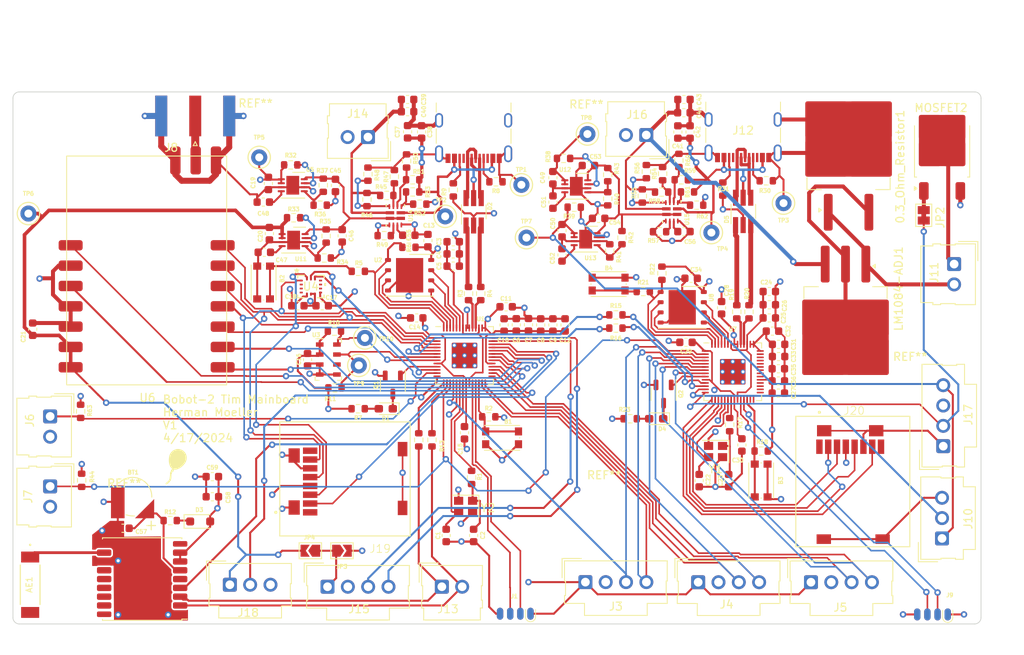
<source format=kicad_pcb>
(kicad_pcb (version 20240108) (generator "pcbnew") (generator_version "8.0")
  (layers (0 "F.Cu" signal) (1 "In1.Cu" signal) (2 "In2.Cu" signal) (31 "B.Cu" signal) (34 "B.Paste" user) (35 "F.Paste" user) (36 "B.SilkS" user "B.Silkscreen") (37 "F.SilkS" user "F.Silkscreen") (38 "B.Mask" user) (39 "F.Mask" user) (44 "Edge.Cuts" user))
  (net 0 "")
  (net 1 "GND")
  (net 2 "Net-(U1-RUN)")
  (net 3 "Net-(B2-Pad2)")
  (net 4 "Net-(U7-RUN)")
  (net 5 "Net-(B4-Pad2)")
  (net 6 "+3V3")
  (net 7 "Net-(U1-XIN)")
  (net 8 "Net-(C2-Pad2)")
  (net 9 "+5V")
  (net 10 "Net-(U7-XIN)")
  (net 11 "Net-(C23-Pad2)")
  (net 12 "Net-(U11-SS)")
  (net 13 "Net-(U5-SS)")
  (net 14 "Net-(U12-SS)")
  (net 15 "Net-(U13-SS)")
  (net 16 "+BATT")
  (net 17 "Net-(D1-K)")
  (net 18 "Net-(D1-A)")
  (net 19 "/USB_D+")
  (net 20 "/USB_D-")
  (net 21 "/D-")
  (net 22 "VBUS")
  (net 23 "/D+")
  (net 24 "Net-(D3-K)")
  (net 25 "Net-(D4-K)")
  (net 26 "Net-(D4-A)")
  (net 27 "/R_USB_D+")
  (net 28 "/R_USB_D-")
  (net 29 "Net-(D5-L2-Pad4)")
  (net 30 "VCC")
  (net 31 "Net-(D5-L1-Pad6)")
  (net 32 "/SWD")
  (net 33 "/SWCLK")
  (net 38 "Net-(J2-CC1)")
  (net 40 "Net-(J2-CC2)")
  (net 42 "/Ch.1A")
  (net 43 "/Ch.1B")
  (net 44 "/Ch.2A")
  (net 45 "/Ch.2B")
  (net 46 "/Ch.3A")
  (net 47 "/Ch.3B")
  (net 48 "/SCL")
  (net 49 "/SDA")
  (net 50 "/LS1")
  (net 51 "Net-(J8-In)")
  (net 56 "/PWM_EMRG_REL")
  (net 57 "Net-(J12-CC1)")
  (net 59 "Net-(J12-CC2)")
  (net 61 "Net-(J13-Pin_1)")
  (net 62 "Net-(J13-Pin_2)")
  (net 63 "/D1")
  (net 64 "/D1_R")
  (net 65 "Net-(U1-XOUT)")
  (net 66 "Net-(U1-USB_DP)")
  (net 67 "Net-(U1-USB_DM)")
  (net 68 "/QSPI_SS")
  (net 69 "/GPS_TX")
  (net 70 "/GPS_RX")
  (net 71 "Net-(U1-GPIO4)")
  (net 72 "/CROSS_PRIMTX_REDRX")
  (net 73 "Net-(U1-GPIO5)")
  (net 74 "/CROSS_PRIMRX_REDTX")
  (net 75 "Net-(U7-XOUT)")
  (net 76 "Net-(U7-USB_DP)")
  (net 77 "Net-(U7-USB_DM)")
  (net 78 "/R_QSPI_SS")
  (net 79 "Net-(U5-PG)")
  (net 80 "Net-(U11-PG)")
  (net 81 "Net-(U11-EN{slash}UVLO)")
  (net 82 "Net-(U5-EN{slash}UVLO)")
  (net 83 "Net-(U12-PG)")
  (net 84 "Net-(U13-PG)")
  (net 85 "Net-(U12-EN{slash}UVLO)")
  (net 86 "Net-(U13-EN{slash}UVLO)")
  (net 87 "/SPI0_POCI")
  (net 88 "/SPI0_CS_RAD")
  (net 89 "/SPI0_SCK")
  (net 90 "/SPI0_PICO")
  (net 91 "/SPIO_CS_IMU")
  (net 92 "/LS2")
  (net 93 "/PWM_MC")
  (net 94 "/TXEN")
  (net 95 "/SW")
  (net 96 "/DIO1")
  (net 97 "/~{RST}")
  (net 98 "/BUSY")
  (net 99 "/EXTINT")
  (net 100 "/TIMEPULSE")
  (net 101 "Net-(J15-Pin_1)")
  (net 102 "/QSPI_SD3")
  (net 103 "/QSPI_SCLK")
  (net 104 "/QSPI_SD0")
  (net 105 "/QSPI_SD2")
  (net 106 "/QSPI_SD1")
  (net 108 "/SWD_R")
  (net 115 "/SWCLK_R")
  (net 116 "Net-(U1-VREG_VOUT)")
  (net 117 "/CUT")
  (net 120 "/SPI0_CS_SD")
  (net 135 "/R_QSPI_SD3")
  (net 136 "/R_QSPI_SCLK")
  (net 137 "/R_QSPI_SD0")
  (net 138 "/R_QSPI_SD2")
  (net 139 "/R_QSPI_SD1")
  (net 141 "Net-(AE1-A)")
  (net 148 "Net-(J14-Pin_1)")
  (net 149 "+3V3_R")
  (net 150 "Net-(U11-VIN)")
  (net 151 "Net-(U12-VIN)")
  (net 152 "Net-(U14-SS)")
  (net 153 "Net-(U15-SS)")
  (net 154 "Net-(U14-OV1)")
  (net 155 "Net-(U14-PR1)")
  (net 156 "Net-(U14-ILM)")
  (net 157 "Net-(U14-OV2)")
  (net 158 "Net-(U14-CP2)")
  (net 159 "Net-(U15-OV1)")
  (net 160 "Net-(U15-PR1)")
  (net 161 "Net-(U15-ILM)")
  (net 162 "Net-(U15-OV2)")
  (net 163 "Net-(U15-CP2)")
  (net 164 "/V_BCKP")
  (net 165 "Net-(U7-VREG_VOUT)")
  (net 166 "/STEP")
  (net 167 "/DIR")
  (net 168 "+5V_R")
  (net 169 "Net-(LM1084-ADJ1-VO)")
  (net 170 "Net-(J11-Pin_2)")
  (net 171 "Net-(J11-Pin_1)")
  (net 172 "Net-(JP2-B)")
  (net 174 "/SPI0_POCI_R")
  (net 175 "/SPI0_SCK_R")
  (net 176 "/SPI0_PICO_R")
  (net 178 "/SPI0_CS_SD_R")
  (footprint "Package_CSP:LFCSP-8-1EP_3x3mm_P0.5mm_EP1.6x2.34mm" (layer "F.Cu") (at 128.685 71.304999)
    (property "Reference" "U13")
    (property "Value" "ADP7105ACPZ-5.0-R7")
  )
  (footprint "Resistor_SMD:R_0603_1608Metric" (layer "F.Cu") (at 146.685 94.488 90)
    (property "Reference" "R17")
    (property "Value" "1k")
  )
  (footprint "RF_GPS:ublox_MAX" (layer "F.Cu") (at 73.25 113.792 180)
    (property "Reference" "U10" (hide yes))
    (property "Value" "MAX-M10S")
  )
  (footprint "Package_CSP:LFCSP-8-1EP_3x3mm_P0.5mm_EP1.6x2.34mm" (layer "F.Cu") (at 127.517 64.694999)
    (property "Reference" "U12")
    (property "Value" "ADP7105ACPZ-3.3-R7")
  )
  (footprint "Capacitor_SMD:C_0603_1608Metric" (layer "F.Cu") (at 98.25 70.888 -90)
    (property "Reference" "C46")
    (property "Value" "1uF")
  )
  (footprint "BPPlib:RP2040-QFN-56" (layer "F.Cu") (at 147.0685 87.8815)
    (property "Reference" "U7")
    (property "Value" "RP2040")
  )
  (footprint "TestPoint:TestPoint_Keystone_5000-5004_Miniature" (layer "F.Cu") (at 87.884 61.087)
    (property "Reference" "TP5")
    (property "Value" "TestPoint")
  )
  (footprint "Resistor_SMD:R_0603_1608Metric" (layer "F.Cu") (at 97.282 82.804)
    (property "Reference" "R10")
    (property "Value" "10k")
  )
  (footprint "Capacitor_SMD:C_0603_1608Metric" (layer "F.Cu") (at 124.587 63.627 -90)
    (property "Reference" "C49")
    (property "Value" "1uF")
  )
  (footprint "Capacitor_SMD:C_0603_1608Metric" (layer "F.Cu") (at 88.519 72.948 180)
    (property "Reference" "C47")
    (property "Value" "1nF")
  )
  (footprint "Capacitor_SMD:C_0603_1608Metric" (layer "F.Cu") (at 124.596 66.675 90)
    (property "Reference" "C51")
    (property "Value" "1nF")
  )
  (footprint "Package_CSP:LFCSP-8-1EP_3x3mm_P0.5mm_EP1.6x2.34mm" (layer "F.Cu") (at 92.075 64.566)
    (property "Reference" "U5")
    (property "Value" "ADP7105ACPZ-3.3-R7")
  )
  (footprint "Connector_Molex:Molex_SL_171971-0003_1x03_P2.54mm_Vertical" (layer "F.Cu") (at 84.21 114.5)
    (property "Reference" "J18")
    (property "Value" "Conn_01x03_Socket")
  )
  (footprint "Jumper:SolderJumper-2_P1.3mm_Open_TrianglePad1.0x1.5mm" (layer "F.Cu") (at 94.275 110.25 180)
    (property "Reference" "JP4")
    (property "Value" "SolderJumper_2_Open")
  )
  (footprint "Capacitor_SMD:C_0603_1608Metric" (layer "F.Cu") (at 152.768 90.551)
    (property "Reference" "C27")
    (property "Value" "1uF")
  )
  (footprint "MountingHole:MountingHole_3.2mm_M3" (layer "F.Cu") (at 123.698 57)
    (property "Reference" "REF**")
    (property "Value" "MountingHole_3.2mm_M3")
  )
  (footprint "Resistor_SMD:R_0603_1608Metric" (layer "F.Cu") (at 140.633 63.881)
    (property "Reference" "R59")
    (property "Value" "23.7k")
  )
  (footprint "Capacitor_SMD:C_0603_1608Metric" (layer "F.Cu") (at 152.796 84.455)
    (property "Reference" "C31")
    (property "Value" "100nF")
  )
  (footprint "BPPlib:BMI270_BOS-L" (layer "F.Cu") (at 94.3415 77.228)
    (property "Reference" "U4")
    (property "Value" "BMI270")
  )
  (footprint "Resistor_SMD:R_0603_1608Metric" (layer "F.Cu") (at 109.474 96.393 -90)
    (property "Reference" "R13")
    (property "Value" "0")
  )
  (footprint "Capacitor_SMD:C_0603_1608Metric" (layer "F.Cu") (at 112.128 74.676)
    (property "Reference" "C5")
    (property "Value" "1uF")
  )
  (footprint "Resistor_SMD:R_0603_1608Metric" (layer "F.Cu") (at 107.95 66.929 180)
    (property "Reference" "R52")
    (property "Value" "5k")
  )
  (footprint "Capacitor_SMD:C_0603_1608Metric" (layer "F.Cu") (at 151.638 77.851)
    (property "Reference" "C24")
    (property "Value" "100nF")
  )
  (footprint "Resistor_SMD:R_0603_1608Metric" (layer "F.Cu") (at 135.763 65.913 90)
    (property "Reference" "R55")
    (property "Value" "18.2k")
  )
  (footprint "Connector_Molex:Molex_SL_171971-0002_1x02_P2.54mm_Vertical" (layer "F.Cu") (at 136.2595 58.293 180)
    (property "Reference" "J16")
    (property "Value" "Conn_01x02_Pin")
  )
  (footprint "Resistor_SMD:R_0603_1608Metric" (layer "F.Cu") (at 117.473 64.135)
    (property "Reference" "R8")
    (property "Value" "5.1k")
  )
  (footprint "Capacitor_SMD:C_0603_1608Metric" (layer "F.Cu") (at 121.539 82.001 90)
    (property "Reference" "C7")
    (property "Value" "100nF")
  )
  (footprint "Package_LGA:LGA-8_3x5mm_P1.25mm" (layer "F.Cu") (at 96.52 86.35)
    (property "Reference" "U3")
    (property "Value" "MS5607-02BA")
  )
  (footprint "Capacitor_SMD:C_0603_1608Metric" (layer "F.Cu") (at 89.027 64.34 -90)
    (property "Reference" "C19")
    (property "Value" "1uF")
  )
  (footprint "Connector_Molex:Molex_SL_171971-0004_1x04_P2.54mm_Vertical" (layer "F.Cu") (at 156.845 114.185)
    (property "Reference" "J5")
    (property "Value" "Conn_01x04_Socket")
  )
  (footprint "MountingHole:MountingHole_3.2mm_M3" (layer "F.Cu") (at 92 57)
    (property "Reference" "REF**")
    (property "Value" "MountingHole_3.2mm_M3")
  )
  (footprint "BPPlib:RP2040-QFN-56" (layer "F.Cu") (at 113.543 85.847)
    (property "Reference" "U1")
    (property "Value" "RP2040")
  )
  (footprint "Resistor_SMD:R_0603_1608Metric" (layer "F.Cu") (at 107.061 65.405)
    (property "Reference" "R53")
    (property "Value" "10.2k")
  )
  (footprint "Resistor_SMD:R_0603_1608Metric" (layer "F.Cu") (at 95.885 64.566 90)
    (property "Reference" "R37")
    (property "Value" "100k")
  )
  (footprint "Capacitor_SMD:C_0603_1608Metric" (layer "F.Cu") (at 106.5784 70.8152 180)
    (property "Reference" "C55")
    (property "Value" "1uF")
  )
  (footprint "BPPlib:SOIC_clipProgSmall" (layer "F.Cu") (at 119.888 118.872)
    (property "Reference" "J1")
    (property "Value" "SOICbite")
  )
  (footprint "Resistor_SMD:R_0603_1608Metric" (layer "F.Cu") (at 136.271 62.865 -90)
    (property "Reference" "R56")
    (property "Value" "5k")
  )
  (footprint "Capacitor_SMD:C_0603_1608Metric" (layer "F.Cu") (at 93.921 86.368 -90)
    (property "Reference" "C16")
    (property "Value" "100nF")
  )
  (footprint "Connector_USB:USB_C_Receptacle_GCT_USB4105-xx-A_16P_TopMnt_Horizontal" (layer "F.Cu") (at 148.368 57.423999 180)
    (property "Reference" "J12")
    (property "Value" "USB_C_Receptacle_USB2.0")
  )
  (footprint "Jumper:SolderJumper-2_P1.3mm_Open_TrianglePad1.0x1.5mm" (layer "F.Cu") (at 98.225 110.25)
    (property "Reference" "JP3")
    (property "Value" "SolderJumper_2_Open")
  )
  (footprint "Capacitor_SMD:C_0603_1608Metric" (layer "F.Cu") (at 141.224 84.201 180)
    (property "Reference" "C29")
    (property "Value" "100nF")
  )
  (footprint "Capacitor_SMD:C_0603_1608Metric" (layer "F.Cu") (at 88.392 66.675 180)
    (property "Reference" "C48")
    (property "Value" "1nF")
  )
  (footprint "Package_TO_SOT_SMD:TSOT-23-6_HandSoldering" (layer "F.Cu") (at 148.368 67.837999 90)
    (property "Reference" "D5")
    (property "Value" "USBLC6-2SC6")
  )
  (footprint "Resistor_SMD:R_0603_1608Metric" (layer "F.Cu") (at 112.141 65.151 -90)
    (property "Reference" "R9")
    (property "Value" "5.1k")
  )
  (footprint "Resistor_SMD:R_0603_1608Metric" (layer "F.Cu") (at 132.461 80.772)
    (property "Reference" "R15")
    (property "Value" "0")
  )
  (footprint "Capacitor_SMD:C_0603_1608Metric" (layer "F.Cu") (at 125.73 73.279 90)
    (property "Reference" "C52")
    (property "Value" "1nF")
  )
  (footprint "Package_TO_SOT_SMD:TO-263-3_TabPin2" (layer "F.Cu") (at 161.163 82.072 -90)
    (property "Reference" "LM1084-ADJ1")
    (property "Value" "LM1084-ADJ")
  )
  (footprint "Package_TO_SOT_SMD:SOT-23-3" (layer "F.Cu") (at 104.582 89.5295 -90)
    (property "Reference" "Q1")
    (property "Value" "IRLML0060TRPBF")
  )
  (footprint "Capacitor_SMD:C_0603_1608Metric" (layer "F.Cu") (at 118.745 79.756)
    (property "Reference" "C11")
    (property "Value" "10uF")
  )
  (footprint "TestPoint:TestPoint_Keystone_5000-5004_Miniature" (layer "F.Cu") (at 111.125 68.453)
    (property "Reference" "TP2")
    (property "Value" "TestPoint")
  )
  (footprint "Capacitor_SMD:C_0603_1608Metric" (layer "F.Cu") (at 140.208 57.912 90)
    (property "Reference" "C41")
    (property "Value" "1uF")
  )
  (footprint "Resistor_SMD:R_0603_1608Metric" (layer "F.Cu") (at 100.25 92.5)
    (property "Reference" "R7")
    (property "Value" "590")
  )
  (footprint "Resistor_SMD:R_0603_1608Metric" (layer "F.Cu") (at 138.2125 75.565 -90)
    (property "Reference" "R22")
    (property "Value" "10k")
  )
  (footprint "Capacitor_SMD:C_0603_1608Metric" (layer "F.Cu") (at 70.85 107.442 180)
    (property "Reference" "C57")
    (property "Value" "10uF")
  )
  (footprint "Connector_Molex:Molex_SL_171971-0002_1x02_P2.54mm_Vertical" (layer "F.Cu") (at 61.75 93.46 -90)
    (property "Reference" "J6")
    (property "Value" "Conn_01x02_Socket")
  )
  (footprint "TestPoint:TestPoint_Keystone_5000-5004_Miniature" (layer "F.Cu") (at 128.905 58.166)
    (property "Reference" "TP8")
    (property "Value" "TestPoint")
  )
  (footprint "BPPlib:DRF1262TL" (layer "F.Cu") (at 73.812 75.218)
    (property "Reference" "U6")
    (property "Value" "DRF1262TL")
  )
  (footprint "Resistor_SMD:R_0603_1608Metric" (layer "F.Cu") (at 131.445 66.259999 90)
    (property "Reference" "R40")
    (property "Value" "100k")
  )
  (footprint "Diode_SMD:D_0603_1608Metric_Pad1.05x0.95mm_HandSolder" (layer "F.Cu") (at 103.705 92.5 180)
    (property "Reference" "D1")
    (property "Value" "LED")
  )
  (footprint "Resistor_SMD:R_0603_1608Metric" (layer "F.Cu") (at 138.303 63.119 -90)
    (property "Reference" "R54")
    (property "Value" "5k")
  )
  (footprint "Capacitor_SMD:C_0603_1608Metric" (layer "F.Cu") (at 112.128 71.628)
    (property "Reference" "C3")
    (property "Value" "100nF")
  )
  (footprint "Resistor_SMD:R_0603_1608Metric" (layer "F.Cu") (at 106.592 72.322 180)
    (property "Reference" "R6")
    (property "Value" "10k")
  )
  (footprint "Resistor_SMD:R_0603_1608Metric" (layer "F.Cu") (at 92.183 68.63)
    (property "Reference" "R33")
    (property "Value" "100k")
  )
  (footprint "Capacitor_SMD:C_0603_1608Metric" (layer "F.Cu") (at 108.966 71.488 90)
    (property "Reference" "C13")
    (property "Value" "100nF")
  )
  (footprint "Capacitor_SMD:C_0603_1608Metric" (layer "F.Cu") (at 142.875 101.486 90)
    (property "Reference" "C22")
    (property "Value" "10pF")
  )
  (footprint "Package_TO_SOT_SMD:TO-252-2" (layer "F.Cu") (at 173.234 60.238 90)
    (property "Reference" "MOSFET2")
    (property "Value" "IRF540N")
  )
  (footprint "Resistor_SMD:R_0603_1608Metric" (layer "F.Cu") (at 103.505 70.866 180)
    (property "Reference" "R49")
    (property "Value" "21.5k")
  )
  (footprint "Capacitor_SMD:C_0603_1608Metric" (layer "F.Cu") (at 124.587 82.029 90)
    (property "Reference" "C9")
    (property "Value" "100nF")
  )
  (footprint "Resistor_SMD:R_0603_1608Metric" (layer "F.Cu") (at 114.427 101.092 90)
    (property "Reference" "R1")
    (property "Value" "1k")
  )
  (footprint "TestPoint:TestPoint_Keystone_5000-5004_Miniature" (layer "F.Cu") (at 121.285 71.12)
    (property "Reference" "TP7")
    (property "Value" "TestPoint")
  )
  (footprint "Resistor_SMD:R_0603_1608Metric" (layer "F.Cu") (at 140.335 61.468 -90)
    (property "Reference" "R60")
    (property "Value" "5k")
  )
  (footprint "Capacitor_SMD:C_0603_1608Metric" (layer "F.Cu") (at 152.032 82.804)
    (property "Reference" "C32")
    (property "Value" "10uF")
  )
  (footprint "Button_Switch_SMD:SW_Push_1P1T_NO_CK_KMR2" (layer "F.Cu") (at 150.622 101.473 -90)
    (property "Reference" "B3")
    (property "Value" "KMR2")
  )
  (footprint "Capacitor_SMD:C_0603_1608Metric" (layer "F.Cu") (at 97.409 64.594 -90)
    (property "Reference" "C45")
    (property "Value" "1uF")
  )
  (footprint "Capacitor_SMD:C_0603_1608Metric" (layer "F.Cu") (at 148.209 97.028 -90)
    (property "Reference" "C30")
    (property "Value" "100nF")
  )
  (footprint "Resistor_SMD:R_0603_1608Metric" (layer "F.Cu") (at 125.92 61.214)
    (property "Reference" "R38")
    (property "Value" "100k")
  )
  (footprint "Resistor_SMD:R_0603_1608Metric" (layer "F.Cu") (at 137.922 70.374999 180)
    (property "Reference" "R57")
    (property "Value" "21.5k")
  )
  (footprint "TestPoint:TestPoint_Keystone_5000-5004_Miniature" (layer "F.Cu") (at 120.65 64.516)
    (property "Reference" "TP1")
    (property "Value" "TestPoint")
  )
  (footprint "Resistor_SMD:R_0603_1608Metric" (layer "F.Cu") (at 114.046 78.105 90)
    (property "Reference" "R3")
    (property "Value" "27")
  )
  (footprint "MountingHole:MountingHole_3.2mm_M3" (layer "F.Cu") (at 131 105)
    (property "Reference" "REF**")
    (property "Value" "MountingHole_3.2mm_M3")
  )
  (footprint "TestPoint:TestPoint_Keystone_5000-5004_Miniature" (layer "F.Cu") (at 59.0355 68.1075)
    (property "Reference" "TP6")
    (property "Value" "TestPoint")
  )
  (footprint "Connector_Molex:Molex_SL_171971-0002_1x02_P2.54mm_Vertical" (layer "F.Cu") (at 101.473 58.547 180)
    (property "Reference" "J14")
    (property "Value" "Conn_01x02_Pin")
  )
  (footprint "Connector_Coaxial:SMA_Amphenol_132289_EdgeMount" (layer "F.Cu") (at 79.883 55.9085 90)
    (property "Reference" "J8")
    (property "Value" "U.FL")
  )
  (footprint "TestPoint:TestPoint_Keystone_5000-5004_Miniature" (layer "F.Cu") (at 144.399 70.485)
    (property "Reference" "TP4")
    (property "Value" "TestPoint")
  )
  (footprint "Capacitor_SMD:C_0603_1608Metric" (layer "F.Cu") (at 140.97 53.848)
    (property "Reference" "C43")
    (property "Value" "1uF")
  )
  (footprint "Capacitor_SMD:C_0603_1608Metric" (layer "F.Cu") (at 107.569 81.153 180)
    (property "Reference" "C14")
    (property "Value" "100nF")
  )
  (footprint "Capacitor_SMD:C_0603_1608Metric" (layer "F.Cu") (at 106.426 55.372)
    (property "Reference" "C40")
    (property "Value" "100nF")
  )
  (footprint "Capacitor_SMD:C_0603_1608Metric" (layer "F.Cu") (at 130.302 68.707 180)
    (property "Reference" "C54")
    (property "Value" "1uF")
  )
  (footprint "Resistor_SMD:R_0603_1608Metric" (layer "F.Cu") (at 65.687 101.446 -90)
    (property "Reference" "R44")
    (property "Value" "10k")
  )
  (footprint "BPPlib:SOIC_clipProgSmall" (layer "F.Cu") (at 172.0342 118.9616)
    (property "Reference" "J9")
    (property "Value" "SOICbite")
  )
  (footprint "Capacitor_SMD:C_0603_1608Metric" (layer "F.Cu") (at 59.5685 82.5635 90)
    (property "Reference" "C21")
    (property "Value" "10uF")
  )
  (footprint "MountingHole:MountingHole_3.2mm_M3" (layer "F.Cu") (at 70 97)
    (property "Reference" "REF**")
    (property "Value" "MountingHole_3.2mm_M3")
  )
  (footprint "Resistor_SMD:R_0603_1608Metric" (layer "F.Cu") (at 145.828 65.045999 -90)
    (property "Reference" "R31")
    (property "Value" "5.1k")
  )
  (footprint "Resistor_SMD:R_0603_1608Metric" (layer "F.Cu") (at 65.56 92.827 -90)
    (property "Reference" "R63")
    (property "Value" "10k")
  )
  (footprint "Resistor_SMD:R_0603_1608Metric" (layer "F.Cu") (at 138.176 65.421999 180)
    (property "Reference" "R58")
    (property "Value" "63.4k")
  )
  (footprint "BPPlib:JAE_ST1W008S4ER1500" (layer "F.Cu") (at 98.95 108.75)
    (property "Reference" "J19")
    (property "Value" "Micro_SD_Card")
  )
  (footprint "Jumper:SolderJumper-2_P1.3mm_Bridged_Pad1.0x1.5mm" (layer "F.Cu") (at 170.942 68.326 90)
    (property "Reference" "JP2")
    (property "Value" "SolderJumper_2_Bridged")
  )
  (footprint "TestPoint:TestPoint_Keystone_5000-5004_Miniature" (layer "F.Cu") (at 100.33 87.082)
    (property "Reference" "TP9")
    (property "Value" "TestPoint")
  )
  (footprint "Connector_USB:USB_C_Receptacle_GCT_USB4105-xx-A_16P_TopMnt_Horizontal" (layer "F.Cu") (at 114.681 57.531 180)
    (property "Reference" "J2" (hide yes))
    (property "Value" "USB_C_Receptacle_USB2.0")
  )
  (footprint "Resistor_SMD:R_0603_1608Metric" (layer "F.Cu") (at 104.775 63.5 -90)
    (property "Reference" "R47")
    (property "Value" "5k")
  )
  (footprint "Capacitor_SMD:C_0603_1608Metric" (layer "F.Cu") (at 118.491 82.03 90)
    (property "Reference" "C10")
    (property "Value" "100nF")
  )
  (footprint "Package_SON:WSON-8-1EP_6x5mm_P1.27mm_EP3.4x4.3mm" (layer "F.Cu") (at 140.7525 79.8215)
    (property "Reference" "U8")
    (property "Value" "W25Q64JVZP")
  )
  (footprint "Resistor_SMD:R_0603_1608Metric" (layer "F.Cu") (at 106.299 61.532 -90)
    (property "Reference" "R50")
    (property "Value" "5k")
  )
  (footprint "Capacitor_SMD:C_0603_1608Metric" (layer "F.Cu") (at 95.758 79.629)
    (property "Reference" "C17")
    (property "Value" "100nF")
  )
  (footprint "Capacitor_SMD:C_0603_1608Metric" (layer "F.Cu") (at 82.025 103.5 180)
    (property "Reference" "C58")
    (property "Value" "100nF")
  )
  (footprint "Resistor_SMD:R_0603_1608Metric" (layer "F.Cu") (at 131.445 63.246 90)
    (property "Reference" "R43")
    (property "Value" "100k")
  )
  (footprint "Capacitor_SMD:C_0603_1608Metric" (layer "F.Cu") (at 152.768 87.503)
    (property "Reference" "C35")
    (property "Value" "100nF")
  )
  (footprint "Button_Switch_SMD:SW_Push_1P1T_NO_CK_KMR2" (layer "F.Cu") (at 88.43 76.726 90)
    (property "Reference" "B2")
    (property "Value" "KMR2")
  )
  (footprint "Capacitor_SMD:C_0603_1608Metric" (layer "F.Cu") (at 108.174 57.899 90)
    (property "Reference" "C38")
    (property "Value" "100nF")
  )
  (footprint "Crystal:Crystal_SMD_2520-4Pin_2.5x2.0mm" (layer "F.Cu") (at 144.921 97.852 180)
    (property "Reference" "Y1")
    (property "Value" "12MHz")
  )
  (footprint "Resistor_SMD:R_0603_1608Metric" (layer "F.Cu") (at 147.574 80.3865 90)
    (property "Reference" "R19")
    (property "Value" "27")
  )
  (footprint "Capacitor_SMD:C_0603_1608Metric" (layer "F.Cu") (at 152.768 89.027)
    (property "Reference" "C36")
    (property "Value" "100nF")
  )
  (footprint "BPPlib:TPS2121" (layer "F.Cu") (at 104.902 68.382002 -90)
    (property "Reference" "U14")
    (property "Value" "TPS2121RUXR")
  )
  (footprint "Resistor_SMD:R_0603_1608Metric" (layer "F.Cu") (at 95.504 67.056 180)
    (property "Reference" "R36")
    (property "Value" "100k")
  )
  (footprint "Connector_Molex:Molex_SL_171971-0003_1x03_P2.54mm_Vertical" (layer "F.Cu") (at 173.228 108.712 90)
    (property "Reference" "J10")
    (property "Value" "Conn_01x03_Socket")
  )
  (footprint "Resistor_SMD:R_0603_1608Metric" (layer "F.Cu") (at 116.57 93.51 180)
    (property "Reference" "R2")
    (property "Value" "10k")
  )
  (footprint "Connector_Molex:Molex_SL_171971-0002_1x02_P2.54mm_Vertical" (layer "F.Cu") (at 174.74 74.422 -90)
    (property "Reference" "J11")
    (property "Value" "Conn_01x02_Pin")
  )
  (footprint "Package_TO_SOT_SMD:TO-263-2" (layer "F.Cu") (at 161.544 60.289 90)
    (property "Reference" "0.3_Ohm_Resistor1")
    (property "Value" "03")
  )
  (footprint "TestPoint:TestPoint_Keystone_5000-5004_Miniature" (layer "F.Cu") (at 101.092 83.653)
    (property "Reference" "TP10")
    (property "Value" "TestPoint")
  )
  (footprint "Resistor_SMD:R_0603_1608Metric" (layer "F.Cu") (at 101.346 66.358 90)
    (property "Reference" "R46")
    (property "Value" "18.2k")
  )
  (footprint "Resistor_SMD:R_0603_1608Metric" (layer "F.Cu") (at 101.473 63.182 -90)
    (property "Reference" "R48")
    (property "Value" "5k")
  )
  (footprint "Capacitor_SMD:C_0603_1608Metric" (layer "F.Cu") (at 106.426 57.886 90)
    (property "Reference" "C37")
    (property "Value" "1uF")
  )
  (footprint "Resistor_SMD:R_0603_1608Metric" (layer "F.Cu") (at 107.061 63.881)
    (property "Reference" "R51")
    (property "Value" "23.7k")
  )
  (footprint "Resistor_SMD:R_0603_1608Metric" (layer "F.Cu") (at 133.223 71.12 90)
    (property "Reference" "R42")
    (property "Value" "100k")
  )
  (footprint "Capacitor_SMD:C_0603_1608Metric" (layer "F.Cu") (at 146.558 101.486 90)
    (property "Reference" "C23")
    (property "Value" "10pF")
  )
  (footprint "Package_CSP:LFCSP-8-1EP_3x3mm_P0.5mm_EP1.6x2.34mm" (layer "F.Cu") (at 92.183 71.424)
    (property "Reference" "U11")
    (property "Value" "ADP7105ACPZ-5.0-R7")
  )
  (footprint "Connector_Molex:Molex_SL_171971-0004_1x04_P2.54mm_Vertical" (layer "F.Cu") (at 96.42 114.75)
    (property "Reference" "J15")
    (property "Value" "Conn_01x04_Socket")
  )
  (footprint "Connector_Molex:Molex_SL_171971-0002_1x02_P2.54mm_Vertical" (layer "F.Cu") (at 61.75 102.21 -90)
    (property "Reference" "J7")
    (property "Value" "Conn_01x02_Socket")
  )
  (footprint "Button_Switch_SMD:SW_Push_1P1T_NO_CK_KMR2" (layer "F.Cu") (at 131.5515 76.9215)
    (property "Reference" "B4")
    (property "Value" "KMR2")
  )
  (footprint "Diode_SMD:D_SOD-323_HandSoldering" (layer "F.Cu") (at 80.502 106.592462)
    (property "Reference" "D3")
    (property "Value" "NSR0530HT1G")
  )
  (footprint "Package_SON:WSON-8-1EP_6x5mm_P1.27mm_EP3.4x4.3mm" (layer "F.Cu") (at 106.68 75.819)
    (property "Reference" "U2")
    (property "Value" "W25Q64JVZP")
  )
  (footprint "Resistor_SMD:R_0603_1608Metric" (layer "F.Cu") (at 135.8855 77.8485)
    (property "Reference" "R21")
    (property "Value" "1k")
  )
  (footprint "Resistor_SMD:R_0603_1608Metric" (layer "F.Cu") (at 100.267 75.329)
    (property "Reference" "R5")
    (property "Value" "1k")
  )
  (footprint "Package_TO_SOT_SMD:TSOT-23-6_HandSoldering" (layer "F.Cu") (at 114.681 67.886 90)
    (property "Reference" "D2")
    (property "Value" "USBLC6-2SC6")
  )
  (footprint "Capacitor_SMD:C_0603_1608Metric" (layer "F.Cu") (at 126.111 82.029 90)
    (property "Reference" "C12")
    (property "Value" "100nF")
  )
  (footprint "Resistor_SMD:R_0603_1608Metric" (layer "F.Cu") (at 132.461 82.423)
    (property "Reference" "R16")
    (property "Value" "0")
  )
  (footprint "Capacitor_SMD:C_0603_1608Metric" (layer "F.Cu") (at 112.128 73.152)
    (property "Reference" "C4")
    (property "Value" "100nF")
  )
  (footprint "Capacitor_SMD:C_0603_1608Metric" (layer "F.Cu") (at 140.957 55.499)
    (property "Reference" "C44")
    (property "Value" "100nF")
  )
  (footprint "BPPlib:JAE_ST1W008S4ER1500" (layer "F.Cu") (at 154.6 101.95 -90)
    (property "Reference" "J20")
    (property "Value" "Micro_SD_Card")
  )
  (footprint "Connector_Molex:Molex_SL_171971-0002_1x02_P2.54mm_Vertical" (layer "F.Cu") (at 110.71 114.75)
    (property "Reference" "J13")
    (property "Value" "Conn_01x02_Socket")
  )
  (footprint "Diode_SMD:D_0603_1608Metric_Pad1.05x0.95mm_HandSolder" (layer "F.Cu") (at 137.5 93.75 180)
    (property "Reference" "D4")
    (property "Value" "LED")
  )
  (footprint "Capacitor_SMD:C_0603_1608Metric" (layer "F.Cu") (at 141.732 57.912 90)
    (property "Reference" "C42")
    (property "Value" "100nF")
  )
  (footprint "Resistor_SMD:R_0603_1608Metric" (layer "F.Cu") (at 97.352 89.896)
    (property "Reference" "R11")
    (property "Value" "10k")
  )
  (footprint "Package_TO_SOT_SMD:SOT-23-3" (layer "F.Cu") (at 138.4275 90.662 -90)
    (property "Reference" "Q2")
    (property "Value" "IRLML0060TRPBF")
  )
  (footprint "MountingHole:MountingHole_3.2mm_M3" (layer "F.Cu") (at 174 83)
    (property "Reference" "REF**")
    (property "Value" "MountingHole_3.2mm_M3")
  )
  (footprint "BPPlib:BalloonArt" (layer "F.Cu") (at 77.5 99.75)
    (property "Reference" "REF**" (hide yes))
    (property "Value" "BalloonArt")
  )
  (footprint "Capacitor_SMD:C_0603_1608Metric" (layer "F.Cu") (at 106.426 53.848)
    (property "Reference" "C39")
    (property "Value" "1uF")
  )
  (footprint "BPPlib:SEIKO_ML414H_IV01E" (layer "F.Cu") (at 72.052 103.49 -90)
    (property "Reference" "BT1")
    (property "Value" "ML414H IV01E")
  )
  (footprint "Capacitor_SMD:C_0603_1608Metric" (layer "F.Cu") (at 82.025 100.99 180)
    (property "Reference" "C59")
    (property "Value" "1uF")
  )
  (footprint "Connector_Molex:Molex_SL_171971-0004_1x04_P2.54mm_Vertical" (layer "F.Cu") (at 142.748 114.185)
    (property "Reference" "J4")
    (property "Value" "Conn_01x04_Socket")
  )
  (footprint "Resistor_SMD:R_0603_1608Metric" (layer "F.Cu") (at 91.819 62.026)
    (property "Reference" "R32")
    (property "Value" "100k")
  )
  (footprint "Resistor_SMD:R_0603_1608Metric" (layer "F.Cu") (at 131.699 72.771 -90)
    (property "Reference" "R41")
    (property "Value" "100k")
  )
  (footprint "Resistor_SMD:R_0603_1608Metric" (layer "F.Cu") (at 150.622 97.79 180)
    (property "Reference" "R18")
    (property "Value" "10k")
  )
  (footprint "Capacitor_SMD:C_0603_1608Metric" (layer "F.Cu") (at 114.681 108.344 90)
    (property "Reference" "C2")
    (property "Value" "10pF")
  )
  (footprint "Capacitor_SMD:C_0603_1608Metric" (layer "F.Cu") (at 123.063 82.029 90)
    (property "Reference" "C8")
    (property "Value" "100nF")
  )
  (footprint "Capacitor_SMD:C_0603_1608Metric" (layer "F.Cu") (at 151.638 81.153)
    (property "Reference" "C25")
    (property "Value" "100nF")
  )
  (footprint "Crystal:Crystal_SMD_2520-4Pin_2.5x2.0mm" (layer "F.Cu") (at 113.679 104.71 180)
    (property "Reference" "Y2")
    (property "Value" "12MHz")
  )
  (footprint "Resistor_SMD:R_0603_1608Metric" (layer "F.Cu") (at 141.414 65.405)
    (property "Reference" "R61")
    (property "Value" "10.2k")
  )
  (footprint "Connector_Molex:Molex_SL_171971-0004_1x04_P2.54mm_Vertical" (layer "F.Cu") (at 173.3804 97.1804 90)
    (property "Reference" "J17")
    (property "Value" "Conn_01x04_Pin")
  )
  (footprint "BPPlib:TPS2121" (layer "F.Cu") (at 139.45 67.891001 -90)
    (property "Reference" "U15")
    (property "Value" "TPS2121RUXR")
  )
  (footprint "Resistor_SMD:R_0603_1608Metric" (layer "F.Cu") (at 107.823 96.393 -90)
    (property "Reference" "R14" (hide yes))
    (property "Value" "0")
  )
  (footprint "Capacitor_SMD:C_0603_1608Metric" (layer "F.Cu") (at 141.8675 76.2 180)
    (property "Reference" "C34")
    (property "Value" "100nF")
  )
  (footprint "Capacitor_SMD:C_0603_1608Metric" (layer "F.Cu") (at 145.669 79.883 90)
    (property "Reference" "C28")
    (property "Value" "100nF")
  )
  (footprint "Resistor_SMD:R_0603_1608Metric" (layer "F.Cu") (at 103.822 65.842002 180)
    (property "Reference" "R45")
    (property "Value" "63.4k")
  )
  (footprint "BPPlib:ANT_1575AT_JOT-M" (layer "F.Cu") (at 59.25 114.5 -90)
    (property "Reference" "AE1")
    (property "Value" "Antenna")
  )
  (footprint "Capacitor_SMD:C_0603_1608Metric" (layer "F.Cu") (at 113.538 95.504 -90)
    (property "Reference" "C15")
    (property "Value" "100nF")
  )
  (footprint "Resistor_SMD:R_0603_1608Metric" (layer "F.Cu") (at 127.254 67.31)
    (property "Reference" "R39")
    (property "Value" "100k")
  )
  (footprint "Button_Switch_SMD:SW_Push_1P1T_NO_CK_KMR2" (layer "F.Cu") (at 118.237 96.139 180)
    (property "Reference" "B1")
    (property "Value" "KMR2")
  )
  (footprint "Capacitor_SMD:C_0603_1608Metric" (layer "F.Cu") (at 92.71 79.629)
    (property "Reference" "C18")
    (property "Value" "100nF")
  )
  (footprint "Connector_Molex:Molex_SL_171971-0004_1x04_P2.54mm_Vertical" (layer "F.Cu") (at 128.651 114.173)
    (property "Reference" "J3")
    (property "Value" "Conn_01x04_Socket")
  )
  (footprint "Capacitor_SMD:C_0603_1608Metric" (layer "F.Cu") (at 111.252 108.344 90)
    (property "Reference" "C1")
    (property "Value" "10pF")
  )
  (footprint "Capacitor_SMD:C_0603_1608Metric" (layer "F.Cu") (at 120.015 82.016 90)
    (property "Reference" "C6")
    (property "Value" "1uF")
  )
  (footprint "TestPoint:TestPoint_Keystone_5000-5004_Miniature" (layer "F.Cu") (at 153.416 66.802)
    (property "Reference" "TP3")
    (property "Value" "TestPoint")
  )
  (footprint "Resistor_SMD:R_0603_1608Metric" (layer "F.Cu") (at 96.012 73.66 180)
    (property "Reference" "R34")
    (property "Value" "100k")
  )
  (footprint "Resistor_SMD:R_0603_1608Metric" (layer "F.Cu") (at 134.25 93.75)
    (property "Reference" "R23")
    (property "Value" "590")
  )
  (footprint "Capacitor_SMD:C_0603_1608Metric" (layer "F.Cu") (at 129.032 62.103 180)
    (property "Reference" "C53")
    (property "Value" "1uF")
  )
  (footprint "Capacitor_SMD:C_0603_1608Metric" (layer "F.Cu") (at 151.638 79.502)
    (property "Reference" "C26")
    (property "Value" "1uF")
  )
  (footprint "Resistor_SMD:R_0603_1608Metric" (layer "F.Cu") (at 142.557 67.056 180)
    (property "Reference" "R62")
    (property "Value" "5k")
  )
  (footprint "Resistor_SMD:R_0603_1608Metric" (layer "F.Cu") (at 149.098 80.3865 90)
    (property "Reference" "R20")
    (property "Value" "27")
  )
  (footprint "Capacitor_SMD:C_0603_1608Metric" (layer "F.Cu") (at 152.796 85.979)
    (property "Reference" "C33")
    (property "Value" "100nF")
  )
  (footprint "Resistor_SMD:R_0603_1608Metric" (layer "F.Cu") (at 151.257 64.008)
    (property "Reference" "R30")
    (property "Value" "5.1k")
  )
  (footprint "Resistor_SMD:R_0603_1608Metric" (layer "F.Cu") (at 115.57 78.105 90)
    (property "Reference" "R4")
    (property "Value" "27")
  )
  (footprint "Resistor_SMD:R_0603_1608Metric" (layer "F.Cu") (at 96.247 70.914 90)
    (property "Reference" "R35")
    (property "Value" "100k")
  )
  (footprint "Capacitor_SMD:C_0603_1608Metric" (layer "F.Cu") (at 89.154 70.612 -90)
    (property "Reference" "C20")
    (property "Value" "1uF")
  )
  (footprint "Capacitor_SMD:C_0603_1608Metric" (layer "F.Cu") (at 125.73 70.244 -90)
    (property "Reference" "C50")
    (property "Value" "1uF")
  )
  (footprint "Resistor_SMD:R_0603_1608Metric" (layer "F.Cu") (at 76.755 106.479 180)
    (property "Reference" "R12")
    (property "Value" "1k")
  )
  (footprint "Capacitor_SMD:C_0603_1608Metric" (layer "F.Cu") (at 140.97 70.358 180)
    (property "Reference" "C56")
    (property "Value" "1uF")
  )
  (gr_line (start 178.100001 53.699999) (end 178.100001 118.600001) (stroke (width 0.1)) (layer "Edge.Cuts"))
  (gr_arc (start 57.099999 53.699999) (mid 57.334314 53.134314) (end 57.899999 52.899999) (stroke (width 0.1)) (layer "Edge.Cuts"))
  (gr_line (start 57.1 118.6) (end 57.099999 53.699999) (stroke (width 0.1)) (layer "Edge.Cuts"))
  (gr_line (start 57.899999 52.899999) (end 177.300001 52.899999) (stroke (width 0.1)) (layer "Edge.Cuts"))
  (gr_arc (start 57.9 119.4) (mid 57.334315 119.165685) (end 57.1 118.6) (stroke (width 0.1)) (layer "Edge.Cuts"))
  (gr_arc (start 177.300001 52.899999) (mid 177.865686 53.134314) (end 178.100001 53.699999) (stroke (width 0.1)) (layer "Edge.Cuts"))
  (gr_arc (start 178.100001 118.600001) (mid 177.865686 119.165686) (end 177.300001 119.400001) (stroke (width 0.1)) (layer "Edge.Cuts"))
  (gr_line (start 177.300001 119.400001) (end 57.9 119.4) (stroke (width 0.1)) (layer "Edge.Cuts"))
  (gr_text "Bobot-2 Tim Mainboard\nHerman Moeller\nV1\n4/17/2024" (at 75.75 96.75 0) (layer "F.SilkS") (effects (font (size 1 1)) (justify left bottom)))
  (segment (start 117.881 63.271) (end 119.405 63.271) (width 0.25) (layer "F.Cu") (net 1))
  (segment (start 144.046 96.238) (end 144.907 95.377) (width 0.25) (layer "F.Cu") (net 1))
  (segment (start 142.875 102.261) (end 144.8995 102.261) (width 0.25) (layer "F.Cu") (net 1))
  (segment (start 112.395 71.12) (end 112.903 71.628) (width 0.25) (layer "F.Cu") (net 1))
  (segment (start 109.693 57.124) (end 110.361 56.456) (width 0.5) (layer "F.Cu") (net 1))
  (segment (start 114.681 68.461) (end 115.07 68.072) (width 0.25) (layer "F.Cu") (net 1))
  (segment (start 152.688 60.528999) (end 158.083999 60.528999) (width 0.5) (layer "F.Cu") (net 1))
  (segment (start 141.0925 76.2) (end 141.0925 76.6875) (width 0.25) (layer "F.Cu") (net 1))
  (segment (start 130.175 66.929) (end 130.175 68.059) (width 0.25) (layer "F.Cu") (net 1))
  (segment (start 92.25 104.85) (end 90.9 104.85) (width 0.25) (layer "F.Cu") (net 1))
  (segment (start 62.812001 74.618) (end 64.312 74.618) (width 0.5) (layer "F.Cu") (net 1))
  (segment (start 131.307999 71.554999) (end 131.699 71.946) (width 0.25) (layer "F.Cu") (net 1))
  (segment (start 152.413 77.851) (end 152.413 77.187) (width 0.25) (layer "F.Cu") (net 1))
  (segment (start 112.395 70.612) (end 112.395 71.12) (width 0.25) (layer "F.Cu") (net 1))
  (segment (start 93.485 79.629) (end 94.983 79.629) (width 0.25) (layer "F.Cu") (net 1))
  (segment (start 90.85 98.35) (end 90.75 98.25) (width 0.25) (layer "F.Cu") (net 1))
  (segment (start 146.0685 92.563) (end 146.0685 91.319) (width 0.2) (layer "F.Cu") (net 1))
  (segment (start 140.449 84.201) (end 139.253157 84.201) (width 0.25) (layer "F.Cu") (net 1))
  (segment (start 98.25 71.663) (end 98.25 72.819) (width 0.25) (layer "F.Cu") (net 1))
  (segment (start 140.200001 69.040999) (end 140.427999 69.040999) (width 0.25) (layer "F.Cu") (net 1))
  (segment (start 153.543 89.027) (end 153.543 87.503) (width 0.25) (layer "F.Cu") (net 1))
  (segment (start 117.983 63.373) (end 117.983 64.135) (width 0.25) (layer "F.Cu") (net 1))
  (segment (start 152.413 77.187) (end 153 76.6) (width 0.25) (layer "F.Cu") (net 1))
  (segment (start 141.732 55.499) (end 143.198001 55.499) (width 0.5) (layer "F.Cu") (net 1))
  (segment (start 145.51 93.677) (end 145.51 93.084666) (width 0.2) (layer "F.Cu") (net 1))
  (segment (start 173.228 103.632) (end 170.968 103.632) (width 0.25) (layer "F.Cu") (net 1))
  (segment (start 127.767 64.944999) (end 128.9545 64.944999) (width 0.25) (layer "F.Cu") (net 1))
  (segment (start 140.585001 71.517999) (end 141.745 70.358) (width 0.25) (layer "F.Cu") (net 1))
  (segment (start 82.482 63.217999) (end 82.482 61.468) (width 0.75) (layer "F.Cu") (net 1))
  (segment (start 109.867 66.675) (end 109.029 66.675) (width 0.25) (layer "F.Cu") (net 1))
  (segment (start 77.402 61.468) (end 77.402 63.217999) (width 0.75) (layer "F.Cu") (net 1))
  (segment (start 81.25 100.99) (end 79.866 100.99) (width 0.25) (layer "F.Cu") (net 1))
  (segment (start 106.68 75.819) (end 106.68 78.294) (width 0.25) (layer "F.Cu") (net 1))
  (segment (start 85.9085 55.9085) (end 84.133 55.9085) (width 0.75) (layer "F.Cu") (net 1))
  (segment (start 130.1225 71.554999) (end 128.935 71.554999) (width 0.25) (layer "F.Cu") (net 1))
  (segment (start 171.45 95.25) (end 173.3804 97.1804) (width 0.25) (layer "F.Cu") (net 1))
  (segment (start 94.85991 79.629) (end 94.272527 79.041617) (width 0.25) (layer "F.Cu") (net 1))
  (segment (start 111.609 93.218) (end 112.543 92.284) (width 0.2) (layer "F.Cu") (net 1))
  (segment (start 175.514 67.056) (end 175.514 65.278) (width 0.5) (layer "F.Cu") (net 1))
  (segment (start 139.954 60.643) (end 138.303 62.294) (width 0.25) (layer "F.Cu") (net 1))
  (segment (start 145.669 79.108) (end 145.669 77.597) (width 0.25) (layer "F.Cu") (net 1))
  (segment (start 75.633 55.9085) (end 75.633 59.699) (width 0.75) (layer "F.Cu") (net 1))
  (segment (start 153.416 63.881) (end 152.908 63.373) (width 0.25) (layer "F.Cu") (net 1))
  (segment (start 113.0935 106.8705) (end 114.554 105.41) (width 0.25) (layer "F.Cu") (net 1))
  (segment (start 153.571 83.568) (end 152.807 82.804) (width 0.2) (layer "F.Cu") (net 1))
  (segment (start 152.413 79.502) (end 152.413 81.153) (width 0.25) (layer "F.Cu") (net 1))
  (segment (start 120.015 81.241) (end 121.524 81.241) (width 0.25) (layer "F.Cu") (net 1))
  (segment (start 87.617 66.675) (end 87.617 66.103) (width 0.25) (layer "F.Cu") (net 1))
  (segment (start 124.587 64.944999) (end 126.0795 64.944999) (width 0.25) (layer "F.Cu") (net 1))
  (segment (start 124.596 65.9) (end 124.596 64.411) (width 0.25) (layer "F.Cu") (net 1))
  (segment (start 141.732 55.499) (end 141.732 57.137) (width 0.4) (layer "F.Cu") (net 1))
  (segment (start 130.1225 71.554999) (end 131.307999 71.554999) (width 0.25) (layer "F.Cu") (net 1))
  (segment (start 143.382 66.295) (end 143.637 66.04) (width 0.25) (layer "F.Cu") (net 1))
  (segment (start 70.202 104.14) (end 68.437 104.14) (width 0.25) (layer "F.Cu") (net 1))
  (segment (start 113.843 97.536) (end 113.538 97.231) (width 0.25) (layer "F.Cu") (net 1))
  (segment (start 89.154 71.538) (end 87.744 72.948) (width 0.25) (layer "F.Cu") (net 1))
  (segment (start 152.413 82.41) (end 152.807 82.804) (width 0.25) (layer "F.Cu") (net 1))
  (segment (start 152.908 63.373) (end 152.908 62.443999) (width 0.25) (layer "F.Cu") (net 1))
  (segment (start 112.804 104.01) (end 112.804 102.644) (width 0.25) (layer "F.Cu") (net 1))
  (segment (start 113.157 109.119) (end 111.252 109.119) (width 0.25) (layer "F.Cu") (net 1))
  (segment (start 94.093695 64.816) (end 93.5125 64.816) (width 0.25) (layer "F.Cu") (net 1))
  (segment (start 152.413 81.153) (end 152.413 82.41) (width 0.25) (layer "F.Cu") (net 1))
  (segment (start 125.73 72.504) (end 125.73 71.019) (width 0.25) (layer "F.Cu") (net 1))
  (segment (start 78.192001 64.008) (end 81.691999 64.008) (width 0.75) (layer "F.Cu") (net 1))
  (segment (start 94.25 99.95) (end 93.1 99.95) (width 0.25) (layer "F.Cu") (net 1))
  (segment (start 107.315 69.469) (end 105.715001 69.469) (width 0.25) (layer "F.Cu") (net 1))
  (segment (start 119.405 63.271) (end 120.65 64.516) (width 0.25) (layer "F.Cu") (net 1))
  (segment (start 112.543 92.284) (end 112.543 89.2845) (width 0.2) (layer "F.Cu") (net 1))
  (segment (start 153.416 66.802) (end 153.416 63.881) (width 0.25) (layer "F.Cu") (net 1))
  (segment (start 146.031666 92.563) (end 146.0685 92.563) (width 0.2) (layer "F.Cu") (net 1))
  (segment (start 107.315 69.469) (end 107.315 70.7768) (width 0.25) (layer "F.Cu") (net 1))
  (segment (start 134.9425 76.1215) (end 134.9985 76.0655) (width 0.25) (layer "F.Cu") (net 1))
  (segment (start 94.697198 72.169503) (end 94.723 72.169503) (width 0.25) (layer "F.Cu") (net 1))
  (segment (start 163.85 95.25) (end 163.4 95.7) (width 0.25) (layer "F.Cu") (net 1))
  (segment (start 145.828 67.568999) (end 145.84 67.580999) (width 0.25) (layer "F.Cu") (net 1))
  (segment (start 158.5 95.25) (end 165 95.25) (width 0.2) (layer "F.Cu") (net 1))
  (segment (start 116.623 117.267305) (end 116.623 110.873) (width 0.25) (layer "F.Cu") (net 1))
  (segment (start 114.843 109.093) (end 113.157 109.093) (width 0.25) (layer "F.Cu") (net 1))
  (segment (start 93.921 86.848) (end 95.318 86.848) (width 0.25) (layer "F.Cu") (net 1))
  (segment (start 108.174 57.124) (end 106.439 57.124) (width 0.5) (layer "F.Cu") (net 1))
  (segment (start 105.537 81.153) (end 105.283 80.899) (width 0.25) (layer "F.Cu") (net 1))
  (segment (start 94.3415 78.1405) (end 94.8415 78.1405) (width 0.25) (layer "F.Cu") (net 1))
  (segment (start 118.491 81.255) (end 120.001 81.255) (width 0.25) (layer "F.Cu") (net 1))
  (segment (start 152.273 64.008) (end 152.908 63.373) (width 0.25) (layer "F.Cu") (net 1))
  (segment (start 95.445 86.975) (end 95.445 88.225) (width 0.25) (layer "F.Cu") (net 1))
  (segment (start 94.201695 71.674) (end 94.697198 72.169503) (width 0.25) (layer "F.Cu") (net 1))
  (segment (start 140.0785 76.3195) (end 140.973 76.3195) (width 0.25) (layer "F.Cu") (net 1))
  (segment (start 103.98 77.724) (end 105.885 75.819) (width 0.25) (layer "F.Cu") (net 1))
  (segment (start 144.8995 102.261) (end 146.558 102.261) (width 0.25) (layer "F.Cu") (net 1))
  (segment (start 90.7455 71.674) (end 89.441 71.674) (width 0.25) (layer "F.Cu") (net 1))
  (segment (start 87.617 66.103) (end 88.904 64.816) (width 0.25) (layer "F.Cu") (net 1))
  (segment (start 138.431 69.040999) (end 137.097 70.374999) (width 0.25) (layer "F.Cu") (net 1))
  (segment (start 110.936 61.211) (end 110.361 60.636) (width 0.25) (layer "F.Cu") (net 1))
  (segment (start 129.5015 76.1215) (end 133.6015 76.1215) (width 0.25) (layer "F.Cu") (net 1))
  (segment (start 98.25 72.819) (end 98.171 72.898) (width 0.25) (layer "F.Cu") (net 1))
  (segment (start 117.983 118.122) (end 117.477695 118.122) (width 0.25) (layer "F.Cu") (net 1))
  (segment (start 114.681 69.711) (end 114.681 68.461) (width 0.25) (layer "F.Cu") (net 1))
  (segment (start 113.157 109.119) (end 113.157 109.093) (width 0.25) (layer "F.Cu") (net 1))
  (segment (start 136.271 62.04) (end 138.049 62.04) (width 0.25) (layer "F.Cu") (net 1))
  (segment (start 144.048 60.528999) (end 144.593 60.528999) (width 0.25) (layer "F.Cu") (net 1))
  (segment (start 170.1292 118.2116) (end 168.3512 118.2116) (width 0.25) (layer "F.Cu") (net 1))
  (segment (start 130.330999 67.084999) (end 131.445 67.084999) (width 0.25) (layer "F.Cu") (net 1))
  (segment (start 104.087999 69.596) (end 104.151999 69.532) (width 0.25) (layer "F.Cu") (net 1))
  (segment (start 87.744 72.948) (end 87.744 74.562) (width 0.25) (layer "F.Cu") (net 1))
  (segment (start 97.409 65.369) (end 97.409 66.548) (width 0.25) (layer "F.Cu") (net 1))
  (segment (start 104.775 62.675) (end 104.775 62.231) (width 0.25) (layer "F.Cu") (net 1))
  (segment (start 112.903 74.676) (end 112.903 73.152) (width 0.25) (layer "F.Cu") (net 1))
  (segment (start 87.617 65.7) (end 86.714 65.7) (width 0.25) (layer "F.Cu") (net 1))
  (segment (start 62.103 76.2) (end 62.103 75.327001) (width 0.5) (layer "F.Cu") (net 1))
  (segment (start 93.6205 71.674) (end 94.201695 71.674) (width 0.25) (layer "F.Cu") (net 1))
  (segment (start 139.49 71.517999) (end 140.585001 71.517999) (width 0.25) (layer "F.Cu") (net 1))
  (segment (start 138.24 71.517999) (end 137.097 70.374999) (width 0.25) (layer "F.Cu") (net 1))
  (segment (start 90.6375 64.816) (end 91.825 64.816) (width 0.25) (layer "F.Cu") (net 1))
  (segment (start 105.8 97.55) (end 105.8 100.5) (width 0.2) (layer "F.Cu") (net 1))
  (segment (start 59.5685 81.7885) (end 63.8625 81.7885) (width 0.5) (layer "F.Cu") (net 1))
  (segment (start 120.231 96.939) (end 118.237 98.933) (width 0.25) (layer "F.Cu") (net 1))
  (segment (start 138.0525 81.7265) (end 138.8475 81.7265) (width 0.25) (layer "F.Cu") (net 1))
  (segment (start 70.202 107.69) (end 70.202 104.14) (width 0.25) (layer "F.Cu") (net 1))
  (segment (start 113.538 97.231) (end 113.538 96.279) (width 0.25) (layer "F.Cu") (net 1))
  (segment (start 140.208 57.137) (end 141.732 57.137) (width 0.4) (layer "F.Cu") (net 1))
  (segment (start 152.688 60.528999) (end 152.143 60.528999) (width 0.25) (layer "F.Cu") (net 1))
  (segment (start 143.382 67.056) (end 143.382 66.295) (width 0.25) (layer "F.Cu") (net 1))
  (segment (start 144.8995 99.4485) (end 144.8995 102.261) (width 0.25) (layer "F.Cu") (net 1))
  (segment (start 94.589198 65.311503) (end 94.615 65.311503) (width 0.25) (layer "F.Cu") (net 1))
  (segment (start 97.409 73.66) (end 98.171 72.898) (width 0.25) (layer "F.Cu") (net 1))
  (segment (start 117.881 61.211) (end 117.881 63.271) (width 0.25) (layer "F.Cu") (net 1))
  (segment (start 117.881 63.271) (end 117.983 63.373) (width 0.25) (layer "F.Cu") (net 1))
  (segment (start 92.25 98.35) (end 90.85 98.35) (width 0.25) (layer "F.Cu") (net 1))
  (segment (start 119.406 79.883) (end 121.031 79.883) (width 0.25) (layer "F.Cu") (net 1))
  (segment (start 145.796 98.552) (end 144.8995 99.4485) (width 0.25) (layer "F.Cu") (net 1))
  (segment (start 129.381001 66.929) (end 127.517 65.064999) (width 0.25) (layer "F.Cu") (net 1))
  (segment (start 94.282 88.225) (end 94.175 88.118) (width 0.25) (layer "F.Cu") (net 1))
  (segment (start 138.8475 81.7265) (end 140.7525 79.8215) (width 0.25) (layer "F.Cu") (net 1))
  (segment (start 88.904 64.816) (end 90.6375 64.816) (width 0.25) (layer "F.Cu") (net 1))
  (segment (start 108.174 57.124) (end 109.693 57.124) (width 0.5) (layer "F.Cu") (net 1))
  (segment (start 145.51 93.084666) (end 146.031666 92.563) (width 0.2) (layer "F.Cu") (net 1))
  (segment (start 64.312 79.698) (end 64.312 82.238) (width 0.5) (layer "F.Cu") (net 1))
  (segment (start 123.063 81.254) (end 124.587 81.254) (width 0.25) (layer "F.Cu") (net 1))
  (segment (start 127.517 62.843) (end 127.517 64.694999) (width 0.25) (layer "F.Cu") (net 1))
  (segment (start 107.201 56.336) (end 106.426 57.111) (width 0.5) (layer "F.Cu") (net 1))
  (segment (start 141.0925 76.6875) (end 140.7525 77.0275) (width 0.25) (layer "F.Cu") (net 1))
  (segment (start 112.141 66.676) (end 112.141 65.976) (width 0.25) (layer "F.Cu") (net 1))
  (segment (start 152.413 77.851) (end 152.413 79.502) (width 0.25) (layer "F.Cu") (net 1))
  (segment (start 151.422 99.423) (end 151.422 103.523) (width 0.25) (layer "F.Cu") (net 1))
  (segment (start 104.775 62.231) (end 106.299 60.707) (width 0.25) (layer "F.Cu") (net 1))
  (segment (start 152.143 60.528999) (end 151.568 61.103999) (width 0.25) (layer "F.Cu") (net 1))
  (segment (start 127.2475 71.554999) (end 128.435 71.554999) (width 0.25) (layer "F.Cu") (net 1))
  (segment (start 92.325 64.816) (end 93.5125 64.816) (width 0.25) (layer "F.Cu") (net 1))
  (segment (start 121.539 81.226) (end 123.035 81.226) (width 0.25) (layer "F.Cu") (net 1))
  (segment (start 163.4 95.7) (end 163.4 97.25) (width 0.25) (layer "F.Cu") (net 1))
  (segment (start 112.804 102.644) (end 112.776 102.616) (width 0.25) (layer "F.Cu") (net 1))
  (segment (start 126.0795 64.944999) (end 127.267 64.944999) (width 0.25) (layer "F.Cu") (net 1))
  (segment (start 118.456 60.636) (end 117.881 61.211) (width 0.25) (layer "F.Cu") (net 1))
  (segment (start 139.253157 84.201) (end 139.065 84.012843) (width 0.25) (layer "F.Cu") (net 1))
  (segment (start 116.623 110.873) (end 114.843 109.093) (width 0.25) (layer "F.Cu") (net 1))
  (segment (start 140.7525 77.0275) (end 140.7525 79.8215) (width 0.25) (layer "F.Cu") (net 1))
  (segment (start 106.794 81.153) (end 105.537 81.153) (width 0.25) (layer "F.Cu") (net 1))
  (segment (start 75.633 59.699) (end 77.402 61.468) (width 0.75) (layer "F.Cu") (net 1))
  (segment (start 60.468 76.2) (end 60.4325 76.2355) (width 0.5) (layer "F.Cu") (net 1))
  (segment (start 101.473 62.357) (end 104.457 62.357) (width 0.25) (layer "F.Cu") (net 1))
  (segment (start 115.07 68.072) (end 117.221 68.072) (width 0.25) (layer "F.Cu") (net 1))
  (segment (start 125.73 71.019) (end 126.265999 71.554999) (width 0.25) (layer "F.Cu") (net 1))
  (segment (start 140.335 60.643) (end 139.954 60.643) (width 0.25) (layer "F.Cu") (net 1))
  (segment (start 117.477695 118.122) (end 116.623 117.267305) (width 0.25) (layer "F.Cu") (net 1))
  (segment (start 119.001 60.636) (end 118.456 60.636) (width 0.25) (layer "F.Cu") (net 1))
  (segment (start 93.6205 71.674) (end 92.433 71.674) (width 0.25) (layer "F.Cu") (net 1))
  (segment (start 112.903 73.152) (end 112.903 71.628) (width 0.25) (layer "F.Cu") (net 1))
  (segment (start 106.68 78.294) (end 106.553 78.421) (width 0.25) (layer "F.Cu") (net 1))
  (segment (start 96.837 73.66) (end 97.409 73.66) (width 0.25) (layer "F.Cu") (net 1))
  (segment (start 144.046 97.152) (end 144.046 96.238) (width 0.25) (layer "F.Cu") (net 1))
  (segment (start 81.25 103.5) (end 81.25 100.99) (width 0.25) (layer "F.Cu") (net 1))
  (segment (start 102.743 69.596) (end 102.743 70.859002) (width 0.25) (layer "F.Cu") (net 1))
  (segment (start 82.482 61.468) (end 86.714 65.7) (width 0.25) (layer "F.Cu") (net 1))
  (segment (start 96.329 67.056) (end 96.901 67.056) (width 0.25) (layer "F.Cu") (net 1))
  (segment (start 114.296 68.076) (end 113.541 68.076) (width 0.25) (layer "F.Cu") (net 1))
  (segment (start 130.175 66.929) (end 129.381001 66.929) (width 0.25) (layer "F.Cu") (net 1))
  (segment (start 106.299 60.707) (end 110.29 60.707) (width 0.25) (layer "F.Cu") (net 1))
  (segment (start 90.7455 71.674) (end 91.933 71.674) (width 0.25) (layer "F.Cu") (net 1))
  (segment (start 147.651 67.580999) (end 148.368 68.297999) (width 0.25) (layer "F.Cu") (net 1))
  (segment (start 84.133 55.9085) (end 84.133 59.817) (width 0.75) (layer "F.Cu") (net 1))
  (segment (start 96.901 67.056) (end 97.409 66.548) (width 0.25) (layer "F.Cu") (net 1))
  (segment (start 62.103 78.232) (end 62.103 76.2) (width 0.5) (layer "F.Cu") (net 1))
  (segment (start 135.971 89.5245) (end 137.4775 89.5245) (width 0.25) (layer "F.Cu") (net 1))
  (segment (start 140.335 60.643) (end 143.933999 60.643) (width 0.25) (layer "F.Cu") (net 1))
  (segment (start 152.908 62.443999) (end 151.568 61.103999) (width 0.25) (layer "F.Cu") (net 1))
  (segment (start 121.031 80.718) (end 121.539 81.226) (width 0.25) (layer "F.Cu") (net 1))
  (segment (start 140.427999 69.040999) (end 141.745 70.358) (width 0.25) (layer "F.Cu") (net 1))
  (segment (start 124.587 81.254) (end 126.111 81.254) (width 0.25) (layer "F.Cu") (net 1))
  (segment (start 148.209 97.803) (end 148.209 100.61) (width 0.25) (layer "F.Cu") (net 1))
  (segment (start 153.571 85.979) (end 153.571 84.455) (width 0.25) (layer "F.Cu") (net 1))
  (segment (start 104.457 62.357) (end 104.775 62.675) (width 0.25) (layer "F.Cu") (net 1))
  (segment (start 62.103 76.2) (end 60.468 76.2) (width 0.5) (layer "F.Cu") (net 1))
  (segment (start 153.571 84.455) (end 153.571 83.568) (width 0.2) (layer "F.Cu") (net 1))
  (segment (start 105.715001 69.469) (end 105.652001 69.532) (width 0.25) (layer "F.Cu") (net 1))
  (segment (start 63.569 79.698) (end 62.103 78.232) (width 0.5) (layer "F.Cu") (net 1))
  (segment (start 107.201 53.848) (end 107.201 55.372) (width 0.5) (layer "F.Cu") (net 1))
  (segment (start 139.49 71.517999) (end 138.24 71.517999) (width 0.25) (layer "F.Cu") (net 1))
  (segment (start 81.691999 64.008) (end 82.482 63.217999) (width 0.75) (layer "F.Cu") (net 1))
  (segment (start 114.681 68.461) (end 114.296 68.076) (width 0.25) (layer "F.Cu") (net 1))
  (segment (start 114.681 109.119) (end 113.157 109.119) (width 0.25) (layer "F.Cu") (net 1))
  (segment (start 121.031 79.883) (end 121.031 80.858) (width 0.25) (layer "F.Cu") (net 1))
  (segment (start 128.257 62.103) (end 127.517 62.843) (width 0.25) (layer "F.Cu") (net 1))
  (segment (start 165 95.25) (end 163.85 95.25) (width 0.25) (layer "F.Cu") (net 1))
  (segment (start 108.966 70.713) (end 107.4556 70.713) (width 0.25) (layer "F.Cu") (net 1))
  (segment (start 124.587 64.402) (end 124.587 64.944999) (width 0.25) (layer "F.Cu") (net 1))
  (segment (start 62.103 75.327001) (end 62.812001 74.618) (width 0.5) (layer "F.Cu") (net 1))
  (segment (start 170.968 103.632) (end 165.8 108.8) (width 0.25) (layer "F.Cu") (net 1))
  (segment (start 95.445 88.225) (end 94.282 88.225) (width 0.25) (layer "F.Cu") (net 1))
  (segment (start 87.617 66.675) (end 87.617 65.7) (width 0.25) (layer "F.Cu") (net 1))
  (segment (start 128.685 69.549) (end 128.685 71.304999) (width 0.25) (layer "F.Cu") (net 1))
  (segment (start 94.8415 78.1405) (end 94.8415 79.4875) (width 0.25) (layer "F.Cu") (net 1))
  (segment (start 95.445 88.225) (end 97.595 88.225) (width 0.25) (layer "F.Cu") (net 1))
  (segment (start 105.8 104.9) (end 105.8 100.5) (width 0.2) (layer "F.Cu") (net 1))
  (segment (start 93.1 99.95) (end 92.25 99.1) (width 0.25) (layer "F.Cu") (net 1))
  (segment (start 77.402 63.217999) (end 78.192001 64.008) (width 0.75) (layer "F.Cu") (net 1))
  (segment (start 87.63 78.776) (end 87.63 74.676) (width 0.25) (layer "F.Cu") (net 1))
  (segment (start 153.543 90.551) (end 153.543 89.027) (width 0.25) (layer "F.Cu") (net 1))
  (segment (start 94.093695 64.816) (end 94.589198 65.311503) (width 0.25) (layer "F.Cu") (net 1))
  (segment (start 90.9 104.85) (end 90.75 105) (width 0.25) (layer "F.Cu") (net 1))
  (segment (start 152.688 56.348999) (end 158.753999 56.348999) (width 0.5) (layer "F.Cu") (net 1))
  (segment (start 73.5915 55.9085) (end 75.633 55.9085) (width 0.75) (layer "F.Cu") (net 1))
  (segment (start 107.201 55.372) (end 107.201 56.336) (width 0.5) (layer "F.Cu") (net 1))
  (segment (start 145.828 65.870999) (end 145.828 67.568999) (width 0.25) (layer "F.Cu") (net 1))
  (segment (start 130.175 68.059) (end 129.527 68.707) (width 0.25) (layer "F.Cu") (net 1))
  (segment (start 153.543 87.503) (end 153.543 86.007) (width 0.25) (layer "F.Cu") (net 1))
  (segment (start 102.362 87.947) (end 102.807 88.392) (width 0.25) (layer "F.Cu") (net 1))
  (segment (start 141.745 53.848) (end 141.745 55.486) (width 0.5) (layer "F.Cu") (net 1))
  (segment (start 84.133 59.817) (end 82.482 61.468) (width 0.75) (layer "F.Cu") (net 1))
  (segment (start 116.243 96.939) (end 118.237 98.933) (width 0.25) (layer "F.Cu") (net 1))
  (segment (start 130.175 66.929) (end 130.330999 67.084999) (width 0.25) (layer "F.Cu") (net 1))
  (segment (start 153.1 103.8) (end 151.699 103.8) (width 0.25) (layer "F.Cu") (net 1))
  (segment (start 145.84 67.580999) (end 147.651 67.580999) (width 0.25) (layer "F.Cu") (net 1))
  (segment (start 133.6015 76.1215) (end 134.9425 76.1215) (width 0.25) (layer "F.Cu") (net 1))
  (segment (start 111.481 61.211) (end 110.936 61.211) (width 0.25) (layer "F.Cu") (net 1))
  (segment (start 144.593 60.528999) (end 145.168 61.103999) (width 0.25) (layer "F.Cu") (net 1))
  (segment (start 138.699999 69.040999) (end 138.431 69.040999) (width 0.25) (layer "F.Cu") (net 1))
  (segment (start 102.743 69.596) (end 104.087999 69.596) (width 0.25) (layer "F.Cu") (net 1))
  (segment (start 148.209 100.61) (end 146.558 102.261) (width 0.25) (layer "F.Cu") (net 1))
  (segment (start 126.265999 71.554999) (end 127.2475 71.554999) (width 0.25) (layer "F.Cu") (net 1))
  (segment (start 165 95.25) (end 171.45 95.25) (width 0.25) (layer "F.Cu") (net 1))
  (segment (start 102.807 88.392) (end 103.632 88.392) (width 0.25) (layer "F.Cu") (net 1))
  (segment (start 113.541 68.076) (end 112.141 66.676) (width 0.25) (layer "F.Cu") (net 1))
  (segment (start 129.527 68.707) (end 128.685 69.549) (width 0.25) (layer "F.Cu") (net 1))
  (segment (start 148.368 68.297999) (end 148.368 69.547999) (width 0.25) (layer "F.Cu") (net 1))
  (segment (start 165.8 108.8) (end 158.45 108.8) (width 0.25) (layer "F.Cu") (net 1))
  (segment (start 143.198001 55.499) (end 144.048 56.348999) (width 0.5) (layer "F.Cu") (net 1))
  (segment (start 145.21 93.977) (end 145.51 93.677) (width 0.2) (layer "F.Cu") (net 1))
  (via (at 144.907 95.377) (size 0.8) (drill 0.4) (layers "F.Cu" "B.Cu") (net 1))
  (via (at 139.49 71.517999) (size 0.8) (drill 0.4) (layers "F.Cu" "B.Cu") (net 1))
  (via (at 145.21 93.977) (size 0.8) (drill 0.4) (layers "F.Cu" "B.Cu") (net 1))
  (via (at 105.8 100.5) (size 0.8) (drill 0.4) (layers "F.Cu" "B.Cu") (net 1))
  (via (at 97.409 66.548) (size 0.8) (drill 0.4) (layers "F.Cu" "B.Cu") (net 1))
  (via (at 90.75 105) (size 0.8) (drill 0.4) (layers "F.Cu" "B.Cu") (net 1))
  (via (at 111.609 93.218) (size 0.8) (drill 0.4) (layers "F.Cu" "B.Cu") (net 1))
  (via (at 168.3512 118.2116) (size 0.8) (drill 0.4) (layers "F.Cu" "B.Cu") (net 1))
  (via (at 102.362 87.947) (size 0.8) (drill 0.4) (layers "F.Cu" "B.Cu") (net 1))
  (via (at 106.553 78.421) (size 0.8) (drill 0.4) (layers "F.Cu" "B.Cu") (net 1))
  (via (at 134.9985 76.0655) (size 0.8) (drill 0.4) (layers "F.Cu" "B.Cu") (net 1))
  (via (at 140.0785 76.3195) (size 0.8) (drill 0.4) (layers "F.Cu" "B.Cu") (net 1))
  (via (at 153.1 103.8) (size 0.8) (drill 0.4) (layers "F.Cu" "B.Cu") (net 1))
  (via (at 94.723 72.169503) (size 0.8) (drill 0.4) (layers "F.Cu" "B.Cu") (net 1))
  (via (at 113.843 97.536) (size 0.8) (drill 0.4) (layers "F.Cu" "B.Cu") (net 1))
  (via (at 118.237 98.933) (size 0.8) (drill 0.4) (layers "F.Cu" "B.Cu") (net 1))
  (via (at 70.25 111.5) (size 0.8) (drill 0.4) (layers "F.Cu" "B.Cu") (net 1))
  (via (at 113.0935 106.8705) (size 0.8) (drill 0.4) (layers "F.Cu" "B.Cu") (net 1))
  (via (at 175.514 67.056) (size 0.8) (drill 0.4) (layers "F.Cu" "B.Cu") (net 1))
  (via (at 135.971 89.5245) (size 0.8) (drill 0.4) (layers "F.Cu" "B.Cu") (net 1))
  (via (at 153 76.6) (size 0.8) (drill 0.4) (layers "F.Cu" "B.Cu") (net 1))
  (via (at 60.4325 76.2355) (size 0.8) (drill 0.4) (layers "F.Cu" "B.Cu") (net 1))
  (via (at 94.615 65.311503) (size 0.8) (drill 0.4) (layers "F.Cu" "B.Cu") (net 1))
  (via (at 112.395 70.612) (size 0.8) (drill 0.4) (layers "F.Cu" "B.Cu") (net 1))
  (via (at 98.171 72.898) (size 0.8) (drill 0.4) (layers "F.Cu" "B.Cu") (net 1))
  (via (at 68.437 104.14) (size 0.8) (drill 0.4) (layers "F.Cu" "B.Cu") (net 1))
  (via (at 73.5915 55.9085) (size 0.8) (drill 0.4) (layers "F.Cu" "B.Cu") (net 1))
  (via (at 109.867 66.675) (size 0.8) (drill 0.4) (layers "F.Cu" "B.Cu") (net 1))
  (via (at 139.065 84.012843) (size 0.8) (drill 0.4) (layers "F.Cu" "B.Cu") (net 1))
  (via (at 102.743 69.596) (size 0.8) (drill 0.4) (layers "F.Cu" "B.Cu") (net 1))
  (via (at 94.272527 79.041617) (size 0.8) (drill 0.4) (layers "F.Cu" "B.Cu") (net 1))
  (via (at 112.776 102.616) (size 0.8) (drill 0.4) (layers "F.Cu" "B.Cu") (net 1))
  (via (at 105.283 80.899) (size 0.8) (drill 0.4) (layers "F.Cu" "B.Cu") (net 1))
  (via (at 145.84 67.580999) (size 0.8) (drill 0.4) (layers "F.Cu" "B.Cu") (net 1))
  (via (at 70.25 118.25) (size 0.8) (drill 0.4) (layers "F.Cu" "B.Cu") (net 1))
  (via (at 68.25 107.735462) (size 0.8) (drill 0.4) (layers "F.Cu" "B.Cu") (net 1))
  (via (at 145.669 77.597) (size 0.8) (drill 0.4) (layers "F.Cu" "B.Cu") (net 1))
  (via (at 79.866 100.99) (size 0.8) (drill 0.4) (layers "F.Cu" "B.Cu") (net 1))
  (via (at 90.75 98.25) (size 0.8) (drill 0.4) (layers "F.Cu" "B.Cu") (net 1))
  (via (at 107.315 69.469) (size 0.8) (drill 0.4) (layers "F.Cu" "B.Cu") (net 1))
  (via (at 121.031 79.883) (size 0.8) (drill 0.4) (layers "F.Cu" "B.Cu") (net 1))
  (via (at 117.221 68.072) (size 0.8) (drill 0.4) (layers "F.Cu" "B.Cu") (net 1))
  (via (at 85.9085 55.9085) (size 0.8) (drill 0.4) (layers "F.Cu" "B.Cu") (net 1))
  (via (at 113.157 109.093) (size 0.8) (drill 0.4) (layers "F.Cu" "B.Cu") (net 1))
  (via (at 130.175 66.929) (size 0.8) (drill 0.4) (layers "F.Cu" "B.Cu") (net 1))
  (via (at 94.175 88.118) (size 0.8) (drill 0.4) (layers "F.Cu" "B.Cu") (net 1))
  (via (at 143.637 66.04) (size 0.8) (drill 0.4) (layers "F.Cu" "B.Cu") (net 1))
  (via (at 144.8995 102.261) (size 0.8) (drill 0.4) (layers "F.Cu" "B.Cu") (net 1))
  (via (at 76.5 118.25) (size 0.8) (drill 0.4) (layers "F.Cu" "B.Cu") (net 1))
  (segment (start 73.5915 55.9085) (end 75.633 55.9085) (width 0.75) (layer "B.Cu") (net 1))
  (segment (start 85.9085 55.9085) (end 84.133 55.9085) (width 0.75) (layer "B.Cu") (net 1))
  (segment (start 116.06 93.51) (end 116.06 95.212) (width 0.25) (layer "F.Cu") (net 2))
  (segment (start 115.343 89.2845) (end 115.343 92.793) (width 0.2) (layer "F.Cu") (net 2))
  (segment (start 115.343 92.793) (end 116.06 93.51) (width 0.2) (layer "F.Cu") (net 2))
  (segment (start 120.287 95.339) (end 116.187 95.339) (width 0.25) (layer "F.Cu") (net 2))
  (segment (start 89.23 74.676) (end 98.789 74.676) (width 0.25) (layer "F.Cu") (net 3))
  (segment (start 98.789 74.676) (end 99.442 75.329) (width 0.25) (layer "F.Cu") (net 3))
  (segment (start 89.23 74.676) (end 89.23 78.776) (width 0.25) (layer "F.Cu") (net 3))
  (segment (start 148.8685 91.851475) (end 148.8685 91.319) (width 0.2) (layer "F.Cu") (net 4))
  (segment (start 149.78 92.79833) (end 149.78 99.381) (width 0.25) (layer "F.Cu") (net 4))
  (segment (start 149.822 99.423) (end 149.822 103.523) (width 0.25) (layer "F.Cu") (net 4))
  (segment (start 148.8935 91.91183) (end 149.78 92.79833) (width 0.25) (layer "F.Cu") (net 4))
  (segment (start 135.3755 77.8485) (end 133.7285 77.8485) (width 0.25) (layer "F.Cu") (net 5))
  (segment (start 133.6015 77.7215) (end 129.5015 77.7215) (width 0.25) (layer "F.Cu") (net 5))
  (segment (start 113.382975 88.392) (end 112.182975 88.392) (width 0.2) (layer "F.Cu") (net 6))
  (segment (start 78 111.592) (end 78 110.492) (width 0.25) (layer "F.Cu") (net 6))
  (segment (start 128.651 114.173) (end 121.539 114.173) (width 0.25) (layer "F.Cu") (net 6))
  (segment (start 92.71 87.796) (end 92.71 86.32) (width 0.25) (layer "F.Cu") (net 6))
  (segment (start 126.111 82.804) (end 124.587 82.804) (width 0.25) (layer "F.Cu") (net 6))
  (segment (start 108.344 82.1209) (end 108.623883 82.400783) (width 0.25) (layer "F.Cu") (net 6))
  (segment (start 81.752 106.592462) (end 81.752 107.251956) (width 0.25) (layer "F.Cu") (net 6))
  (segment (start 141.236 115.697) (end 142.748 114.185) (width 0.25) (layer "F.Cu") (net 6))
  (segment (start 113.919 80.213) (end 113.919 82.4095) (width 0.2) (layer "F.Cu") (net 6))
  (segment (start 108.52169 82.6475) (end 109.121191 83.247) (width 0.2) (layer "F.Cu") (net 6))
  (segment (start 113.743 89.2845) (end 113.743 94.524) (width 0.2) (layer "F.Cu") (net 6))
  (segment (start 115.743 82.4095) (end 116.143 82.4095) (width 0.2) (layer "F.Cu") (net 6))
  (segment (start 94.81 89.896) (end 92.71 87.796) (width 0.25) (layer "F.Cu") (net 6))
  (segment (start 121.539 82.776) (end 120.03 82.776) (width 0.25) (layer "F.Cu") (net 6))
  (segment (start 116.143 82.4095) (end 116.9805 83.247) (width 0.2) (layer "F.Cu") (net 6))
  (segment (start 118.491 82.805) (end 117.3975 82.805) (width 0.25) (layer "F.Cu") (net 6))
  (segment (start 110.189 72.47) (end 109.6175 73.0415) (width 0.25) (layer "F.Cu") (net 6))
  (segment (start 98.95 110.25) (end 100.75 110.25) (width 0.25) (layer "F.Cu") (net 6))
  (segment (start 113.743 88.752025) (end 113.382975 88.392) (width 0.2) (layer "F.Cu") (net 6))
  (segment (start 93.816499 78.478) (end 93.376948 78.478) (width 0.25) (layer "F.Cu") (net 6))
  (segment (start 116.224 86.622975) (end 116.448025 86.847) (width 0.2) (layer "F.Cu") (net 6))
  (segment (start 93.8415 78.1405) (end 93.8415 78.452999) (width 0.25) (layer "F.Cu") (net 6))
  (segment (start 118.402 93.51) (end 117.08 93.51) (width 0.2) (layer "F.Cu") (net 6))
  (segment (start 96.533 79.629) (end 98.044 79.629) (width 0.25) (layer "F.Cu") (net 6))
  (segment (start 96.457 83.038) (end 95.445 84.05) (width 0.25) (layer "F.Cu") (net 6))
  (segment (start 82.8 100.99) (end 82.8 103.5) (width 0.25) (layer "F.Cu") (net 6))
  (segment (start 124.702 118.122) (end 121.793 118.122) (width 0.25) (layer "F.Cu") (net 6))
  (segment (start 89.027 63.86) (end 90.5935 63.86) (width 0.25) (layer "F.Cu") (net 6))
  (segment (start 108.966 72.39) (end 109.6175 73.0415) (width 0.25) (layer "F.Cu") (net 6))
  (segment (start 116.448025 83.247) (end 116.224 83.471025) (width 0.2) (layer "F.Cu") (net 6))
  (segment (start 116.143 81.596) (end 116.459 81.28) (width 0.2) (layer "F.Cu") (net 6))
  (segment (start 81.752 106.592462) (end 81.752 105.850462) (width 0.25) (layer "F.Cu") (net 6))
  (segment (start 95.504 78.6) (end 96.533 79.629) (width 0.25) (layer "F.Cu") (net 6))
  (segment (start 88.032 63.86) (end 88.011 63.881) (width 0.25) (layer "F.Cu") (net 6))
  (segment (start 142.748 114.185) (end 144.26 115.697) (width 0.25) (layer "F.Cu") (net 6))
  (segment (start 65.56 92.002) (end 65.56 90.92) (width 0.25) (layer "F.Cu") (net 6))
  (segment (start 99.425 92.5) (end 96.554 92.5) (width 0.25) (layer "F.Cu") (net 6))
  (segment (start 107.417 72.322) (end 108.907 72.322) (width 0.25) (layer "F.Cu") (net 6))
  (segment (start 110.637975 83.247) (end 111.125 83.734025) (width 0.2) (layer "F.Cu") (net 6))
  (segment (start 81.752 107.251956) (end 78.511956 110.492) (width 0.25) (layer "F.Cu") (net 6))
  (segment (start 116.143 82.4095) (end 116.143 81.596) (width 0.2) (layer "F.Cu") (net 6))
  (segment (start 95.504 77.978) (end 95.504 78.6) (width 0.25) (layer "F.Cu") (net 6))
  (segment (start 90.5935 63.86) (end 90.6375 63.816) (width 0.25) (layer "F.Cu") (net 6))
  (segment (start 128.651 114.173) (end 124.702 118.122) (width 0.25) (layer "F.Cu") (net 6))
  (segment (start 92.71 86.32) (end 93.142 85.888) (width 0.25) (layer "F.Cu") (net 6))
  (segment (start 108.623883 82.400783) (end 108.52169 82.502976) (width 0.2) (layer "F.Cu") (net 6))
  (segment (start 144.26 115.697) (end 155.333 115.697) (width 0.25) (layer "F.Cu") (net 6))
  (segment (start 109.6175 73.0415) (end 109.38 73.279) (width 0.25) (layer "F.Cu") (net 6))
  (segment (start 91.935 77.739) (end 91.935 79.629) (width 0.25) (layer "F.Cu") (net 6))
  (segment (start 124.587 82.804) (end 123.063 82.804) (width 0.25) (layer "F.Cu") (net 6))
  (segment (start 95.445 84.475) (end 95.445 84.05) (width 0.25) (layer "F.Cu") (net 6))
  (segment (start 111.125 86.359975) (end 110.637975 86.847) (width 0.2) (layer "F.Cu") (net 6))
  (segment (start 109.121191 83.247) (end 110.1055 83.247) (width 0.2) (layer "F.Cu") (net 6))
  (segment (start 96.527 89.896) (end 94.81 89.896) (width 0.25) (layer "F.Cu") (net 6))
  (segment (start 87.884 62.422) (end 89.027 63.565) (width 0.25) (layer "F.Cu") (net 6))
  (segment (start 90.6375 64.316) (end 90.6375 63.816) (width 0.25) (layer "F.Cu") (net 6))
  (segment (start 93.8415 78.452999) (end 93.816499 78.478) (width 0.25) (layer "F.Cu") (net 6))
  (segment (start 110.1055 83.247) (end 110.637975 83.247) (width 0.2) (layer "F.Cu") (net 6))
  (segment (start 128.651 114.173) (end 130.175 115.697) (width 0.25) (layer "F.Cu") (net 6))
  (segment (start 81.752 105.850462) (end 82.661 104.941462) (width 0.25) (layer "F.Cu") (net 6))
  (segment (start 113.843 80.137) (end 113.919 80.213) (width 0.2) (layer "F.Cu") (net 6))
  (segment (start 82.8 103.5) (end 82.8 104.802462) (width 0.25) (layer "F.Cu") (net 6))
  (segment (start 123.063 82.804) (end 121.567 82.804) (width 0.25) (layer "F.Cu") (net 6))
  (segment (start 82.8 104.802462) (end 82.661 104.941462) (width 0.25) (layer "F.Cu") (net 6))
  (segment (start 94.25 102.15) (end 90.6 102.15) (width 0.25) (layer "F.Cu") (net 6))
  (segment (start 90.6 102.15) (end 89.5 103.25) (width 0.25) (layer "F.Cu") (net 6))
  (segment (start 118.491 93.599) (end 118.402 93.51) (width 0.2) (layer "F.Cu") (net 6))
  (segment (start 95.445 84.475) (end 95.445 85.725) (width 0.25) (layer "F.Cu") (net 6))
  (segment (start 113.919 82.4095) (end 113.743 82.4095) (width 0.2) (layer "F.Cu") (net 6))
  (segment (start 113.743 89.2845) (end 113.743 88.752025) (width 0.2) (layer "F.Cu") (net 6))
  (segment (start 96.554 92.5) (end 96.527 92.527) (width 0.25) (layer "F.Cu") (net 6))
  (segment (start 93.142 85.888) (end 95.282 85.888) (width 0.25) (layer "F.Cu") (net 6))
  (segment (start 92.225948 79.629) (end 93.376948 78.478) (width 0.25) (layer "F.Cu") (net 6))
  (segment (start 91.309 62.026) (end 90.6375 62.6975) (width 0.25) (layer "F.Cu") (net 6))
  (segment (start 65.687 100.621) (end 65.687 99.428) (width 0.25) (layer "F.Cu") (net 6))
  (segment (start 116.224 83.471025) (end 116.224 86.622975) (width 0.2) (layer "F.Cu") (net 6))
  (segment (start 155.333 115.697) (end 156.845 114.185) (width 0.25) (layer "F.Cu") (net 6))
  (segment (start 98.044 79.629) (end 99.822 77.851) (width 0.25) (layer "F.Cu") (net 6))
  (segment (start 108.344 81.153) (end 108.344 82.1209) (width 0.25) (layer "F.Cu") (net 6))
  (segment (start 89.027 63.86) (end 88.032 63.86) (width 0.25) (layer "F.Cu") (net 6))
  (segment (start 109.38 73.279) (end 109.38 73.914) (width 0.25) (layer "F.Cu") (net 6))
  (segment (start 120.015 82.791) (end 118.505 82.791) (width 0.25) (layer "F.Cu") (net 6))
  (segment (start 116.459 81.28) (end 117.856 79.883) (width 0.25) (layer "F.Cu") (net 6))
  (segment (start 114.143 82.4095) (end 113.919 82.4095) (width 0.2) (layer "F.Cu") (net 6))
  (segment (start 91.731 77.535) (end 91.935 77.739) (width 0.25) (layer "F.Cu") (net 6))
  (segment (start 108.52169 82.502976) (end 108.52169 82.6475) (width 0.2) (layer "F.Cu") (net 6))
  (segment (start 116.448025 86.847) (end 116.9805 86.847) (width 0.2) (layer "F.Cu") (net 6))
  (segment (start 87.884 61.087) (end 87.884 62.422) (width 0.25) (layer "F.Cu") (net 6))
  (segment (start 96.527 89.896) (end 96.527 92.527) (width 0.25) (layer "F.Cu") (net 6))
  (segment (start 95.282 85.888) (end 95.445 85.725) (width 0.25) (layer "F.Cu") (net 6))
  (segment (start 111.125 83.734025) (end 111.125 86.359975) (width 0.2) (layer "F.Cu") (net 6))
  (segment (start 110.637975 86.847) (end 110.1055 86.847) (width 0.2) (layer "F.Cu") (net 6))
  (segment (start 112.182975 88.392) (end 110.637975 86.847) (width 0.2) (layer "F.Cu") (net 6))
  (segment (start 116.9805 83.247) (end 116.448025 83.247) (width 0.2) (layer "F.Cu") (net 6))
  (segment (start 65.687 99.428) (end 65.699 99.416) (width 0.25) (layer "F.Cu") (net 6))
  (segment (start 117.3975 82.805) (end 116.9805 83.222) (width 0.25) (layer "F.Cu") (net 6))
  (segment (start 90.6375 62.6975) (end 90.6375 63.816) (width 0.25) (layer "F.Cu") (net 6))
  (segment (start 130.175 115.697) (end 141.236 115.697) (width 0.25) (layer "F.Cu") (net 6))
  (via (at 65.56 90.92) (size 0.8) (drill 0.4) (layers "F.Cu" "B.Cu") (net 6))
  (via (at 108.623883 82.400783) (size 0.8) (drill 0.4) (layers "F.Cu" "B.Cu") (net 6))
  (via (at 89.5 103.25) (size 0.8) (drill 0.4) (layers "F.Cu" "B.Cu") (net 6))
  (via (at 82.661 104.941462) (size 0.8) (drill 0.4) (layers "F.Cu" "B.Cu") (net 6))
  (via (at 65.699 99.416) (size 0.8) (drill 0.4) (layers "F.Cu" "B.Cu") (net 6))
  (via (at 113.843 80.137) (size 0.8) (drill 0.4) (layers "F.Cu" "B.Cu") (net 6))
  (via (at 91.731 77.535) (size 0.8) (drill 0.4) (layers "F.Cu" "B.Cu") (net 6))
  (via (at 88.011 63.881) (size 0.8) (drill 0.4) (layers "F.Cu" "B.Cu") (net 6))
  (via (at 121.539 114.173) (size 0.8) (drill 0.4) (layers "F.Cu" "B.Cu") (net 6))
  (via (at 110.189 72.47) (size 0.8) (drill 0.4) (layers "F.Cu" "B.Cu") (net 6))
  (via (at 118.491 93.599) (size 0.8) (drill 0.4) (layers "F.Cu" "B.Cu") (net 6))
  (via (at 100.75 110.25) (size 0.8) (drill 0.4) (layers "F.Cu" "B.Cu") (net 6))
  (via (at 96.527 92.527) (size 0.8) (drill 0.4) (layers "F.Cu" "B.Cu") (net 6))
  (via (at 99.822 77.851) (size 0.8) (drill 0.4) (layers "F.Cu" "B.Cu") (net 6))
  (via (at 116.459 81.28) (size 0.8) (drill 0.4) (layers "F.Cu" "B.Cu") (net 6))
  (segment (start 111.252 107.569) (end 111.252 106.962) (width 0.25) (layer "F.Cu") (net 7))
  (segment (start 111.909 105.29) (end 112.029 105.41) (width 0.2) (layer "F.Cu") (net 7))
  (segment (start 112.029 105.41) (end 112.804 105.41) (width 0.2) (layer "F.Cu") (net 7))
  (segment (start 111.252 106.962) (end 112.804 105.41) (width 0.25) (layer "F.Cu") (net 7))
  (segment (start 111.909 93.90795) (end 111.909 105.29) (width 0.2) (layer "F.Cu") (net 7))
  (segment (start 112.943 89.2845) (end 112.943 92.87395) (width 0.2) (layer "F.Cu") (net 7))
  (segment (start 112.943 92.87395) (end 111.909 93.90795) (width 0.2) (layer "F.Cu") (net 7))
  (segment (start 115.44 104.01) (end 114.554 104.01) (width 0.25) (layer "F.Cu") (net 8))
  (segment (start 114.554 104.01) (end 114.554 102.044) (width 0.25) (layer "F.Cu") (net 8))
  (segment (start 115.454 106.796) (end 115.454 104.024) (width 0.25) (layer "F.Cu") (net 8))
  (segment (start 114.681 107.569) (end 115.454 106.796) (width 0.25) (layer "F.Cu") (net 8))
  (segment (start 115.454 104.024) (end 115.44 104.01) (width 0.25) (layer "F.Cu") (net 8))
  (segment (start 67.744 90.75) (end 64.312 87.318) (width 0.25) (layer "F.Cu") (net 9))
  (segment (start 87.037 69.837) (end 89.154 69.837) (width 0.45) (layer "F.Cu") (net 9))
  (segment (start 61.5885 67.7135) (end 84.9135 67.7135) (width 0.45) (layer "F.Cu") (net 9))
  (segment (start 93.55 110.25) (end 90.75 110.25) (width 0.25) (layer "F.Cu") (net 9))
  (segment (start 90.7455 70.674) (end 90.7455 69.85) (width 0.45) (layer "F.Cu") (net 9))
  (segment (start 85.25 103.5) (end 85.25 101) (width 0.25) (layer "F.Cu") (net 9))
  (segment (start 89.154 69.837) (end 90.7325 69.837) (width 0.45) (layer "F.Cu") (net 9))
  (segment (start 67.75 90.75) (end 67.744 90.75) (width 0.25) (layer "F.Cu") (net 9))
  (segment (start 58.547 82.317) (end 59.5685 83.3385) (width 0.45) (layer "F.Cu") (net 9))
  (segment (start 58.547 70.755) (end 58.547 82.317) (width 0.45) (layer "F.Cu") (net 9))
  (segment (start 59.5685 83.3385) (end 62.8725 83.3385) (width 0.45) (layer "F.Cu") (net 9))
  (segment (start 60.2765 68.1075) (end 60.7355 68.5665) (width 0.45) (layer "F.Cu") (net 9))
  (segment (start 64.312 84.778) (end 64.312 87.318) (width 0.45) (layer "F.Cu") (net 9))
  (segment (start 90.7455 71.174) (end 90.7455 70.674) (width 0.35) (layer "F.Cu") (net 9))
  (segment (start 68.75 91.75) (end 67.75 90.75) (width 0.25) (layer "F.Cu") (net 9))
  (segment (start 60.7355 68.5665) (end 61.5885 67.7135) (width 0.45) (layer "F.Cu") (net 9))
  (segment (start 90.7455 69.85) (end 90.7455 69.5575) (width 0.45) (layer "F.Cu") (net 9))
  (segment (start 84.9135 67.7135) (end 87.037 69.837) (width 0.45) (layer "F.Cu") (net 9))
  (segment (start 60.7355 68.5665) (end 58.547 70.755) (width 0.45) (layer "F.Cu") (net 9))
  (segment (start 59.0355 68.1075) (end 60.2765 68.1075) (width 0.45) (layer "F.Cu") (net 9))
  (segment (start 62.8725 83.3385) (end 64.312 84.778) (width 0.45) (layer "F.Cu") (net 9))
  (segment (start 90.7325 69.837) (end 90.7455 69.85) (width 0.25) (layer "F.Cu") (net 9))
  (segment (start 91.358 68.945) (end 90.7455 69.5575) (width 0.45) (layer "F.Cu") (net 9))
  (segment (start 90.75 110.25) (end 90.25 110.75) (width 0.25) (layer "F.Cu") (net 9))
  (via (at 90.25 110.75) (size 0.8) (drill 0.4) (layers "F.Cu" "B.Cu") (net 9))
  (via (at 68.75 91.75) (size 0.8) (drill 0.4) (layers "F.Cu" "B.Cu") (net 9))
  (via (at 85.25 101) (size 0.8) (drill 0.4) (layers "F.Cu" "B.Cu") (net 9))
  (via (at 85.25 103.5) (size 0.8) (drill 0.4) (layers "F.Cu" "B.Cu") (net 9))
  (segment (start 86.25 110.75) (end 84.21 112.79) (width 0.25) (layer "B.Cu") (net 9))
  (segment (start 90.25 110.75) (end 86.25 110.75) (width 0.25) (layer "B.Cu") (net 9))
  (segment (start 76 91.75) (end 68.75 91.75) (width 0.25) (layer "B.Cu") (net 9))
  (segment (start 85.25 101) (end 76 91.75) (width 0.25) (layer "B.Cu") (net 9))
  (segment (start 86.25 110.75) (end 85.25 109.75) (width 0.25) (layer "B.Cu") (net 9))
  (segment (start 84.21 112.79) (end 84.21 114.5) (width 0.25) (layer "B.Cu") (net 9))
  (segment (start 85.25 109.75) (end 85.25 103.5) (width 0.25) (layer "B.Cu") (net 9))
  (segment (start 143.51 98.552) (end 144.046 98.552) (width 0.2) (layer "F.Cu") (net 10))
  (segment (start 144.61705 94.677) (end 142.621 96.67305) (width 0.2) (layer "F.Cu") (net 10))
  (segment (start 145.91 94.34) (end 145.573 94.677) (width 0.2) (layer "F.Cu") (net 10))
  (segment (start 145.573 94.677) (end 144.61705 94.677) (width 0.2) (layer "F.Cu") (net 10))
  (segment (start 142.621 96.67305) (end 142.621 97.663) (width 0.2) (layer "F.Cu") (net 10))
  (segment (start 146.4685 92.963) (end 146.197352 92.963) (width 0.2) (layer "F.Cu") (net 10))
  (segment (start 146.4685 91.319) (end 146.4685 92.963) (width 0.2) (layer "F.Cu") (net 10))
  (segment (start 142.875 99.723) (end 144.046 98.552) (width 0.25) (layer "F.Cu") (net 10))
  (segment (start 142.621 97.663) (end 143.51 98.552) (width 0.2) (layer "F.Cu") (net 10))
  (segment (start 145.91 93.250352) (end 145.91 94.34) (width 0.2) (layer "F.Cu") (net 10))
  (segment (start 142.875 100.711) (end 142.875 99.723) (width 0.25) (layer "F.Cu") (net 10))
  (segment (start 146.197352 92.963) (end 145.91 93.250352) (width 0.2) (layer "F.Cu") (net 10))
  (segment (start 146.696 97.227) (end 146.621 97.152) (width 0.25) (layer "F.Cu") (net 11))
  (segment (start 146.621 97.152) (end 145.796 97.152) (width 0.25) (layer "F.Cu") (net 11))
  (segment (start 146.685 95.313) (end 146.685 97.088) (width 0.25) (layer "F.Cu") (net 11))
  (segment (start 146.696 100.573) (end 146.696 97.227) (width 0.25) (layer "F.Cu") (net 11))
  (segment (start 146.685 97.088) (end 146.621 97.152) (width 0.25) (layer "F.Cu") (net 11))
  (segment (start 89.294 72.948) (end 89.9715 72.948) (width 0.25) (layer "F.Cu") (net 12))
  (segment (start 89.9715 72.948) (end 90.7455 72.174) (width 0.25) (layer "F.Cu") (net 12))
  (segment (start 89.712 66.675) (end 90.6375 65.7495) (width 0.25) (layer "F.Cu") (net 13))
  (segment (start 90.6375 65.7495) (end 90.6375 65.316) (width 0.25) (layer "F.Cu") (net 13))
  (segment (start 89.167 66.675) (end 89.712 66.675) (width 0.25) (layer "F.Cu") (net 13))
  (segment (start 124.596 67.45) (end 126.0795 65.9665) (width 0.25) (layer "F.Cu") (net 14))
  (segment (start 126.0795 65.9665) (end 126.0795 65.444999) (width 0.25) (layer "F.Cu") (net 14))
  (segment (start 127.2475 72.5365) (end 127.2475 72.054999) (width 0.25) (layer "F.Cu") (net 15))
  (segment (start 125.73 74.054) (end 127.2475 72.5365) (width 0.25) (layer "F.Cu") (net 15))
  (segment (start 154.6352 74.1172) (end 154.94 74.422) (width 0.5) (layer "F.Cu") (net 16))
  (segment (start 133.7195 64.532999) (end 133.7195 67.516) (width 0.25) (layer "F.Cu") (net 16))
  (segment (start 139.0535 55.499) (end 136.2595 58.293) (width 0.5) (layer "F.Cu") (net 16))
  (segment (start 133.7195 67.516) (end 138.775 67.516) (width 0.25) (layer "F.Cu") (net 16))
  (segment (start 135.763 65.088) (end 134.274501 65.088) (width 0.25) (layer "F.Cu") (net 16))
  (segment (start 136.906 58.293) (end 133.7195 61.4795) (width 0.25) (layer "F.Cu") (net 16))
  (segment (start 137.017001 65.088) (end 137.351 65.421999) (width 0.25) (layer "F.Cu") (net 16))
  (segment (start 135.763 65.088) (end 137.017001 65.088) (width 0.25) (layer "F.Cu") (net 16))
  (segment (start 140.195 53.848) (end 140.195 55.486) (width 0.5) (layer "F.Cu") (net 16))
  (segment (start 134.274501 65.088) (end 133.7195 64.532999) (width 0.25) (layer "F.Cu") (net 16))
  (segment (start 133.7195 61.4795) (end 133.7195 64.532999) (width 0.25) (layer "F.Cu") (net 16))
  (segment (start 154.94 74.422) (end 158.623 74.422) (width 0.5) (layer "F.Cu") (net 16))
  (segment (start 140.182 55.499) (end 139.0535 55.499) (width 0.5) (layer "F.Cu") (net 16))
  (via (at 154.6352 74.1172) (size 0.8) (drill 0.4) (layers "F.Cu" "B.Cu") (net 16))
  (segment (start 142.2285 64.262) (end 144.9324 64.262) (width 0.5) (layer "B.Cu") (net 16))
  (segment (start 136.2595 58.293) (end 142.2285 64.262) (width 0.5) (layer "B.Cu") (net 16))
  (segment (start 144.9324 64.262) (end 154.6352 73.9648) (width 0.5) (layer "B.Cu") (net 16))
  (segment (start 154.6352 73.9648) (end 154.6352 74.1172) (width 0.5) (layer "B.Cu") (net 16))
  (segment (start 104.582 90.667) (end 104.582 92.498) (width 0.25) (layer "F.Cu") (net 17))
  (segment (start 102.83 92.5) (end 101.075 92.5) (width 0.25) (layer "F.Cu") (net 18))
  (segment (start 113.919 69.899) (end 113.731 69.711) (width 0.4) (layer "F.Cu") (net 19))
  (segment (start 113.919 77.153) (end 113.919 69.899) (width 0.5) (layer "F.Cu") (net 19))
  (segment (start 115.443 77.153) (end 115.443 69.899) (width 0.5) (layer "F.Cu") (net 20))
  (segment (start 115.443 69.899) (end 115.631 69.711) (width 0.4) (layer "F.Cu") (net 20))
  (segment (start 115.631 66.291) (end 115.431 66.091) (width 0.4) (layer "F.Cu") (net 21))
  (segment (start 115.431 62.611) (end 115.431 61.211) (width 0.4) (layer "F.Cu") (net 21))
  (segment (start 115.431 66.091) (end 115.431 62.611) (width 0.4) (layer "F.Cu") (net 21))
  (segment (start 114.431 62.036) (end 115.006 62.611) (width 0.4) (layer "F.Cu") (net 21))
  (segment (start 115.006 62.611) (end 115.431 62.611) (width 0.4) (layer "F.Cu") (net 21))
  (segment (start 114.431 61.211) (end 114.431 62.036) (width 0.4) (layer "F.Cu") (net 21))
  (segment (start 110.617 66.167) (end 110.236 65.786) (width 0.3) (layer "F.Cu") (net 22))
  (segment (start 108.204 63.563) (end 107.886 63.881) (width 0.4) (layer "F.Cu") (net 22))
  (segment (start 107.886 63.881) (end 107.886 65.405) (width 0.3) (layer "F.Cu") (net 22))
  (segment (start 112.264 62.608) (end 112.264 61.228) (width 0.3) (layer "F.Cu") (net 22))
  (segment (start 111.372 63.5) (end 112.264 62.608) (width 0.3) (layer "F.Cu") (net 22))
  (segment (start 110.236 63.5) (end 111.372 63.5) (width 0.3) (layer "F.Cu") (net 22))
  (segment (start 110.617 67.183) (end 110.617 66.167) (width 0.3) (layer "F.Cu") (net 22))
  (segment (start 110.236 67.564) (end 110.617 67.183) (width 0.3) (layer "F.Cu") (net 22))
  (segment (start 114.681 63.881) (end 114.681 66.291) (width 0.3) (layer "F.Cu") (net 22))
  (segment (start 108.204 61.722) (end 108.204 63.563) (width 0.4) (layer "F.Cu") (net 22))
  (segment (start 111.125 68.453) (end 110.236 67.564) (width 0.25) (layer "F.Cu") (net 22))
  (segment (start 109.792999 68.007001) (end 110.236 67.564) (width 0.3) (layer "F.Cu") (net 22))
  (segment (start 108.174 58.674) (end 106.439 58.674) (width 0.4) (layer "F.Cu") (net 22))
  (segment (start 110.236 65.786) (end 110.236 65.405) (width 0.3) (layer "F.Cu") (net 22))
  (segment (start 107.886 65.405) (end 110.236 65.405) (width 0.3) (layer "F.Cu") (net 22))
  (segment (start 108.204 59.982) (end 108.204 58.704) (width 0.4) (layer "F.Cu") (net 22))
  (segment (start 116.963 62.608) (end 116.963 61.329) (width 0.3) (layer "F.Cu") (net 22))
  (segment (start 105.577 68.007001) (end 109.792999 68.007001) (width 0.3) (layer "F.Cu") (net 22))
  (segment (start 110.236 65.405) (end 110.236 63.5) (width 0.3) (layer "F.Cu") (net 22))
  (via (at 116.963 62.608) (size 0.8) (drill 0.4) (layers "F.Cu" "B.Cu") (net 22))
  (via (at 108.204 61.722) (size 0.8) (drill 0.4) (layers "F.Cu" "B.Cu") (net 22))
  (via (at 112.264 62.608) (size 0.8) (drill 0.4) (layers "F.Cu" "B.Cu") (net 22))
  (via (at 114.681 63.881) (size 0.8) (drill 0.4) (layers "F.Cu" "B.Cu") (net 22))
  (via (at 108.204 59.982) (size 0.8) (drill 0.4) (layers "F.Cu" "B.Cu") (net 22))
  (segment (start 108.204 59.982) (end 108.204 61.722) (width 0.4) (layer "B.Cu") (net 22))
  (segment (start 114.681 62.608) (end 114.681 63.881) (width 0.3) (layer "B.Cu") (net 22))
  (segment (start 114.681 62.608) (end 116.963 62.608) (width 0.3) (layer "B.Cu") (net 22))
  (segment (start 112.264 62.608) (end 114.681 62.608) (width 0.3) (layer "B.Cu") (net 22))
  (segment (start 113.931 66.091) (end 113.931 61.211) (width 0.4) (layer "F.Cu") (net 23))
  (segment (start 113.731 66.291) (end 113.931 66.091) (width 0.4) (layer "F.Cu") (net 23))
  (segment (start 113.931 60.386) (end 114.246 60.071) (width 0.4) (layer "F.Cu") (net 23))
  (segment (start 114.681 60.071) (end 114.931 60.321) (width 0.4) (layer "F.Cu") (net 23))
  (segment (start 114.246 60.071) (end 114.681 60.071) (width 0.4) (layer "F.Cu") (net 23))
  (segment (start 113.931 61.211) (end 113.931 60.386) (width 0.4) (layer "F.Cu") (net 23))
  (segment (start 114.931 60.321) (end 114.931 61.211) (width 0.4) (layer "F.Cu") (net 23))
  (segment (start 77.58 106.479) (end 79.138538 106.479) (width 0.25) (layer "F.Cu") (net 24))
  (segment (start 138.4275 91.7995) (end 138.4275 93.6975) (width 0.25) (layer "F.Cu") (net 25))
  (segment (start 136.625 93.75) (end 135.075 93.75) (width 0.25) (layer "F.Cu") (net 26))
  (segment (start 147.418 70.837) (end 147.574 70.993) (width 0.6) (layer "F.Cu") (net 27))
  (segment (start 147.418 69.547999) (end 147.418 70.837) (width 0.6) (layer "F.Cu") (net 27))
  (segment (start 147.574 70.993) (end 147.574 79.5615) (width 0.6) (layer "F.Cu") (net 27))
  (segment (start 149.318 79.3415) (end 149.098 79.5615) (width 0.6) (layer "F.Cu") (net 28))
  (segment (start 149.318 69.547999) (end 149.318 79.3415) (width 0.6) (layer "F.Cu") (net 28))
  (segment (start 149.318 65.851999) (end 149.118 65.651999) (width 0.4) (layer "F.Cu") (net 29))
  (segment (start 149.118 65.651999) (end 149.118 61.865999) (width 0.4) (layer "F.Cu") (net 29))
  (segment (start 148.118 61.103999) (end 148.118 61.978999) (width 0.4) (layer "F.Cu") (net 29))
  (segment (start 148.118 61.978999) (end 148.143 62.003999) (width 0.4) (layer "F.Cu") (net 29))
  (segment (start 148.98 62.003999) (end 149.118 61.865999) (width 0.4) (layer "F.Cu") (net 29))
  (segment (start 148.143 62.003999) (end 148.98 62.003999) (width 0.4) (layer "F.Cu") (net 29))
  (segment (start 149.118 61.865999) (end 149.118 61.103999) (width 0.4) (layer "F.Cu") (net 29))
  (segment (start 141.329 67.945) (end 144.653 67.945) (width 0.3) (layer "F.Cu") (net 30))
  (segment (start 144.399 68.199) (end 144.653 67.945) (width 0.25) (layer "F.Cu") (net 30))
  (segment (start 144.653 67.945) (end 144.653 64.516) (width 0.3) (layer "F.Cu") (net 30))
  (segment (start 145.017001 62.627999) (end 145.967 62.627999) (width 0.25) (layer "F.Cu") (net 30))
  (segment (start 141.458 63.881) (end 143.764 63.881) (width 0.25) (layer "F.Cu") (net 30))
  (segment (start 142.494 61.722) (end 142.494 62.357) (width 0.4) (layer "F.Cu") (net 30))
  (segment (start 141.732 58.687) (end 141.732 59.918) (width 0.4) (layer "F.Cu") (net 30))
  (segment (start 150.793 62.627999) (end 150.793 61.128999) (width 0.3) (layer "F.Cu") (net 30))
  (segment (start 144.399 70.485) (end 144.399 68.199) (width 0.25) (layer "F.Cu") (net 30))
  (segment (start 144.653 64.516) (end 143.891 63.754) (width 0.3) (layer "F.Cu") (net 30))
  (segment (start 145.968 61.103999) (end 145.968 62.626999) (width 0.3) (layer "F.Cu") (net 30))
  (segment (start 148.368 63.782999) (end 148.38 63.770999) (width 0.25) (layer "F.Cu") (net 30))
  (segment (start 140.9 67.516) (end 141.329 67.945) (width 0.3) (layer "F.Cu") (net 30))
  (segment (start 140.208 58.687) (end 141.732 58.687) (width 0.4) (layer "F.Cu") (net 30))
  (segment (start 142.494 62.357) (end 143.891 63.754) (width 0.4) (layer "F.Cu") (net 30))
  (segment (start 143.891 63.754) (end 145.017001 62.627999) (width 0.25) (layer "F.Cu") (net 30))
  (segment (start 142.24 65.405) (end 143.891 63.754) (width 0.25) (layer "F.Cu") (net 30))
  (segment (start 140.125 67.516) (end 140.9 67.516) (width 0.3) (layer "F.Cu") (net 30))
  (segment (start 148.368 66.127999) (end 148.368 63.782999) (width 0.3) (layer "F.Cu") (net 30))
  (segment (start 143.764 63.881) (end 143.891 63.754) (width 0.25) (layer "F.Cu") (net 30))
  (via (at 148.38 63.770999) (size 0.8) (drill 0.4) (layers "F.Cu" "B.Cu") (net 30))
  (via (at 141.732 59.918) (size 0.8) (drill 0.4) (layers "F.Cu" "B.Cu") (net 30))
  (via (at 150.793 62.627999) (size 0.8) (drill 0.4) (layers "F.Cu" "B.Cu") (net 30))
  (via (at 142.494 61.722) (size 0.8) (drill 0.4) (layers "F.Cu" "B.Cu") (net 30))
  (via (at 145.967 62.627999) (size 0.8) (drill 0.4) (layers "F.Cu" "B.Cu") (net 30))
  (segment (start 141.732 60.96) (end 142.494 61.722) (width 0.4) (layer "B.Cu") (net 30))
  (segment (start 148.38 62.754999) (end 148.507 62.627999) (width 0.3) (layer "B.Cu") (net 30))
  (segment (start 141.732 59.918) (end 141.732 60.96) (width 0.4) (layer "B.Cu") (net 30))
  (segment (start 148.38 63.770999) (end 148.38 62.754999) (width 0.3) (layer "B.Cu") (net 30))
  (segment (start 148.507 62.627999) (end 150.793 62.627999) (width 0.3) (layer "B.Cu") (net 30))
  (segment (start 145.967 62.627999) (end 148.507 62.627999) (width 0.3) (layer "B.Cu") (net 30))
  (segment (start 147.618 60.228999) (end 147.759 60.087999) (width 0.4) (layer "F.Cu") (net 31))
  (segment (start 147.618 61.103999) (end 147.618 60.228999) (width 0.4) (layer "F.Cu") (net 31))
  (segment (start 147.418 66.127999) (end 147.618 65.927999) (width 0.4) (layer "F.Cu") (net 31))
  (segment (start 147.618 65.927999) (end 147.618 61.103999) (width 0.4) (layer "F.Cu") (net 31))
  (segment (start 148.618 60.228999) (end 148.618 61.103999) (width 0.4) (layer "F.Cu") (net 31))
  (segment (start 147.759 60.087999) (end 148.477 60.087999) (width 0.4) (layer "F.Cu") (net 31))
  (segment (start 148.477 60.087999) (end 148.618 60.228999) (width 0.4) (layer "F.Cu") (net 31))
  (segment (start 116.859 106.609) (end 120.523 110.273) (width 0.2) (layer "F.Cu") (net 32))
  (segment (start 114.943 89.2845) (end 114.943 99.167) (width 0.2) (layer "F.Cu") (net 32))
  (segment (start 120.523 110.273) (end 120.523 118.122) (width 0.2) (layer "F.Cu") (net 32))
  (segment (start 116.859 100.945667) (end 116.859 106.609) (width 0.2) (layer "F.Cu") (net 32))
  (segment (start 114.943 99.167) (end 115.080334 99.167) (width 0.2) (layer "F.Cu") (net 32))
  (segment (start 115.080334 99.167) (end 116.859 100.945667) (width 0.2) (layer "F.Cu") (net 32))
  (segment (start 119.222463 110.472463) (end 119.222463 114.838537) (width 0.2) (layer "F.Cu") (net 33))
  (segment (start 114.689698 99.567) (end 114.914648 99.567) (width 0.2) (layer "F.Cu") (net 33))
  (segment (start 114.914648 99.567) (end 116.459 101.111352) (width 0.2) (layer "F.Cu") (net 33))
  (segment (start 119.253 114.869074) (end 119.253 118.122) (width 0.2) (layer "F.Cu") (net 33))
  (segment (start 119.222463 114.838537) (end 119.253 114.869075) (width 0.2) (layer "F.Cu") (net 33))
  (segment (start 114.543 89.2845) (end 114.543 99.420302) (width 0.2) (layer "F.Cu") (net 33))
  (segment (start 119.222463 114.838537) (end 119.253 114.869074) (width 0.2) (layer "F.Cu") (net 33))
  (segment (start 116.459 101.111352) (end 116.459 107.709) (width 0.2) (layer "F.Cu") (net 33))
  (segment (start 116.459 107.709) (end 119.222463 110.472463) (width 0.2) (layer "F.Cu") (net 33))
  (segment (start 114.543 99.420302) (end 114.689698 99.567) (width 0.2) (layer "F.Cu") (net 33))
  (segment (start 116.648 63.819) (end 115.931 63.102) (width 0.25) (layer "F.Cu") (net 38))
  (segment (start 115.931 61.211) (end 115.931 63.102) (width 0.25) (layer "F.Cu") (net 38))
  (segment (start 112.141 64.13) (end 112.989 63.282) (width 0.25) (layer "F.Cu") (net 40))
  (segment (start 112.931 62.249695) (end 112.931 61.211) (width 0.25) (layer "F.Cu") (net 40))
  (segment (start 112.989 63.282) (end 112.989 62.307695) (width 0.25) (layer "F.Cu") (net 40))
  (segment (start 112.989 62.307695) (end 112.931 62.249695) (width 0.25) (layer "F.Cu") (net 40))
  (segment (start 137.8495 84.7635) (end 135.052795 84.7635) (width 0.2) (layer "F.Cu") (net 42))
  (segment (start 111.67925 91.7465) (end 112.143 91.28275) (width 0.2) (layer "F.Cu") (net 42))
  (segment (start 135.052795 84.7635) (end 134.992661 84.823634) (width 0.2) (layer "F.Cu") (net 42))
  (segment (start 143.631 86.0815) (end 142.413563 86.0815) (width 0.2) (layer "F.Cu") (net 42))
  (segment (start 142.413563 86.0815) (end 141.992562 85.6605) (width 0.2) (layer "F.Cu") (net 42))
  (segment (start 141.992562 85.6605) (end 138.7465 85.6605) (width 0.2) (layer "F.Cu") (net 42))
  (segment (start 112.143 91.28275) (end 112.143 89.2845) (width 0.2) (layer "F.Cu") (net 42))
  (segment (start 138.7465 85.6605) (end 137.8495 84.7635) (width 0.2) (layer "F.Cu") (net 42))
  (via (at 134.992661 84.823634) (size 0.8) (drill 0.4) (layers "F.Cu" "B.Cu") (net 42))
  (via (at 111.67925 91.7465) (size 0.8) (drill 0.4) (layers "F.Cu" "B.Cu") (net 42))
  (segment (start 133.731 113.149988) (end 133.731 114.173) (width 0.25) (layer "B.Cu") (net 42))
  (segment (start 133.731 86.085295) (end 133.731 114.173) (width 0.2) (layer "B.Cu") (net 42))
  (segment (start 112.327512 91.7465) (end 133.731 113.149988) (width 0.25) (layer "B.Cu") (net 42))
  (segment (start 134.992661 84.823634) (end 133.731 86.085295) (width 0.2) (layer "B.Cu") (net 42))
  (segment (start 111.67925 91.7465) (end 112.327512 91.7465) (width 0.25) (layer "B.Cu") (net 42))
  (segment (start 143.631 86.4815) (end 142.247878 86.4815) (width 0.2) (layer "F.Cu") (net 43))
  (segment (start 119.426025 93.5) (end 125.25 93.5) (width 0.2) (layer "F.Cu") (net 43))
  (segment (start 138.569186 86.0605) (end 137.972186 85.4635) (width 0.2) (layer "F.Cu") (net 43))
  (segment (start 136.271 104.521) (end 136.271 114.173) (width 0.2) (layer "F.Cu") (net 43))
  (segment (start 137.972186 85.4635) (end 135.7605 85.4635) (width 0.2) (layer "F.Cu") (net 43))
  (segment (start 142.247878 86.4815) (end 141.826877 86.0605) (width 0.2) (layer "F.Cu") (net 43))
  (segment (start 115.743 89.816975) (end 119.426025 93.5) (width 0.2) (layer "F.Cu") (net 43))
  (segment (start 125.25 93.5) (end 136.271 104.521) (width 0.2) (layer "F.Cu") (net 43))
  (segment (start 141.826877 86.0605) (end 138.569186 86.0605) (width 0.2) (layer "F.Cu") (net 43))
  (segment (start 115.743 89.2845) (end 115.743 89.816975) (width 0.2) (layer "F.Cu") (net 43))
  (via (at 135.7605 85.4635) (size 0.8) (drill 0.4) (layers "F.Cu" "B.Cu") (net 43))
  (segment (start 135.25 85.974) (end 135.25 113.25) (width 0.2) (layer "B.Cu") (net 43))
  (segment (start 135.25 113.25) (end 136.173 114.173) (width 0.2) (layer "B.Cu") (net 43))
  (segment (start 135.7605 85.4635) (end 135.25 85.974) (width 0.2) (layer "B.Cu") (net 43))
  (segment (start 138.4035 86.4605) (end 138.1035 86.1605) (width 0.2) (layer "F.Cu") (net 44))
  (segment (start 142.082193 86.8815) (end 141.661192 86.4605) (width 0.2) (layer "F.Cu") (net 44))
  (segment (start 116.143 89.651289) (end 119.582711 93.091) (width 0.2) (layer "F.Cu") (net 44))
  (segment (start 145.393 111.75) (end 147.828 114.185) (width 0.2) (layer "F.Cu") (net 44))
  (segment (start 141.661192 86.4605) (end 138.4035 86.4605) (width 0.2) (layer "F.Cu") (net 44))
  (segment (start 143.631 86.8815) (end 142.082193 86.8815) (width 0.2) (layer "F.Cu") (net 44))
  (segment (start 116.143 89.2845) (end 116.143 89.651289) (width 0.2) (layer "F.Cu") (net 44))
  (segment (start 136.671 104.355315) (end 136.671 107.421) (width 0.2) (layer "F.Cu") (net 44))
  (segment (start 136.703795 86.1605) (end 136.643661 86.220634) (width 0.2) (layer "F.Cu") (net 44))
  (segment (start 141 111.75) (end 145.393 111.75) (width 0.2) (layer "F.Cu") (net 44))
  (segment (start 138.1035 86.1605) (end 136.703795 86.1605) (width 0.2) (layer "F.Cu") (net 44))
  (segment (start 136.671 107.421) (end 141 111.75) (width 0.2) (layer "F.Cu") (net 44))
  (segment (start 119.582711 93.091) (end 125.406685 93.091) (width 0.2) (layer "F.Cu") (net 44))
  (segment (start 125.406685 93.091) (end 136.671 104.355315) (width 0.2) (layer "F.Cu") (net 44))
  (via (at 136.643661 86.220634) (size 0.8) (drill 0.4) (layers "F.Cu" "B.Cu") (net 44))
  (segment (start 136.671 103.028) (end 147.828 114.185) (width 0.2) (layer "B.Cu") (net 44))
  (segment (start 136.671 86.247973) (end 136.671 103.028) (width 0.2) (layer "B.Cu") (net 44))
  (segment (start 136.643661 86.220634) (end 136.671 86.247973) (width 0.2) (layer "B.Cu") (net 44))
  (segment (start 121.2245 92.691) (end 125.572371 92.691) (width 0.2) (layer "F.Cu") (net 45))
  (segment (start 141.916507 87.2815) (end 141.495507 86.8605) (width 0.2) (layer "F.Cu") (net 45))
  (segment (start 137.071 104.18963) (end 137.071 106.821) (width 0.2) (layer "F.Cu") (net 45))
  (segment (start 137.071 106.821) (end 141.6 111.35) (width 0.2) (layer "F.Cu") (net 45))
  (segment (start 147.533 111.35) (end 150.368 114.185) (width 0.2) (layer "F.Cu") (net 45))
  (segment (start 125.572371 92.691) (end 137.071 104.18963) (width 0.2) (layer "F.Cu") (net 45))
  (segment (start 116.9805 88.447) (end 121.2245 92.691) (width 0.2) (layer "F.Cu") (net 45))
  (segment (start 143.631 87.2815) (end 141.916507 87.2815) (width 0.2) (layer "F.Cu") (net 45))
  (segment (start 141.6 111.35) (end 147.533 111.35) (width 0.2) (layer "F.Cu") (net 45))
  (segment (start 141.495507 86.8605) (end 137.4115 86.8605) (width 0.2) (layer "F.Cu") (net 45))
  (via (at 137.4115 86.8605) (size 0.8) (drill 0.4) (layers "F.Cu" "B.Cu") (net 45))
  (segment (start 137.4115 101.2285) (end 150.368 114.185) (width 0.2) (layer "B.Cu") (net 45))
  (segment (start 137.4115 86.8605) (end 137.4115 101.2285) (width 0.2) (layer "B.Cu") (net 45))
  (segment (start 121.75836 92.291) (end 125.738057 92.291) (width 0.2) (layer "F.Cu") (net 46))
  (segment (start 141.750821 87.6815) (end 141.351699 87.282378) (width 0.2) (layer "F.Cu") (net 46))
  (segment (start 147.698685 110.95) (end 147.873685 111.125) (width 0.2) (layer "F.Cu") (net 46))
  (segment (start 125.738057 92.291) (end 137.471 104.023945) (width 0.2) (layer "F.Cu") (net 46))
  (segment (start 116.9805 88.047) (end 117.51436 88.047) (width 0.2) (layer "F.Cu") (net 46))
  (segment (start 147.873685 111.125) (end 158.865 111.125) (width 0.2) (layer "F.Cu") (net 46))
  (segment (start 137.471 106.221) (end 142.2 110.95) (width 0.2) (layer "F.Cu") (net 46))
  (segment (start 142.2 110.95) (end 147.698685 110.95) (width 0.2) (layer "F.Cu") (net 46))
  (segment (start 158.865 111.125) (end 161.925 114.185) (width 0.2) (layer "F.Cu") (net 46))
  (segment (start 141.351699 87.282378) (end 138.640622 87.282378) (width 0.2) (layer "F.Cu") (net 46))
  (segment (start 117.51436 88.047) (end 121.75836 92.291) (width 0.2) (layer "F.Cu") (net 46))
  (segment (start 138.640622 87.282378) (end 138.3005 87.6225) (width 0.2) (layer "F.Cu") (net 46))
  (segment (start 143.631 87.6815) (end 141.750821 87.6815) (width 0.2) (layer "F.Cu") (net 46))
  (segment (start 137.471 104.023945) (end 137.471 106.221) (width 0.2) (layer "F.Cu") (net 46))
  (via (at 138.3005 87.6225) (size 0.8) (drill 0.4) (layers "F.Cu" "B.Cu") (net 46))
  (segment (start 138.3005 87.6225) (end 138.3005 93.7235) (width 0.2) (layer "B.Cu") (net 46))
  (segment (start 138.3005 93.7235) (end 156.827 112.25) (width 0.2) (layer "B.Cu") (net 46))
  (segment (start 156.827 112.25) (end 159.99 112.25) (width 0.2) (layer "B.Cu") (net 46))
  (segment (start 159.99 112.25) (end 161.925 114.185) (width 0.2) (layer "B.Cu") (net 46))
  (segment (start 117.873 87.647) (end 116.9805 87.647) (width 0.2) (layer "F.Cu") (net 47))
  (segment (start 141.585135 88.0815) (end 143.631 88.0815) (width 0.2) (layer "F.Cu") (net 47))
  (segment (start 164.465 114.185) (end 161.005 110.725) (width 0.2) (layer "F.Cu") (net 47))
  (segment (start 137.871 103.858259) (end 125.903743 91.891) (width 0.2) (layer "F.Cu") (net 47))
  (segment (start 140.353937 87.982378) (end 140.418059 88.0465) (width 0.2) (layer "F.Cu") (net 47))
  (segment (start 161.005 110.725) (end 148.039371 110.725) (width 0.2) (layer "F.Cu") (net 47))
  (segment (start 122.117 91.891) (end 117.873 87.647) (width 0.2) (layer "F.Cu") (net 47))
  (segment (start 140.418059 88.0465) (end 141.550135 88.0465) (width 0.2) (layer "F.Cu") (net 47))
  (segment (start 139.930378 87.982378) (end 140.353937 87.982378) (width 0.2) (layer "F.Cu") (net 47))
  (segment (start 125.903743 91.891) (end 122.117 91.891) (width 0.2) (layer "F.Cu") (net 47))
  (segment (start 147.86437 110.55) (end 142.8 110.55) (width 0.2) (layer "F.Cu") (net 47))
  (segment (start 142.8 110.55) (end 137.871 105.621) (width 0.2) (layer "F.Cu") (net 47))
  (segment (start 148.039371 110.725) (end 147.86437 110.55) (width 0.2) (layer "F.Cu") (net 47))
  (segment (start 137.871 105.621) (end 137.871 103.858259) (width 0.2) (layer "F.Cu") (net 47))
  (segment (start 141.550135 88.0465) (end 141.585135 88.0815) (width 0.2) (layer "F.Cu") (net 47))
  (via (at 139.930378 87.982378) (size 0.8) (drill 0.4) (layers "F.Cu" "B.Cu") (net 47))
  (segment (start 162.03 111.75) (end 164.465 114.185) (width 0.2) (layer "B.Cu") (net 47))
  (segment (start 157.343 111.75) (end 162.03 111.75) (width 0.2) (layer "B.Cu") (net 47))
  (segment (start 139.930378 94.337378) (end 157.343 111.75) (width 0.2) (layer "B.Cu") (net 47))
  (segment (start 139.930378 87.982378) (end 139.930378 94.337378) (width 0.2) (layer "B.Cu") (net 47))
  (segment (start 99.06 83.78) (end 99.187 83.653) (width 0.2) (layer "F.Cu") (net 48))
  (segment (start 99.06 83.78) (end 97.731 83.78) (width 0.2) (layer "F.Cu") (net 48))
  (segment (start 110.1055 86.447) (end 103.973 86.447) (width 0.2) (layer "F.Cu") (net 48))
  (segment (start 98.107 83.404) (end 97.731 83.78) (width 0.25) (layer "F.Cu") (net 48))
  (segment (start 99.187 83.653) (end 101.092 83.653) (width 0.2) (layer "F.Cu") (net 48))
  (segment (start 103.973 86.447) (end 103.886 86.36) (width 0.2) (layer "F.Cu") (net 48))
  (segment (start 97.731 83.78) (end 97.731 84.339) (width 0.25) (layer "F.Cu") (net 48))
  (segment (start 98.107 82.804) (end 98.107 83.404) (width 0.25) (layer "F.Cu") (net 48))
  (via (at 103.886 86.36) (size 0.8) (drill 0.4) (layers "F.Cu" "B.Cu") (net 48))
  (segment (start 103.799 86.36) (end 103.886 86.36) (width 0.2) (layer "B.Cu") (net 48))
  (segment (start 101.092 83.653) (end 103.799 86.36) (width 0.2) (layer "B.Cu") (net 48))
  (segment (start 98.973 85.725) (end 97.595 85.725) (width 0.25) (layer "F.Cu") (net 49))
  (segment (start 104.18 85.384) (end 99.314 85.384) (width 0.2) (layer "F.Cu") (net 49))
  (segment (start 98.177 89.235) (end 100.33 87.082) (width 0.25) (layer "F.Cu") (net 49))
  (segment (start 110.1055 86.047) (end 104.843 86.047) (width 0.2) (layer "F.Cu") (net 49))
  (segment (start 98.177 89.896) (end 98.177 89.235) (width 0.25) (layer "F.Cu") (net 49))
  (segment (start 100.33 87.082) (end 98.973 85.725) (width 0.25) (layer "F.Cu") (net 49))
  (segment (start 99.314 85.384) (end 98.973 85.725) (width 0.2) (layer "F.Cu") (net 49))
  (segment (start 104.843 86.047) (end 104.18 85.384) (width 0.2) (layer "F.Cu") (net 49))
  (segment (start 111.743 89.982661) (end 110.909 90.816661) (width 0.2) (layer "F.Cu") (net 50))
  (segment (start 143.631 85.6815) (end 142.579248 85.6815) (width 0.2) (layer "F.Cu") (net 50))
  (segment (start 137.6605 83.9395) (end 133.8555 83.9395) (width 0.2) (layer "F.Cu") (net 50))
  (segment (start 138.9815 85.2605) (end 137.6605 83.9395) (width 0.2) (layer "F.Cu") (net 50))
  (segment (start 121.539 102.616) (end 123.698 100.457) (width 0.2) (layer "F.Cu") (net 50))
  (segment (start 142.158247 85.2605) (end 138.9815 85.2605) (width 0.2) (layer "F.Cu") (net 50))
  (segment (start 67.25 102.25) (end 65.708 102.25) (width 0.2) (layer "F.Cu") (net 50))
  (segment (start 110.909 90.816661) (end 110.909 98.506) (width 0.2) (layer "F.Cu") (net 50))
  (segment (start 61.75 102.21) (end 65.626 102.21) (width 0.2) (layer "F.Cu") (net 50))
  (segment (start 142.579248 85.6815) (end 142.158247 85.2605) (width 0.2) (layer "F.Cu") (net 50))
  (segment (start 121.539 102.743) (end 121.539 102.616) (width 0.2) (layer "F.Cu") (net 50))
  (segment (start 111.743 89.2845) (end 111.743 89.982661) (width 0.2) (layer "F.Cu") (net 50))
  (segment (start 110.909 98.506) (end 111.209 98.806) (width 0.2) (layer "F.Cu") (net 50))
  (via (at 121.539 102.743) (size 0.8) (drill 0.4) (layers "F.Cu" "B.Cu") (net 50))
  (via (at 67.25 102.25) (size 0.8) (drill 0.4) (layers "F.Cu" "B.Cu") (net 50))
  (via (at 123.698 100.457) (size 0.8) (drill 0.4) (layers "F.Cu" "B.Cu") (net 50))
  (via (at 111.209 98.806) (size 0.8) (drill 0.4) (layers "F.Cu" "B.Cu") (net 50))
  (via (at 133.8555 83.9395) (size 0.8) (drill 0.4) (layers "F.Cu" "B.Cu") (net 50))
  (segment (start 111.209 98.806) (end 115.146 102.743) (width 0.2) (layer "B.Cu") (net 50))
  (segment (start 115.146 102.743) (end 121.539 102.743) (width 0.2) (layer "B.Cu") (net 50))
  (segment (start 111.209 98.806) (end 107.765 102.25) (width 0.2) (layer "B.Cu") (net 50))
  (segment (start 107.765 102.25) (end 67.25 102.25) (width 0.2) (layer "B.Cu") (net 50))
  (segment (start 123.698 91.052) (end 130.8105 83.9395) (width 0.2) (layer "B.Cu") (net 50))
  (segment (start 123.698 100.457) (end 123.698 91.052) (width 0.2) (layer "B.Cu") (net 50))
  (segment (start 130.8105 83.9395) (end 133.8555 83.9395) (width 0.2) (layer "B.Cu") (net 50))
  (segment (start 79.883 55.9085) (end 79.883 61.409) (width 1) (layer "F.Cu") (net 51))
  (segment (start 143.631 90.0815) (end 142.8265 90.0815) (width 0.2) (layer "F.Cu") (net 56))
  (segment (start 142.8265 90.0815) (end 142.1105 90.7975) (width 0.2) (layer "F.Cu") (net 56))
  (via (at 142.1105 90.7975) (size 0.8) (drill 0.4) (layers "F.Cu" "B.Cu") (net 56))
  (segment (start 142.1105 90.7975) (end 142.1755 90.8625) (width 0.2) (layer "B.Cu") (net 56))
  (segment (start 157.9435 90.8875) (end 142.2005 90.8875) (width 0.25) (layer "B.Cu") (net 56))
  (segment (start 173.228 106.172) (end 157.9435 90.8875) (width 0.25) (layer "B.Cu") (net 56))
  (segment (start 142.2005 90.8875) (end 142.1105 90.7975) (width 0.25) (layer "B.Cu") (net 56))
  (segment (start 149.618 63.247999) (end 149.618 61.103999) (width 0.25) (layer "F.Cu") (net 57))
  (segment (start 150.652 64.281999) (end 149.618 63.247999) (width 0.25) (layer "F.Cu") (net 57))
  (segment (start 146.692 62.327694) (end 146.618 62.253694) (width 0.25) (layer "F.Cu") (net 59))
  (segment (start 145.828 64.220999) (end 146.692 63.356999) (width 0.25) (layer "F.Cu") (net 59))
  (segment (start 146.692 63.356999) (end 146.692 62.327694) (width 0.25) (layer "F.Cu") (net 59))
  (segment (start 146.618 62.253694) (end 146.618 61.103999) (width 0.25) (layer "F.Cu") (net 59))
  (segment (start 108.96 116.5) (end 79.056004 116.5) (width 0.25) (layer "F.Cu") (net 61))
  (segment (start 110.71 114.75) (end 108.96 116.5) (width 0.25) (layer "F.Cu") (net 61))
  (segment (start 107.823 97.218) (end 107.823 111.863) (width 0.25) (layer "F.Cu") (net 61))
  (segment (start 78.923004 116.367) (end 78.375 116.367) (width 0.25) (layer "F.Cu") (net 61))
  (segment (start 79.056004 116.5) (end 78.923004 116.367) (width 0.25) (layer "F.Cu") (net 61))
  (segment (start 78.375 116.367) (end 78 115.992) (width 0.25) (layer "F.Cu") (net 61))
  (segment (start 107.823 111.863) (end 110.71 114.75) (width 0.25) (layer "F.Cu") (net 61))
  (segment (start 109.474 110.974) (end 109.474 97.218) (width 0.25) (layer "F.Cu") (net 62))
  (segment (start 113.25 114.75) (end 109.474 110.974) (width 0.25) (layer "F.Cu") (net 62))
  (segment (start 110.908 117.092) (end 78 117.092) (width 0.25) (layer "F.Cu") (net 62))
  (segment (start 113.25 114.75) (end 110.908 117.092) (width 0.25) (layer "F.Cu") (net 62))
  (segment (start 106.677 87.247) (end 110.1055 87.247) (width 0.2) (layer "F.Cu") (net 63))
  (segment (start 105.532 88.392) (end 106.677 87.247) (width 0.2) (layer "F.Cu") (net 63))
  (segment (start 140.80455 88.4465) (end 141.38445 88.4465) (width 0.2) (layer "F.Cu") (net 64))
  (segment (start 139.72655 89.5245) (end 140.80455 88.4465) (width 0.2) (layer "F.Cu") (net 64))
  (segment (start 141.38445 88.4465) (end 141.41945 88.4815) (width 0.2) (layer "F.Cu") (net 64))
  (segment (start 139.3775 89.5245) (end 139.72655 89.5245) (width 0.2) (layer "F.Cu") (net 64))
  (segment (start 141.41945 88.4815) (end 143.631 88.4815) (width 0.2) (layer "F.Cu") (net 64))
  (segment (start 114.427 100.267) (end 114.427 99.869988) (width 0.2) (layer "F.Cu") (net 65))
  (segment (start 113.343 93.039636) (end 113.343 89.2845) (width 0.2) (layer "F.Cu") (net 65))
  (segment (start 114.427 99.869988) (end 112.309 97.751988) (width 0.2) (layer "F.Cu") (net 65))
  (segment (start 112.309 94.073636) (end 113.343 93.039636) (width 0.2) (layer "F.Cu") (net 65))
  (segment (start 112.309 97.751988) (end 112.309 94.073636) (width 0.2) (layer "F.Cu") (net 65))
  (segment (start 114.046 78.93) (end 114.543 79.427) (width 0.3) (layer "F.Cu") (net 66))
  (segment (start 114.543 79.427) (end 114.543 82.4095) (width 0.3) (layer "F.Cu") (net 66))
  (segment (start 114.943 79.557) (end 114.943 82.4095) (width 0.3) (layer "F.Cu") (net 67))
  (segment (start 115.57 78.93) (end 114.943 79.557) (width 0.3) (layer "F.Cu") (net 67))
  (segment (start 105.577 71.817) (end 104.73905 71.817) (width 0.25) (layer "F.Cu") (net 68))
  (segment (start 102.159 75.329) (end 102.362 75.532) (width 0.25) (layer "F.Cu") (net 68))
  (segment (start 104.73905 71.817) (end 103.98 72.57605) (width 0.25) (layer "F.Cu") (net 68))
  (segment (start 103.1075 74.7865) (end 103.98 73.914) (width 0.2) (layer "F.Cu") (net 68))
  (segment (start 109.131 79.921) (end 104.069588 79.921) (width 0.2) (layer "F.Cu") (net 68))
  (segment (start 110.943 81.733) (end 109.131 79.921) (width 0.2) (layer "F.Cu") (net 68))
  (segment (start 106.082 72.322) (end 105.577 71.817) (width 0.25) (layer "F.Cu") (net 68))
  (segment (start 110.943 82.4095) (end 110.943 81.733) (width 0.2) (layer "F.Cu") (net 68))
  (segment (start 102.362 78.213413) (end 102.362 75.532) (width 0.2) (layer "F.Cu") (net 68))
  (segment (start 101.092 75.329) (end 102.159 75.329) (width 0.25) (layer "F.Cu") (net 68))
  (segment (start 102.362 75.532) (end 103.1075 74.7865) (width 0.2) (layer "F.Cu") (net 68))
  (segment (start 104.069588 79.921) (end 102.362 78.213413) (width 0.2) (layer "F.Cu") (net 68))
  (segment (start 103.98 72.57605) (end 103.98 73.914) (width 0.25) (layer "F.Cu") (net 68))
  (segment (start 109.474 95.568) (end 109.474 91.65062) (width 0.2) (layer "F.Cu") (net 69))
  (segment (start 109.474 91.65062) (end 110.53181 90.59281) (width 0.2) (layer "F.Cu") (net 69))
  (segment (start 111.343 89.816975) (end 110.509 90.650975) (width 0.2) (layer "F.Cu") (net 69))
  (segment (start 111.343 89.2845) (end 111.343 89.816975) (width 0.2) (layer "F.Cu") (net 69))
  (segment (start 110.109 90.1185) (end 110.943 89.2845) (width 0.2) (layer "F.Cu") (net 70))
  (segment (start 107.823 95.568) (end 107.823 92.4045) (width 0.25) (layer "F.Cu") (net 70))
  (segment (start 107.823 92.4045) (end 110.109 90.1185) (width 0.25) (layer "F.Cu") (net 70))
  (segment (start 130.429 81.026) (end 131.382 81.026) (width 0.25) (layer "F.Cu") (net 71))
  (segment (start 107.8685 85.247) (end 107.569 84.9475) (width 0.2) (layer "F.Cu") (net 71))
  (segment (start 109.982 85.247) (end 107.8685 85.247) (width 0.2) (layer "F.Cu") (net 71))
  (via (at 130.429 81.026) (size 0.8) (drill 0.4) (layers "F.Cu" "B.Cu") (net 71))
  (via (at 107.569 84.9475) (size 0.8) (drill 0.4) (layers "F.Cu" "B.Cu") (net 71))
  (segment (start 127.622 81.026) (end 125.585 83.063) (width 0.25) (layer "B.Cu") (net 71))
  (segment (start 125.585 83.203) (end 109.3135 83.203) (width 0.25) (layer "B.Cu") (net 71))
  (segment (start 109.3135 83.203) (end 109.2885 83.228) (width 0.25) (layer "B.Cu") (net 71))
  (segment (start 127.622 81.026) (end 130.429 81.026) (width 0.25) (layer "B.Cu") (net 71))
  (segment (start 109.2885 83.228) (end 107.569 84.9475) (width 0.2) (layer "B.Cu") (net 71))
  (segment (start 134.635701 81.026) (end 133.54 81.026) (width 0.25) (layer "F.Cu") (net 72))
  (segment (start 141.9835 89.6545) (end 142.0105 89.6815) (width 0.2) (layer "F.Cu") (net 72))
  (segment (start 142.0105 89.6815) (end 143.631 89.6815) (width 0.2) (layer "F.Cu") (net 72))
  (via (at 141.9835 89.6545) (size 0.8) (drill 0.4) (layers "F.Cu" "B.Cu") (net 72))
  (via (at 134.635701 81.026) (size 0.8) (drill 0.4) (layers "F.Cu" "B.Cu") (net 72))
  (segment (start 134.635701 81.026) (end 141.5445 87.934799) (width 0.25) (layer "B.Cu") (net 72))
  (segment (start 141.5445 87.9505) (end 141.560201 87.9505) (width 0.25) (layer "B.Cu") (net 72))
  (segment (start 141.9835 88.373799) (end 141.9835 89.6545) (width 0.25) (layer "B.Cu") (net 72))
  (segment (start 141.560201 87.9505) (end 141.9835 88.373799) (width 0.25) (layer "B.Cu") (net 72))
  (segment (start 141.5445 87.934799) (end 141.5445 87.9505) (width 0.25) (layer "B.Cu") (net 72))
  (segment (start 130.429 82.55) (end 131.509 82.55) (width 0.25) (layer "F.Cu") (net 73))
  (segment (start 110.1055 85.647) (end 106.8525 85.647) (width 0.2) (layer "F.Cu") (net 73))
  (segment (start 106.8525 85.647) (end 106.553 85.3475) (width 0.2) (layer "F.Cu") (net 73))
  (via (at 130.429 82.55) (size 0.8) (drill 0.4) (layers "F.Cu" "B.Cu") (net 73))
  (via (at 106.553 85.3475) (size 0.8) (drill 0.4) (layers "F.Cu" "B.Cu") (net 73))
  (segment (start 109.87845 83.628) (end 107.85895 85.6475) (width 0.2) (layer "B.Cu") (net 73))
  (segment (start 127.495 82.55) (end 126.557 83.488) (width 0.25) (layer "B.Cu") (net 73))
  (segment (start 107.85895 85.6475) (end 106.853 85.6475) (width 0.2) (layer "B.Cu") (net 73))
  (segment (start 126.492 83.628) (end 109.87845 83.628) (width 0.2) (layer "B.Cu") (net 73))
  (segment (start 127.495 82.55) (end 130.429 82.55) (width 0.25) (layer "B.Cu") (net 73))
  (segment (start 106.853 85.6475) (end 106.553 85.3475) (width 0.2) (layer "B.Cu") (net 73))
  (segment (start 143.098525 89.2815) (end 143.631 89.2815) (width 0.2) (layer "F.Cu") (net 74))
  (segment (start 141.69355 88.9545) (end 142.771525 88.9545) (width 0.2) (layer "F.Cu") (net 74))
  (segment (start 142.771525 88.9545) (end 143.098525 89.2815) (width 0.2) (layer "F.Cu") (net 74))
  (segment (start 141.0945 89.1465) (end 141.50155 89.1465) (width 0.2) (layer "F.Cu") (net 74))
  (segment (start 141.50155 89.1465) (end 141.69355 88.9545) (width 0.2) (layer "F.Cu") (net 74))
  (segment (start 134.686698 82.296) (end 133.413 82.296) (width 0.25) (layer "F.Cu") (net 74))
  (via (at 134.686698 82.296) (size 0.8) (drill 0.4) (layers "F.Cu" "B.Cu") (net 74))
  (via (at 141.0945 89.1465) (size 0.8) (drill 0.4) (layers "F.Cu" "B.Cu") (net 74))
  (segment (start 141.0945 88.121195) (end 141.0945 89.1465) (width 0.25) (layer "B.Cu") (net 74))
  (segment (start 135.255 82.296) (end 135.262153 82.288847) (width 0.25) (layer "B.Cu") (net 74))
  (segment (start 134.686698 82.296) (end 135.255 82.296) (width 0.25) (layer "B.Cu") (net 74))
  (segment (start 135.262153 82.288847) (end 141.0945 88.121195) (width 0.25) (layer "B.Cu") (net 74))
  (segment (start 146.8685 91.319) (end 146.8685 93.4795) (width 0.2) (layer "F.Cu") (net 75))
  (segment (start 148.0685 81.706) (end 147.574 81.2115) (width 0.3) (layer "F.Cu") (net 76))
  (segment (start 148.0685 84.444) (end 148.0685 81.706) (width 0.3) (layer "F.Cu") (net 76))
  (segment (start 148.4685 84.444) (end 148.4685 81.841) (width 0.3) (layer "F.Cu") (net 77))
  (segment (start 148.4685 81.841) (end 149.098 81.2115) (width 0.3) (layer "F.Cu") (net 77))
  (segment (start 138.2125 76.5195) (end 138.2125 77.7565) (width 0.25) (layer "F.Cu") (net 78))
  (segment (start 136.5035 82.519206) (end 137.297137 83.312843) (width 0.2) (layer "F.Cu") (net 78))
  (segment (start 136.5035 79.4655) (end 136.5035 82.519206) (width 0.2) (layer "F.Cu") (net 78))
  (segment (start 144.4685 83.935558) (end 144.4685 84.444) (width 0.2) (layer "F.Cu") (net 78))
  (segment (start 137.1945 78.7745) (end 137.1945 78.6475) (width 0.25) (layer "F.Cu") (net 78))
  (segment (start 137.297137 83.312843) (end 143.845785 83.312843) (width 0.2) (layer "F.Cu") (net 78))
  (segment (start 137.1945 78.7745) (end 138.0525 77.9165) (width 0.2) (layer "F.Cu") (net 78))
  (segment (start 137.1945 78.6475) (end 136.3955 77.8485) (width 0.25) (layer "F.Cu") (net 78))
  (segment (start 143.845785 83.312843) (end 144.4685 83.935558) (width 0.2) (layer "F.Cu") (net 78))
  (segment (start 137.1945 78.7745) (end 136.5035 79.4655) (width 0.2) (layer "F.Cu") (net 78))
  (segment (start 138.2125 77.7565) (end 138.0525 77.9165) (width 0.25) (layer "F.Cu") (net 78))
  (segment (start 93.5125 64.316) (end 94.611 64.316) (width 0.25) (layer "F.Cu") (net 79))
  (segment (start 94.611 64.316) (end 94.615 64.312) (width 0.25) (layer "F.Cu") (net 79))
  (segment (start 93.599 62.026) (end 92.329 62.026) (width 0.25) (layer "F.Cu") (net 79))
  (via (at 94.615 64.312) (size 0.8) (drill 0.4) (layers "F.Cu" "B.Cu") (net 79))
  (via (at 93.599 62.026) (size 0.8) (drill 0.4) (layers "F.Cu" "B.Cu") (net 79))
  (segment (start 93.599 62.026) (end 94.615 63.042) (width 0.25) (layer "B.Cu") (net 79))
  (segment (start 94.615 63.042) (end 94.615 64.312) (width 0.25) (layer "B.Cu") (net 79))
  (segment (start 94.719 71.174) (end 94.723 71.17) (width 0.25) (layer "F.Cu") (net 80))
  (segment (start 93.6205 71.174) (end 94.719 71.174) (width 0.25) (layer "F.Cu") (net 80))
  (segment (start 92.693 68.63) (end 93.707 68.63) (width 0.25) (layer "F.Cu") (net 80))
  (via (at 94.723 71.17) (size 0.8) (drill 0.4) (layers "F.Cu" "B.Cu") (net 80))
  (via (at 93.707 68.63) (size 0.8) (drill 0.4) (layers "F.Cu" "B.Cu") (net 80))
  (segment (start 93.707 68.63) (end 94.723 69.646) (width 0.25) (layer "B.Cu") (net 80))
  (segment (start 94.723 69.646) (end 94.723 71.17) (width 0.25) (layer "B.Cu") (net 80))
  (segment (start 93.6205 72.174) (end 95.1065 73.66) (width 0.25) (layer "F.Cu") (net 81))
  (segment (start 95.25 73.597) (end 95.25 72.998604) (width 0.25) (layer "F.Cu") (net 81))
  (segment (start 95.25 72.998604) (end 96.247 72.001604) (width 0.25) (layer "F.Cu") (net 81))
  (segment (start 94.679 67.056) (end 94.679 66.53) (width 0.25) (layer "F.Cu") (net 82))
  (segment (start 93.5125 65.316) (end 94.5405 66.344) (width 0.25) (layer "F.Cu") (net 82))
  (segment (start 94.679 66.53) (end 94.865 66.344) (width 0.25) (layer "F.Cu") (net 82))
  (segment (start 94.5405 66.344) (end 94.865 66.344) (width 0.25) (layer "F.Cu") (net 82))
  (segment (start 95.885 65.324) (end 94.865 66.344) (width 0.25) (layer "F.Cu") (net 82))
  (segment (start 128.651 60.96) (end 128.397 61.214) (width 0.25) (layer "F.Cu") (net 83))
  (segment (start 128.397 61.214) (end 126.745 61.214) (width 0.25) (layer "F.Cu") (net 83))
  (segment (start 129.953 64.444999) (end 130.045 64.352999) (width 0.25) (layer "F.Cu") (net 83))
  (segment (start 128.9545 64.444999) (end 129.953 64.444999) (width 0.25) (layer "F.Cu") (net 83))
  (via (at 130.045 64.352999) (size 0.8) (drill 0.4) (layers "F.Cu" "B.Cu") (net 83))
  (via (at 128.651 60.96) (size 0.8) (drill 0.4) (layers "F.Cu" "B.Cu") (net 83))
  (segment (start 128.651 60.96) (end 130.045 62.354) (width 0.25) (layer "B.Cu") (net 83))
  (segment (start 130.045 62.354) (end 130.045 64.352999) (width 0.25) (layer "B.Cu") (net 83))
  (segment (start 128.079 69.027115) (end 128.079 67.31) (width 0.25) (layer "F.Cu") (net 84))
  (segment (start 128.132018 69.080133) (end 128.079 69.027115) (width 0.25) (layer "F.Cu") (net 84))
  (segment (start 130.1225 71.054999) (end 131.002001 71.054999) (width 0.25) (layer "F.Cu") (net 84))
  (segment (start 131.002001 71.054999) (end 131.318 70.739) (width 0.25) (layer "F.Cu") (net 84))
  (via (at 131.318 70.739) (size 0.8) (drill 0.4) (layers "F.Cu" "B.Cu") (net 84))
  (via (at 128.132018 69.080133) (size 0.8) (drill 0.4) (layers "F.Cu" "B.Cu") (net 84))
  (segment (start 128.135133 69.080133) (end 129.921 70.866) (width 0.25) (layer "B.Cu") (net 84))
  (segment (start 128.132018 69.080133) (end 128.135133 69.080133) (width 0.25) (layer "B.Cu") (net 84))
  (segment (start 131.191 70.866) (end 131.318 70.739) (width 0.25) (layer "B.Cu") (net 84))
  (segment (start 129.921 70.866) (end 131.191 70.866) (width 0.25) (layer "B.Cu") (net 84))
  (segment (start 131.445 64.071) (end 131.445 65.434999) (width 0.25) (layer "F.Cu") (net 85))
  (segment (start 128.9545 65.444999) (end 131.435 65.444999) (width 0.25) (layer "F.Cu") (net 85))
  (segment (start 133.223 72.072) (end 131.699 73.596) (width 0.25) (layer "F.Cu") (net 86))
  (segment (start 130.157999 72.054999) (end 131.699 73.596) (width 0.25) (layer "F.Cu") (net 86))
  (segment (start 95.45 97.05) (end 95.45 98.75) (width 0.2) (layer "F.Cu") (net 87))
  (segment (start 90.978 80.588) (end 97.82645 80.588) (width 0.2) (layer "F.Cu") (net 87))
  (segment (start 106.219186 83.0475) (end 108.356005 83.0475) (width 0.2) (layer "F.Cu") (net 87))
  (segment (start 100.438 80.499) (end 103.670686 80.499) (width 0.2) (layer "F.Cu") (net 87))
  (segment (start 90.678 80.288) (end 90.678 77.216) (width 0.2) (layer "F.Cu") (net 87))
  (segment (start 86.280443 96.065829) (end 86.464614 96.25) (width 0.2) (layer "F.Cu") (net 87))
  (segment (start 97.82645 80.588) (end 98.42595 79.9885) (width 0.2) (layer "F.Cu") (net 87))
  (segment (start 94.65 96.25) (end 95.45 97.05) (width 0.2) (layer "F.Cu") (net 87))
  (segment (start 86.464614 96.25) (end 94.65 96.25) (width 0.2) (layer "F.Cu") (net 87))
  (segment (start 91.183 76.711) (end 92.36495 76.711) (width 0.2) (layer "F.Cu") (net 87))
  (segment (start 90.678 77.216) (end 91.183 76.711) (width 0.2) (layer "F.Cu") (net 87))
  (segment (start 92.36495 76.711) (end 92.59795 76.478) (width 0.2) (layer "F.Cu") (net 87))
  (segment (start 98.42595 79.9885) (end 99.9275 79.9885) (width 0.2) (layer "F.Cu") (net 87))
  (segment (start 95.45 98.75) (end 95.35 98.85) (width 0.2) (layer "F.Cu") (net 87))
  (segment (start 85.852 81.102) (end 85.852 81.153) (width 0.25) (layer "F.Cu") (net 87))
  (segment (start 92.59795 76.478) (end 93.179 76.478) (width 0.2) (layer "F.Cu") (net 87))
  (segment (start 84.448 79.698) (end 85.852 81.102) (width 0.25) (layer "F.Cu") (net 87))
  (segment (start 90.678 80.288) (end 90.978 80.588) (width 0.2) (layer "F.Cu") (net 87))
  (segment (start 99.9275 79.9885) (end 100.438 80.499) (width 0.2) (layer "F.Cu") (net 87))
  (segment (start 108.955506 83.647) (end 110.1055 83.647) (width 0.2) (layer "F.Cu") (net 87))
  (segment (start 108.356005 83.0475) (end 108.955506 83.647) (width 0.2) (layer "F.Cu") (net 87))
  (segment (start 95.35 98.85) (end 94.25 98.85) (width 0.2) (layer "F.Cu") (net 87))
  (segment (start 103.670686 80.499) (end 106.219186 83.0475) (width 0.2) (layer "F.Cu") (net 87))
  (via (at 86.280443 96.065829) (size 0.8) (drill 0.4) (layers "F.Cu" "B.Cu") (net 87))
  (via (at 85.852 81.153) (size 0.8) (drill 0.4) (layers "F.Cu" "B.Cu") (net 87))
  (via (at 90.678 80.288) (size 0.8) (drill 0.4) (layers "F.Cu" "B.Cu") (net 87))
  (segment (start 86.280443 96.065829) (end 86 95.785386) (width 0.2) (layer "B.Cu") (net 87))
  (segment (start 86 95.785386) (end 86 81.301) (width 0.2) (layer "B.Cu") (net 87))
  (segment (start 87.962 80.288) (end 87.097 81.153) (width 0.2) (layer "B.Cu") (net 87))
  (segment (start 87.097 81.153) (end 85.852 81.153) (width 0.2) (layer "B.Cu") (net 87))
  (segment (start 86 81.301) (end 85.852 81.153) (width 0.2) (layer "B.Cu") (net 87))
  (segment (start 90.678 80.288) (end 87.962 80.288) (width 0.2) (layer "B.Cu") (net 87))
  (segment (start 83.312 72.073) (end 86.106 74.867) (width 0.2) (layer "F.Cu") (net 88))
  (segment (start 98.591636 80.3885) (end 99.47695 80.3885) (width 0.2) (layer "F.Cu") (net 88))
  (segment (start 99.98745 80.899) (end 103.505 80.899) (width 0.2) (layer "F.Cu") (net 88))
  (segment (start 86.106 78.74) (end 87.366 80) (width 0.2) (layer "F.Cu") (net 88))
  (segment (start 108.789821 84.047) (end 110.1055 84.047) (width 0.2) (layer "F.Cu") (net 88))
  (segment (start 108.19032 83.4475) (end 108.789821 84.047) (width 0.2) (layer "F.Cu") (net 88))
  (segment (start 99.47695 80.3885) (end 99.98745 80.899) (width 0.2) (layer "F.Cu") (net 88))
  (segment (start 106.0535 83.4475) (end 108.19032 83.4475) (width 0.2) (layer "F.Cu") (net 88))
  (segment (start 97.992136 80.988) (end 98.591636 80.3885) (width 0.2) (layer "F.Cu") (net 88))
  (segment (start 86.106 74.867) (end 86.106 78.74) (width 0.2) (layer "F.Cu") (net 88))
  (segment (start 87.366 80) (end 89.40005 80) (width 0.2) (layer "F.Cu") (net 88))
  (segment (start 90.38805 80.988) (end 97.992136 80.988) (width 0.2) (layer "F.Cu") (net 88))
  (segment (start 89.40005 80) (end 90.38805 80.988) (width 0.2) (layer "F.Cu") (net 88))
  (segment (start 103.505 80.899) (end 106.0535 83.4475) (width 0.2) (layer "F.Cu") (net 88))
  (segment (start 94.715685 95.75) (end 95.85 96.884315) (width 0.2) (layer "F.Cu") (net 89))
  (segment (start 95.85 96.884315) (end 95.85 100.55) (width 0.2) (layer "F.Cu") (net 89))
  (segment (start 99.187 81.0885) (end 99.187 81.388) (width 0.2) (layer "F.Cu") (net 89))
  (segment (start 89.234364 80.4) (end 90.222365 81.388) (width 0.2) (layer "F.Cu") (net 89))
  (segment (start 105.8185 83.8475) (end 103.359 81.388) (width 0.2) (layer "F.Cu") (net 89))
  (segment (start 94.3415 75.866605) (end 94.808105 75.4) (width 0.25) (layer "F.Cu") (net 89))
  (segment (start 88.5 80.4) (end 89.234364 80.4) (width 0.2) (layer "F.Cu") (net 89))
  (segment (start 90.222365 81.388) (end 99.187 81.388) (width 0.2) (layer "F.Cu") (net 89))
  (segment (start 94.3415 76.3155) (end 94.3415 75.866605) (width 0.25) (layer "F.Cu") (net 89))
  (segment (start 110.1055 84.447) (end 108.624136 84.447) (width 0.2) (layer "F.Cu") (net 89))
  (segment (start 85.623856 76.929856) (end 85.623856 78.873856) (width 0.2) (layer "F.Cu") (net 89))
  (segment (start 108.624136 84.447) (end 108.024635 83.8475) (width 0.2) (layer "F.Cu") (net 89))
  (segment (start 85.623856 78.873856) (end 87.15 80.4) (width 0.2) (layer "F.Cu") (net 89))
  (segment (start 103.359 81.388) (end 99.187 81.388) (width 0.2) (layer "F.Cu") (net 89))
  (segment (start 96.417 75.4) (end 97.028 76.011) (width 0.25) (layer "F.Cu") (net 89))
  (segment (start 95.35 101.05) (end 94.25 101.05) (width 0.2) (layer "F.Cu") (net 89))
  (segment (start 94.808105 75.4) (end 96.417 75.4) (width 0.25) (layer "F.Cu") (net 89))
  (segment (start 108.024635 83.8475) (end 105.8185 83.8475) (width 0.2) (layer "F.Cu") (net 89))
  (segment (start 95.85 100.55) (end 95.35 101.05) (width 0.2) (layer "F.Cu") (net 89))
  (segment (start 87.335784 95.75) (end 94.715685 95.75) (width 0.2) (layer "F.Cu") (net 89))
  (segment (start 83.312 74.618) (end 85.623856 76.929856) (width 0.2) (layer "F.Cu") (net 89))
  (segment (start 86.792892 95.207108) (end 87.335784 95.75) (width 0.2) (layer "F.Cu") (net 89))
  (segment (start 88.5 80.4) (end 88.5 81.25) (width 0.2) (layer "F.Cu") (net 89))
  (segment (start 87.15 80.4) (end 88.5 80.4) (width 0.2) (layer "F.Cu") (net 89))
  (via (at 86.792892 95.207108) (size 0.8) (drill 0.4) (layers "F.Cu" "B.Cu") (net 89))
  (via (at 99.187 81.0885) (size 0.8) (drill 0.4) (layers "F.Cu" "B.Cu") (net 89))
  (via (at 97.028 76.011) (size 0.8) (drill 0.4) (layers "F.Cu" "B.Cu") (net 89))
  (via (at 88.5 81.25) (size 0.8) (drill 0.4) (layers "F.Cu" "B.Cu") (net 89))
  (segment (start 86.792892 95.207108) (end 86.75 95.164216) (width 0.2) (layer "B.Cu") (net 89))
  (segment (start 97.028 76.011) (end 97.028 78.9295) (width 0.25) (layer "B.Cu") (net 89))
  (segment (start 86.75 83) (end 88.5 81.25) (width 0.2) (layer "B.Cu") (net 89))
  (segment (start 86.75 95.164216) (end 86.75 83) (width 0.2) (layer "B.Cu") (net 89))
  (segment (start 97.028 78.9295) (end 99.187 81.0885) (width 0.25) (layer "B.Cu") (net 89))
  (segment (start 96.25 96.71863) (end 96.25 102.35) (width 0.2) (layer "F.Cu") (net 90))
  (segment (start 92.456 81.788) (end 92.244 82) (width 0.2) (layer "F.Cu") (net 90))
  (segment (start 92.244 82) (end 88.184314 82) (width 0.2) (layer "F.Cu") (net 90))
  (segment (start 96.25 102.35) (end 95.35 103.25) (width 0.2) (layer "F.Cu") (net 90))
  (segment (start 93.472 75.692) (end 92.394 75.692) (width 0.25) (layer "F.Cu") (net 90))
  (segment (start 92.394 75.692) (end 92.075 76.011) (width 0.25) (layer "F.Cu") (net 90))
  (segment (start 93.8415 76.3155) (end 93.8415 76.0615) (width 0.25) (layer "F.Cu") (net 90))
  (segment (start 94.03137 94.5) (end 96.25 96.71863) (width 0.2) (layer "F.Cu") (net 90))
  (segment (start 107.85895 84.2475) (end 105.641725 84.2475) (width 0.2) (layer "F.Cu") (net 90))
  (segment (start 103.182225 81.788) (end 92.456 81.788) (width 0.2) (layer "F.Cu") (net 90))
  (segment (start 95.35 103.25) (end 94.25 103.25) (width 0.2) (layer "F.Cu") (net 90))
  (segment (start 88.184314 82) (end 83.342314 77.158) (width 0.2) (layer "F.Cu") (net 90))
  (segment (start 108.269 84.847) (end 108.269 84.65755) (width 0.2) (layer "F.Cu") (net 90))
  (segment (start 110.1055 84.847) (end 108.269 84.847) (width 0.2) (layer "F.Cu") (net 90))
  (segment (start 105.641725 84.2475) (end 103.182225 81.788) (width 0.2) (layer "F.Cu") (net 90))
  (segment (start 92.456 82.169) (end 92.456 81.788) (width 0.2) (layer "F.Cu") (net 90))
  (segment (start 93.8415 76.0615) (end 93.472 75.692) (width 0.25) (layer "F.Cu") (net 90))
  (segment (start 108.269 84.65755) (end 107.85895 84.2475) (width 0.2) (layer "F.Cu") (net 90))
  (segment (start 87.5 94.5) (end 94.03137 94.5) (width 0.2) (layer "F.Cu") (net 90))
  (via (at 92.456 82.169) (size 0.8) (drill 0.4) (layers "F.Cu" "B.Cu") (net 90))
  (via (at 87.5 94.5) (size 0.8) (drill 0.4) (layers "F.Cu" "B.Cu") (net 90))
  (via (at 92.075 76.011) (size 0.8) (drill 0.4) (layers "F.Cu" "B.Cu") (net 90))
  (segment (start 92.456 82.169) (end 92.331 82.169) (width 0.2) (layer "B.Cu") (net 90))
  (segment (start 92.456 82.169) (end 92.456 76.392) (width 0.25) (layer "B.Cu") (net 90))
  (segment (start 92.331 82.169) (end 87.5 87) (width 0.2) (layer "B.Cu") (net 90))
  (segment (start 87.5 87) (end 87.5 94.5) (width 0.2) (layer "B.Cu") (net 90))
  (segment (start 92.456 76.392) (end 92.075 76.011) (width 0.25) (layer "B.Cu") (net 90))
  (segment (start 95.917 75.978) (end 94.866501 75.978) (width 0.25) (layer "F.Cu") (net 91))
  (segment (start 97.663 77.724) (end 95.917 75.978) (width 0.25) (layer "F.Cu") (net 91))
  (segment (start 94.8415 76.003001) (end 94.8415 76.3155) (width 0.25) (layer "F.Cu") (net 91))
  (segment (start 108.1225 87.647) (end 110.1055 87.647) (width 0.2) (layer "F.Cu") (net 91))
  (segment (start 107.823 87.9465) (end 108.1225 87.647) (width 0.2) (layer "F.Cu") (net 91))
  (segment (start 97.79 77.724) (end 97.663 77.724) (width 0.25) (layer "F.Cu") (net 91))
  (segment (start 94.866501 75.978) (end 94.8415 76.003001) (width 0.25) (layer "F.Cu") (net 91))
  (via (at 107.823 87.9465) (size 0.8) (drill 0.4) (layers "F.Cu" "B.Cu") (net 91))
  (via (at 97.79 77.724) (size 0.8) (drill 0.4) (layers "F.Cu" "B.Cu") (net 91))
  (segment (start 107.823 87.642805) (end 107.823 87.9465) (width 0.25) (layer "B.Cu") (net 91))
  (segment (start 97.79 77.724) (end 97.904195 77.724) (width 0.25) (layer "B.Cu") (net 91))
  (segment (start 97.904195 77.724) (end 107.823 87.642805) (width 0.25) (layer "B.Cu") (net 91))
  (segment (start 107.442 90.932) (end 107.442 89.408) (width 0.2) (layer "F.Cu") (net 92))
  (segment (start 108.803 88.047) (end 110.1055 88.047) (width 0.2) (layer "F.Cu") (net 92))
  (segment (start 107.442 89.408) (end 108.803 88.047) (width 0.2) (layer "F.Cu") (net 92))
  (segment (start 65.437 93.46) (end 61.75 93.46) (width 0.25) (layer "F.Cu") (net 92))
  (segment (start 106.807 91.567) (end 107.442 90.932) (width 0.2) (layer "F.Cu") (net 92))
  (segment (start 91.5 93.75) (end 65.658 93.75) (width 0.2) (layer "F.Cu") (net 92))
  (via (at 106.807 91.567) (size 0.8) (drill 0.4) (layers "F.Cu" "B.Cu") (net 92))
  (via (at 91.5 93.75) (size 0.8) (drill 0.4) (layers "F.Cu" "B.Cu") (net 92))
  (segment (start 104.624 93.75) (end 106.807 91.567) (width 0.2) (layer "B.Cu") (net 92))
  (segment (start 91.5 93.75) (end 104.624 93.75) (width 0.2) (layer "B.Cu") (net 92))
  (segment (start 110.1055 89.096694) (end 110.1055 88.472) (width 0.25) (layer "F.Cu") (net 93))
  (segment (start 108.125967 91.076227) (end 110.1055 89.096694) (width 0.25) (layer "F.Cu") (net 93))
  (segment (start 86.75 108) (end 86.75 114.5) (width 0.25) (layer "F.Cu") (net 93))
  (segment (start 88.5 106.25) (end 86.75 108) (width 0.25) (layer "F.Cu") (net 93))
  (segment (start 88.5 101.5) (end 88.5 106.25) (width 0.25) (layer "F.Cu") (net 93))
  (via (at 108.125967 91.076227) (size 0.8) (drill 0.4) (layers "F.Cu" "B.Cu") (net 93))
  (via (at 88.5 101.5) (size 0.8) (drill 0.4) (layers "F.Cu" "B.Cu") (net 93))
  (segment (start 107.89174 90.842) (end 92.408 90.842) (width 0.25) (layer "B.Cu") (net 93))
  (segment (start 108.125967 91.076227) (end 107.89174 90.842) (width 0.25) (layer "B.Cu") (net 93))
  (segment (start 88.5 94.75) (end 88.5 101.5) (width 0.25) (layer "B.Cu") (net 93))
  (segment (start 92.408 90.842) (end 88.5 94.75) (width 0.25) (layer "B.Cu") (net 93))
  (segment (start 124.118015 86.115795) (end 123.808745 86.115795) (width 0.2) (layer "F.Cu") (net 94))
  (segment (start 119.024184 84.847) (end 116.9805 84.847) (width 0.2) (layer "F.Cu") (net 94))
  (segment (start 93.069347 89.180653) (end 88.164653 89.180653) (width 0.2) (layer "F.Cu") (net 94))
  (segment (start 123.808745 86.115795) (end 123.47995 85.787) (width 0.2) (layer "F.Cu") (net 94))
  (segment (start 119.964184 85.787) (end 119.024184 84.847) (width 0.2) (layer "F.Cu") (net 94))
  (segment (start 123.47995 85.787) (end 119.964184 85.787) (width 0.2) (layer "F.Cu") (net 94))
  (segment (start 64.312 77.158) (end 76.308 89.154) (width 0.25) (layer "F.Cu") (net 94))
  (segment (start 88.164653 89.180653) (end 88.138 89.154) (width 0.2) (layer "F.Cu") (net 94))
  (segment (start 88.138 89.154) (end 76.308 89.154) (width 0.2) (layer "F.Cu") (net 94))
  (via (at 124.118015 86.115795) (size 0.8) (drill 0.4) (layers "F.Cu" "B.Cu") (net 94))
  (via (at 93.069347 89.180653) (size 0.8) (drill 0.4) (layers "F.Cu" "B.Cu") (net 94))
  (segment (start 124.118015 86.115795) (end 124.118015 86.548935) (width 0.2) (layer "B.Cu") (net 94))
  (segment (start 94.135194 90.2465) (end 93.069347 89.180653) (width 0.2) (layer "B.Cu") (net 94))
  (segment (start 120.42045 90.2465) (end 94.135194 90.2465) (width 0.2) (layer "B.Cu") (net 94))
  (segment (start 124.118015 86.548935) (end 120.42045 90.2465) (width 0.2) (layer "B.Cu") (net 94))
  (segment (start 86.233 88.392) (end 80.631 88.392) (width 0.2) (layer "F.Cu") (net 95))
  (segment (start 86.265044 88.424044) (end 86.233 88.392) (width 0.2) (layer "F.Cu") (net 95))
  (segment (start 91.23347 88.424044) (end 86.265044 88.424044) (width 0.2) (layer "F.Cu") (net 95))
  (segment (start 120.02898 88.114537) (end 119.271443 87.357) (width 0.2) (layer "F.Cu") (net 95))
  (segment (start 119.271443 87.357) (end 118.821364 87.357) (width 0.2) (layer "F.Cu") (net 95))
  (segment (start 80.631 88.392) (end 64.312 72.073) (width 0.2) (layer "F.Cu") (net 95))
  (segment (start 118.821364 87.357) (end 117.911364 86.447) (width 0.2) (layer "F.Cu") (net 95))
  (segment (start 120.02898 88.114537) (end 120.401037 88.114537) (width 0.2) (layer "F.Cu") (net 95))
  (segment (start 120.401037 88.114537) (end 120.75 88.4635) (width 0.2) (layer "F.Cu") (net 95))
  (segment (start 117.911364 86.447) (end 116.9805 86.447) (width 0.2) (layer "F.Cu") (net 95))
  (via (at 120.75 88.4635) (size 0.8) (drill 0.4) (layers "F.Cu" "B.Cu") (net 95))
  (via (at 91.23347 88.424044) (size 0.8) (drill 0.4) (layers "F.Cu" "B.Cu") (net 95))
  (segment (start 91.257514 88.4) (end 93.278644 88.4) (width 0.2) (layer "B.Cu") (net 95))
  (segment (start 119.376166 89.837334) (end 120.75 88.4635) (width 0.2) (layer "B.Cu") (net 95))
  (segment (start 93.278644 88.4) (end 94.725144 89.8465) (width 0.2) (layer "B.Cu") (net 95))
  (segment (start 119.376166 89.8465) (end 119.376166 89.837334) (width 0.2) (layer "B.Cu") (net 95))
  (segment (start 91.23347 88.424044) (end 91.257514 88.4) (width 0.2) (layer "B.Cu") (net 95))
  (segment (start 94.725144 89.8465) (end 119.376166 89.8465) (width 0.2) (layer "B.Cu") (net 95))
  (segment (start 91.8 87.6) (end 83.594 87.6) (width 0.25) (layer "F.Cu") (net 96))
  (segment (start 118.07705 86.047) (end 116.9805 86.047) (width 0.2) (layer "F.Cu") (net 96))
  (segment (start 121.331086 87.503) (end 119.983129 87.503) (width 0.2) (layer "F.Cu") (net 96))
  (segment (start 118.98705 86.957) (end 118.07705 86.047) (width 0.2) (layer "F.Cu") (net 96))
  (segment (start 121.38604 87.448046) (end 121.331086 87.503) (width 0.2) (layer "F.Cu") (net 96))
  (segment (start 119.983129 87.503) (end 119.437128 86.957) (width 0.2) (layer "F.Cu") (net 96))
  (segment (start 119.437128 86.957) (end 118.98705 86.957) (width 0.2) (layer "F.Cu") (net 96))
  (via (at 121.38604 87.448046) (size 0.8) (drill 0.4) (layers "F.Cu" "B.Cu") (net 96))
  (via (at 91.8 87.6) (size 0.8) (drill 0.4) (layers "F.Cu" "B.Cu") (net 96))
  (segment (start 95.546 87.418) (end 97.5745 89.4465) (width 0.2) (layer "B.Cu") (net 96))
  (segment (start 120.05 88.17355) (end 120.775504 87.448046) (width 0.2) (layer "B.Cu") (net 96))
  (segment (start 120.775504 87.448046) (end 121.38604 87.448046) (width 0.2) (layer "B.Cu") (net 96))
  (segment (start 97.5745 89.4465) (end 118.8035 89.4465) (width 0.2) (layer "B.Cu") (net 96))
  (segment (start 91.982 87.418) (end 95.546 87.418) (width 0.2) (layer "B.Cu") (net 96))
  (segment (start 118.8035 89.4465) (end 120.05 88.2) (width 0.2) (layer "B.Cu") (net 96))
  (segment (start 120.05 88.2) (end 120.05 88.17355) (width 0.2) (layer "B.Cu") (net 96))
  (segment (start 91.8 87.6) (end 91.982 87.418) (width 0.2) (layer "B.Cu") (net 96))
  (segment (start 84.005 82.931) (end 93.5365 82.931) (width 0.2) (layer "F.Cu") (net 97))
  (segment (start 83.312 82.238) (end 84.005 82.931) (width 0.2) (layer "F.Cu") (net 97))
  (segment (start 119.844499 86.233) (end 118.858499 85.247) (width 0.2) (layer "F.Cu") (net 97))
  (segment (start 118.858499 85.247) (end 116.9805 85.247) (width 0.2) (layer "F.Cu") (net 97))
  (segment (start 93.5365 82.931) (end 93.98 82.4875) (width 0.2) (layer "F.Cu") (net 97))
  (segment (start 123.19 86.487) (end 122.936 86.233) (width 0.2) (layer "F.Cu") (net 97))
  (segment (start 122.936 86.233) (end 119.844499 86.233) (width 0.2) (layer "F.Cu") (net 97))
  (via (at 93.98 82.4875) (size 0.8) (drill 0.4) (layers "F.Cu" "B.Cu") (net 97))
  (via (at 123.19 86.487) (size 0.8) (drill 0.4) (layers "F.Cu" "B.Cu") (net 97))
  (segment (start 120.276954 86.348046) (end 123.051046 86.348046) (width 0.2) (layer "B.Cu") (net 97))
  (segment (start 107.53305 88.6465) (end 117.9785 88.6465) (width 0.2) (layer "B.Cu") (net 97))
  (segment (start 123.051046 86.348046) (end 123.19 86.487) (width 0.2) (layer "B.Cu") (net 97))
  (segment (start 117.9785 88.6465) (end 120.276954 86.348046) (width 0.2) (layer "B.Cu") (net 97))
  (segment (start 93.98 82.4875) (end 94.1145 82.353) (width 0.2) (layer "B.Cu") (net 97))
  (segment (start 94.1145 82.353) (end 101.630478 82.353) (width 0.2) (layer "B.Cu") (net 97))
  (segment (start 107.061 87.783522) (end 107.061 88.17445) (width 0.2) (layer "B.Cu") (net 97))
  (segment (start 107.061 88.17445) (end 107.53305 88.6465) (width 0.2) (layer "B.Cu") (net 97))
  (segment (start 101.630478 82.353) (end 107.061 87.783522) (width 0.2) (layer "B.Cu") (net 97))
  (segment (start 119.602813 86.557) (end 119.152736 86.557) (width 0.2) (layer "F.Cu") (net 98))
  (segment (start 118.242735 85.647) (end 116.9805 85.647) (width 0.2) (layer "F.Cu") (net 98))
  (segment (start 119.152736 86.557) (end 118.242735 85.647) (width 0.2) (layer "F.Cu") (net 98))
  (segment (start 91.6 85) (end 83.534 85) (width 0.25) (layer "F.Cu") (net 98))
  (segment (start 121.964661 86.741) (end 119.786813 86.741) (width 0.2) (layer "F.Cu") (net 98))
  (segment (start 119.786813 86.741) (end 119.602813 86.557) (width 0.2) (layer "F.Cu") (net 98))
  (segment (start 122.322587 87.098926) (end 121.964661 86.741) (width 0.2) (layer "F.Cu") (net 98))
  (via (at 122.322587 87.098926) (size 0.8) (drill 0.4) (layers "F.Cu" "B.Cu") (net 98))
  (via (at 91.6 85) (size 0.8) (drill 0.4) (layers "F.Cu" "B.Cu") (net 98))
  (segment (start 91.6 85) (end 95.414 85) (width 0.2) (layer "B.Cu") (net 98))
  (segment (start 95.414 85) (end 99.4605 89.0465) (width 0.2) (layer "B.Cu") (net 98))
  (segment (start 121.971707 86.748046) (end 122.322587 87.098926) (width 0.2) (layer "B.Cu") (net 98))
  (segment (start 118.4535 89.0465) (end 120.751954 86.748046) (width 0.2) (layer "B.Cu") (net 98))
  (segment (start 120.751954 86.748046) (end 121.971707 86.748046) (width 0.2) (layer "B.Cu") (net 98))
  (segment (start 99.4605 89.0465) (end 118.4535 89.0465) (width 0.2) (layer "B.Cu") (net 98))
  (segment (start 87.5 105.940004) (end 78.548004 114.892) (width 0.25) (layer "F.Cu") (net 100))
  (segment (start 124.989164 85.625791) (end 124.750373 85.387) (width 0.2) (layer "F.Cu") (net 100))
  (segment (start 120.12987 85.387) (end 119.189869 84.447) (width 0.2) (layer "F.Cu") (net 100))
  (segment (start 89.5 97) (end 89.25 97) (width 0.25) (layer "F.Cu") (net 100))
  (segment (start 119.189869 84.447) (end 116.9805 84.447) (width 0.2) (layer "F.Cu") (net 100))
  (segment (start 89.25 97) (end 87.5 98.75) (width 0.25) (layer "F.Cu") (net 100))
  (segment (start 124.750373 85.387) (end 120.12987 85.387) (width 0.2) (layer "F.Cu") (net 100))
  (segment (start 87.5 98.75) (end 87.5 105.940004) (width 0.25) (layer "F.Cu") (net 100))
  (via (at 124.989164 85.625791) (size 0.8) (drill 0.4) (layers "F.Cu" "B.Cu") (net 100))
  (via (at 89.5 97) (size 0.8) (drill 0.4) (layers "F.Cu" "B.Cu") (net 100))
  (segment (start 110.11133 90.6465) (end 120.586135 90.6465) (width 0.2) (layer "B.Cu") (net 100))
  (segment (start 104.00783 96.75) (end 110.11133 90.6465) (width 0.2) (layer "B.Cu") (net 100))
  (segment (start 124.989164 86.243472) (end 124.989164 85.625791) (width 0.2) (layer "B.Cu") (net 100))
  (segment (start 89.551314 96.948686) (end 103.809144 96.948686) (width 0.25) (layer "B.Cu") (net 100))
  (segment (start 120.586135 90.6465) (end 124.989164 86.243472) (width 0.2) (layer "B.Cu") (net 100))
  (segment (start 89.5 97) (end 89.551314 96.948686) (width 0.25) (layer "B.Cu") (net 100))
  (segment (start 103.809144 96.948686) (end 104.00783 96.75) (width 0.25) (layer "B.Cu") (net 100))
  (segment (start 97.5 113.67) (end 96.42 114.75) (width 0.25) (layer "F.Cu") (net 101))
  (segment (start 97.5 110.25) (end 97.5 113.67) (width 0.25) (layer "F.Cu") (net 101))
  (segment (start 95 110.25) (end 97.5 110.25) (width 0.25) (layer "F.Cu") (net 101))
  (segment (start 112.943 82.4095) (end 112.943 80.897409) (width 0.2) (layer "F.Cu") (net 102))
  (segment (start 111.506 79.460409) (end 111.506 77.31) (width 0.2) (layer "F.Cu") (net 102))
  (segment (start 111.506 77.31) (end 109.38 75.184) (width 0.2) (layer "F.Cu") (net 102))
  (segment (start 112.943 80.897409) (end 111.506 79.460409) (width 0.2) (layer "F.Cu") (net 102))
  (segment (start 111.106 79.626094) (end 111.106 78.18) (width 0.2) (layer "F.Cu") (net 103))
  (segment (start 112.543 81.063095) (end 111.106 79.626094) (width 0.2) (layer "F.Cu") (net 103))
  (segment (start 111.106 78.18) (end 109.38 76.454) (width 0.2) (layer "F.Cu") (net 103))
  (segment (start 112.543 82.4095) (end 112.543 81.063095) (width 0.2) (layer "F.Cu") (net 103))
  (segment (start 109.38 78.465781) (end 109.38 77.724) (width 0.2) (layer "F.Cu") (net 104))
  (segment (start 112.143 82.4095) (end 112.143 81.228781) (width 0.2) (layer "F.Cu") (net 104))
  (segment (start 112.143 81.228781) (end 109.38 78.465781) (width 0.2) (layer "F.Cu") (net 104))
  (segment (start 103.98 76.454) (end 103.305 77.129) (width 0.2) (layer "F.Cu") (net 105))
  (segment (start 104.400959 79.121) (end 109.469533 79.121) (width 0.2) (layer "F.Cu") (net 105))
  (segment (start 111.743 81.394467) (end 111.743 82.4095) (width 0.2) (layer "F.Cu") (net 105))
  (segment (start 103.305 77.129) (end 103.305 78.025041) (width 0.2) (layer "F.Cu") (net 105))
  (segment (start 109.469533 79.121) (end 111.743 81.394467) (width 0.2) (layer "F.Cu") (net 105))
  (segment (start 103.305 78.025041) (end 104.400959 79.121) (width 0.2) (layer "F.Cu") (net 105))
  (segment (start 111.343 81.560153) (end 109.303847 79.521) (width 0.2) (layer "F.Cu") (net 106))
  (segment (start 104.235273 79.521) (end 102.87 78.155727) (width 0.2) (layer "F.Cu") (net 106))
  (segment (start 102.87 78.155727) (end 102.87 76.294) (width 0.2) (layer "F.Cu") (net 106))
  (segment (start 111.343 82.4095) (end 111.343 81.560153) (width 0.2) (layer "F.Cu") (net 106))
  (segment (start 102.87 76.294) (end 103.98 75.184) (width 0.2) (layer "F.Cu") (net 106))
  (segment (start 109.303847 79.521) (end 104.235273 79.521) (width 0.2) (layer "F.Cu") (net 106))
  (segment (start 172.6692 115.4692) (end 172.6692 118.2116) (width 0.2) (layer "F.Cu") (net 108))
  (segment (start 148.4685 92.6315) (end 148.4685 91.319) (width 0.2) (layer "F.Cu") (net 108))
  (segment (start 149.055 93.218) (end 148.4685 92.6315) (width 0.2) (layer "F.Cu") (net 108))
  (via (at 149.055 93.218) (size 0.8) (drill 0.4) (layers "F.Cu" "B.Cu") (net 108))
  (via (at 172.6692 115.4692) (size 0.8) (drill 0.4) (layers "F.Cu" "B.Cu") (net 108))
  (segment (start 164.72 109.22) (end 149.055 93.555) (width 0.2) (layer "B.Cu") (net 108))
  (segment (start 166.42 109.22) (end 164.72 109.22) (width 0.2) (layer "B.Cu") (net 108))
  (segment (start 172.6692 115.4692) (end 166.42 109.22) (width 0.2) (layer "B.Cu") (net 108))
  (segment (start 149.055 93.555) (end 149.055 93.218) (width 0.2) (layer "B.Cu") (net 108))
  (segment (start 171.2722 115.4176) (end 171.3992 115.5446) (width 0.2) (layer "F.Cu") (net 115))
  (segment (start 148.0685 93.191475) (end 148.0685 91.319) (width 0.2) (layer "F.Cu") (net 115))
  (segment (start 171.3992 115.5446) (end 171.3992 118.2116) (width 0.2) (layer "F.Cu") (net 115))
  (segment (start 148.795025 93.918) (end 148.76505 93.918) (width 0.2) (layer "F.Cu") (net 115))
  (segment (start 148.76505 93.918) (end 148.355 93.50795) (width 0.2) (layer "F.Cu") (net 115))
  (segment (start 148.984025 94.107) (end 148.795025 93.918) (width 0.2) (layer "F.Cu") (net 115))
  (segment (start 148.984025 94.855975) (end 148.984025 94.107) (width 0.2) (layer "F.Cu") (net 115))
  (segment (start 148.355 93.50795) (end 148.355 93.477975) (width 0.2) (layer "F.Cu") (net 115))
  (segment (start 148.355 93.477975) (end 148.0685 93.191475) (width 0.2) (layer "F.Cu") (net 115))
  (via (at 171.2722 115.4176) (size 0.8) (drill 0.4) (layers "F.Cu" "B.Cu") (net 115))
  (via (at 148.984025 94.855975) (size 0.8) (drill 0.4) (layers "F.Cu" "B.Cu") (net 115))
  (segment (start 171.2176 115.4176) (end 171.2722 115.4176) (width 0.2) (layer "B.Cu") (net 115))
  (segment (start 164.36405 110.236) (end 166.036 110.236) (width 0.2) (layer "B.Cu") (net 115))
  (segment (start 148.984025 94.855975) (end 164.36405 110.236) (width 0.2) (layer "B.Cu") (net 115))
  (segment (start 166.036 110.236) (end 171.2176 115.4176) (width 0.2) (layer "B.Cu") (net 115))
  (segment (start 111.353 73.152) (end 111.353 74.676) (width 0.25) (layer "F.Cu") (net 116))
  (segment (start 114.143 88.752025) (end 114.143 89.2845) (width 0.2) (layer "F.Cu") (net 116))
  (segment (start 112.197 79.48045) (end 112.197 75.52) (width 0.25) (layer "F.Cu") (net 116))
  (segment (start 115.343 82.4095) (end 115.343 82.941975) (width 0.2) (layer "F.Cu") (net 116))
  (segment (start 113.343 80.62645) (end 112.197 79.48045) (width 0.2) (layer "F.Cu") (net 116))
  (segment (start 111.353 71.628) (end 111.353 73.152) (width 0.25) (layer "F.Cu") (net 116))
  (segment (start 115.824 87.9845) (end 114.910525 87.9845) (width 0.2) (layer "F.Cu") (net 116))
  (segment (start 115.207988 83.076988) (end 115.824 83.693) (width 0.2) (layer "F.Cu") (net 116))
  (segment (start 115.343 82.941975) (end 115.207988 83.076988) (width 0.2) (layer "F.Cu") (net 116))
  (segment (start 112.197 75.52) (end 111.353 74.676) (width 0.25) (layer "F.Cu") (net 116))
  (segment (start 115.207988 83.076988) (end 115.137975 83.147) (width 0.2) (layer "F.Cu") (net 116))
  (segment (start 113.373 83.147) (end 113.343 83.117) (width 0.2) (layer "F.Cu") (net 116))
  (segment (start 115.137975 83.147) (end 113.373 83.147) (width 0.2) (layer "F.Cu") (net 116))
  (segment (start 115.824 83.693) (end 115.824 87.9845) (width 0.2) (layer "F.Cu") (net 116))
  (segment (start 114.910525 87.9845) (end 114.143 88.752025) (width 0.2) (layer "F.Cu") (net 116))
  (segment (start 113.343 82.4095) (end 113.343 80.62645) (width 0.2) (layer "F.Cu") (net 116))
  (segment (start 113.343 83.117) (end 113.343 82.4095) (width 0.2) (layer "F.Cu") (net 116))
  (segment (start 155.956 91.948) (end 170.448 91.948) (width 0.2) (layer "F.Cu") (net 117))
  (segment (start 170.448 91.948) (end 173.1404 94.6404) (width 0.2) (layer "F.Cu") (net 117))
  (segment (start 141.75 92.25) (end 141.8625 92.25) (width 0.2) (layer "F.Cu") (net 117))
  (segment (start 170.942 68.976) (end 170.942 70.358) (width 0.25) (layer "F.Cu") (net 117))
  (segment (start 141.8625 92.25) (end 143.631 90.4815) (width 0.2) (layer "F.Cu") (net 117))
  (via (at 155.956 91.948) (size 0.8) (drill 0.4) (layers "F.Cu" "B.Cu") (net 117))
  (via (at 141.75 92.25) (size 0.8) (drill 0.4) (layers "F.Cu" "B.Cu") (net 117))
  (via (at 170.942 70.358) (size 0.8) (drill 0.4) (layers "F.Cu" "B.Cu") (net 117))
  (segment (start 170.942 70.358) (end 170.942 85.142) (width 0.25) (layer "B.Cu") (net 117))
  (segment (start 170.942 85.142) (end 175.26 89.46) (width 0.25) (layer "B.Cu") (net 117))
  (segment (start 175.26 89.46) (end 175.26 92.7608) (width 0.25) (layer "B.Cu") (net 117))
  (segment (start 155.956 91.8755) (end 155.956 91.948) (width 0.2) (layer "B.Cu") (net 117))
  (segment (start 141.75 92.25) (end 142.1245 91.8755) (width 0.2) (layer "B.Cu") (net 117))
  (segment (start 142.1245 91.8755) (end 155.956 91.8755) (width 0.2) (layer "B.Cu") (net 117))
  (segment (start 175.26 92.7608) (end 173.3804 94.6404) (width 0.25) (layer "B.Cu") (net 117))
  (segment (start 118.038685 87.247) (end 116.9805 87.247) (width 0.2) (layer "F.Cu") (net 120))
  (segment (start 121.291686 90.5) (end 122 90.5) (width 0.2) (layer "F.Cu") (net 120))
  (segment (start 100.35887 101) (end 100.35887 101.04113) (width 0.2) (layer "F.Cu") (net 120))
  (segment (start 100.35887 101.04113) (end 97.05 104.35) (width 0.2) (layer "F.Cu") (net 120))
  (segment (start 97.05 104.35) (end 94.25 104.35) (width 0.2) (layer "F.Cu") (net 120))
  (segment (start 118.038685 87.247) (end 121.291686 90.5) (width 0.2) (layer "F.Cu") (net 120))
  (via (at 100.35887 101) (size 0.8) (drill 0.4) (layers "F.Cu" "B.Cu") (net 120))
  (via (at 122 90.5) (size 0.8) (drill 0.4) (layers "F.Cu" "B.Cu") (net 120))
  (segment (start 100.379435 101) (end 110.332935 91.0465) (width 0.2) (layer "B.Cu") (net 120))
  (segment (start 100.35887 101) (end 100.379435 101) (width 0.2) (layer "B.Cu") (net 120))
  (segment (start 110.332935 91.0465) (end 121.4535 91.0465) (width 0.2) (layer "B.Cu") (net 120))
  (segment (start 121.4535 91.0465) (end 122 90.5) (width 0.2) (layer "B.Cu") (net 120))
  (segment (start 144.526 80.26) (end 143.4525 79.1865) (width 0.2) (layer "F.Cu") (net 135))
  (segment (start 144.526 80.964315) (end 144.526 80.26) (width 0.2) (layer "F.Cu") (net 135))
  (segment (start 144.5275 81.134636) (end 144.5275 80.965815) (width 0.2) (layer "F.Cu") (net 135))
  (segment (start 146.4685 84.444) (end 146.4685 83.075636) (width 0.2) (layer "F.Cu") (net 135))
  (segment (start 144.5275 80.965815) (end 144.526 80.964315) (width 0.2) (layer "F.Cu") (net 135))
  (segment (start 146.4685 83.075636) (end 144.5275 81.134636) (width 0.2) (layer "F.Cu") (net 135))
  (segment (start 146.0685 84.444) (end 146.0685 83.241322) (width 0.2) (layer "F.Cu") (net 136))
  (segment (start 144.1275 81.300322) (end 146.0685 83.241322) (width 0.2) (layer "F.Cu") (net 136))
  (segment (start 144.1275 81.1315) (end 144.1275 81.300322) (width 0.2) (layer "F.Cu") (net 136))
  (segment (start 143.4525 80.4565) (end 144.1275 81.1315) (width 0.2) (layer "F.Cu") (net 136))
  (segment (start 145.6685 83.4385) (end 145.6685 84.444) (width 0.2) (layer "F.Cu") (net 137))
  (segment (start 143.9565 81.7265) (end 145.6685 83.4385) (width 0.2) (layer "F.Cu") (net 137))
  (segment (start 143.4525 81.7265) (end 143.9565 81.7265) (width 0.2) (layer "F.Cu") (net 137))
  (segment (start 137.3035 82.0535) (end 137.762843 82.512843) (width 0.2) (layer "F.Cu") (net 138))
  (segment (start 144.177157 82.512843) (end 145.2685 83.604186) (width 0.2) (layer "F.Cu") (net 138))
  (segment (start 145.2685 83.604186) (end 145.2685 84.444) (width 0.2) (layer "F.Cu") (net 138))
  (segment (start 137.3035 81.2055) (end 137.3035 82.0535) (width 0.2) (layer "F.Cu") (net 138))
  (segment (start 138.0525 80.4565) (end 137.3035 81.2055) (width 0.2) (layer "F.Cu") (net 138))
  (segment (start 137.762843 82.512843) (end 144.177157 82.512843) (width 0.2) (layer "F.Cu") (net 138))
  (segment (start 136.9035 82.35352) (end 136.9035 80.3355) (width 0.2) (layer "F.Cu") (net 139))
  (segment (start 144.8685 84.444) (end 144.8685 83.769872) (width 0.2) (layer "F.Cu") (net 139))
  (segment (start 144.011471 82.912843) (end 137.462823 82.912843) (width 0.2) (layer "F.Cu") (net 139))
  (segment (start 137.462823 82.912843) (end 136.9035 82.35352) (width 0.2) (layer "F.Cu") (net 139))
  (segment (start 144.8685 83.769872) (end 144.011471 82.912843) (width 0.2) (layer "F.Cu") (net 139))
  (segment (start 136.9035 80.3355) (end 138.0525 79.1865) (width 0.2) (layer "F.Cu") (net 139))
  (segment (start 68.5 110.492) (end 59.795299 110.492) (width 0.35) (layer "F.Cu") (net 141))
  (segment (start 59.795299 110.492) (end 59.25 111.037299) (width 0.35) (layer "F.Cu") (net 141))
  (segment (start 99.441 60.579) (end 99.441 65.532) (width 0.3) (layer "F.Cu") (net 148))
  (segment (start 105.651 53.848) (end 105.651 55.372) (width 0.5) (layer "F.Cu") (net 148))
  (segment (start 101.473 58.547) (end 99.441 60.579) (width 0.3) (layer "F.Cu") (net 148))
  (segment (start 101.346 65.533) (end 102.687998 65.533) (width 0.3) (layer "F.Cu") (net 148))
  (segment (start 99.441 67.945) (end 99.503001 68.007001) (width 0.3) (layer "F.Cu") (net 148))
  (segment (start 99.503001 68.007001) (end 104.227 68.007001) (width 0.3) (layer "F.Cu") (net 148))
  (segment (start 99.441 65.532) (end 99.441 67.945) (width 0.3) (layer "F.Cu") (net 148))
  (segment (start 101.346 65.533) (end 99.442 65.533) (width 0.3) (layer "F.Cu") (net 148))
  (segment (start 99.442 65.533) (end 99.441 65.532) (width 0.25) (layer "F.Cu") (net 148))
  (segment (start 105.651 55.372) (end 104.648 55.372) (width 0.5) (layer "F.Cu") (net 148))
  (segment (start 104.648 55.372) (end 101.473 58.547) (width 0.5) (layer "F.Cu") (net 148))
  (segment (start 102.687998 65.533) (end 102.997 65.842002) (width 0.3) (layer "F.Cu") (net 148))
  (segment (start 151.993 90.551) (end 151.993 89.027) (width 0.25) (layer "F.Cu") (net 149))
  (segment (start 141.999 84.201) (end 142.449 84.201) (width 0.25) (layer "F.Cu") (net 149))
  (segment (start 144.475988 89.194012) (end 144.163475 88.8815) (width 0.2) (layer "F.Cu") (net 149))
  (segment (start 151.993 95.123) (end 151.993 90.551) (width 0.25) (layer "F.Cu") (net 149))
  (segment (start 144.9045 90.1625) (end 144.7775 90.1625) (width 0.2) (layer "F.Cu") (net 149))
  (segment (start 173.9392 118.2116) (end 175.9712 118.2116) (width 0.25) (layer "F.Cu") (net 149))
  (segment (start 161.2 97.25) (end 161.2 99.2) (width 0.2) (layer "F.Cu") (net 149))
  (segment (start 150.506 88.8815) (end 151.8475 88.8815) (width 0.2) (layer "F.Cu") (net 149))
  (segment (start 145.5395 90.257525) (end 145.174488 89.892512) (width 0.2) (layer "F.Cu") (net 149))
  (segment (start 151.257 83.691) (end 152.021 84.455) (width 0.25) (layer "F.Cu") (net 149))
  (segment (start 138.2125 74.74) (end 141.1825 74.74) (width 0.25) (layer "F.Cu") (net 149))
  (segment (start 145.174488 89.892512) (end 144.9045 90.1625) (width 0.2) (layer "F.Cu") (net 149))
  (segment (start 147.2685 84.444) (end 147.2685 83.3875) (width 0.2) (layer "F.Cu") (net 149))
  (segment (start 149.6685 84.444) (end 151.257 82.8555) (width 0.25) (layer "F.Cu") (net 149))
  (segment (start 146.771475 90.2895) (end 145.5395 90.2895) (width 0.2) (layer "F.Cu") (net 149))
  (segment (start 142.3475 76.3925) (end 142.3475 76.8115) (width 0.25) (layer "F.Cu") (net 149))
  (segment (start 144.475988 85.488988) (end 144.475988 89.194012) (width 0.2) (layer "F.Cu") (net 149))
  (segment (start 147.193 82.677) (end 147.193 83.312) (width 0.25) (layer "F.Cu") (net 149))
  (segment (start 143.4525 77.266) (end 143.4525 77.9165) (width 0.25) (layer "F.Cu") (net 149))
  (segment (start 147.6685 95.7125) (end 148.209 96.253) (width 0.2) (layer "F.Cu") (net 149))
  (segment (start 126.0795 63.944999) (end 126.0795 64.444999) (width 0.25) (layer "F.Cu") (net 149))
  (segment (start 147.2685 90.786525) (end 146.771475 90.2895) (width 0.2) (layer "F.Cu") (net 149))
  (segment (start 151.257 82.804) (end 151.257 83.691) (width 0.25) (layer "F.Cu") (net 149))
  (segment (start 144.145 76.5735) (end 143.4525 77.266) (width 0.25) (layer "F.Cu") (net 149))
  (segment (start 124.587 62.852) (end 124.986501 62.852) (width 0.25) (layer "F.Cu") (net 149))
  (segment (start 143.5045 85.2565) (end 143.631 85.2565) (width 0.25) (layer "F.Cu") (net 149))
  (segment (start 145.669 80.658) (end 145.669 81.153) (width 0.25) (layer "F.Cu") (net 149))
  (segment (start 141.1825 74.74) (end 142.6425 76.2) (width 0.25) (layer "F.Cu") (net 149))
  (segment (start 144.163475 88.8815) (end 143.631 88.8815) (width 0.2) (layer "F.Cu") (net 149))
  (segment (start 149.2685 84.444) (end 149.6685 84.444) (width 0.2) (layer "F.Cu") (net 149))
  (segment (start 161.2 99.2) (end 161.25 99.25) (width 0.2) (layer "F.Cu") (net 149))
  (segment (start 124.986501 62.852) (end 126.0795 63.944999) (width 0.25) (layer "F.Cu") (net 149))
  (segment (start 147.2685 91.319) (end 147.2685 90.786525) (width 0.2) (layer "F.Cu") (net 149))
  (segment (start 125.095 61.214) (end 128.143 58.166) (width 0.25) (layer "F.Cu") (net 149))
  (segment (start 149.6685 84.444) (end 150.506 85.2815) (width 0.2) (layer "F.Cu") (net 149))
  (segment (start 151.993 89.027) (end 151.993 87.503) (width 0.25) (layer "F.Cu") (net 149))
  (segment (start 147.6685 84.444) (end 147.2685 84.444) (width 0.2) (layer "F.Cu") (net 149))
  (segment (start 133.425 93.75) (end 132 93.75) (width 0.25) (layer "F.Cu") (net 149))
  (segment (start 147.6685 92.9315) (end 147.6685 95.7125) (width 0.2) (layer "F.Cu") (net 149))
  (segment (start 145.5395 90.2895) (end 145.5395 90.257525) (width 0.2) (layer "F.Cu") (net 149))
  (segment (start 147.2685 92.5315) (end 147.6685 92.9315) (width 0.2) (layer "F.Cu") (net 149))
  (segment (start 125.095 62.344) (end 124.587 62.852) (width 0.25) (layer "F.Cu") (net 149))
  (segment (start 152.021 85.979) (end 152.021 84.455) (width 0.25) (layer "F.Cu") (net 149))
  (segment (start 125.095 61.214) (end 125.095 62.344) (width 0.25) (layer "F.Cu") (net 149))
  (segment (start 142.3475 76.8115) (end 143.4525 77.9165) (width 0.25) (layer "F.Cu") (net 149))
  (segment (start 142.449 84.201) (end 143.5045 85.2565) (width 0.25) (layer "F.Cu") (net 149))
  (segment (start 151.993 95.123) (end 151.993 97.244) (width 0.25) (layer "F.Cu") (net 149))
  (segment (start 147.2685 91.319) (end 147.2685 92.5315) (width 0.2) (layer "F.Cu") (net 149))
  (segment (start 145.174488 89.892512) (end 144.475988 89.194012) (width 0.2) (layer "F.Cu") (net 149))
  (segment (start 151.993 87.503) (end 151.993 86.007) (width 0.25) (layer "F.Cu") (net 149))
  (segment (start 145.669 81.153) (end 147.193 82.677) (width 0.25) (layer "F.Cu") (net 149))
  (segment (start 147.2685 83.3875) (end 147.193 83.312) (width 0.2) (layer "F.Cu") (net 149))
  (segment (start 144.2685 85.2815) (end 144.475988 85.488988) (width 0.2) (layer "F.Cu") (net 149))
  (segment (start 151.993 97.244) (end 151.447 97.79) (width 0.25) (layer "F.Cu") (net 149))
  (segment (start 143.631 85.2815) (end 144.2685 85.2815) (width 0.2) (layer "F.Cu") (net 149))
  (via (at 144.7775 90.1625) (size 0.8) (drill 0.4) (layers "F.Cu" "B.Cu") (net 149))
  (via (at 175.9712 118.2116) (size 0.8) (drill 0.4) (layers "F.Cu" "B.Cu") (net 149))
  (via (at 132 93.75) (size 0.8) (drill 0.4) (layers "F.Cu" "B.Cu") (net 149))
  (via (at 147.193 83.312) (size 0.8) (drill 0.4) (layers "F.Cu" "B.Cu") (net 149))
  (via (at 144.145 76.5735) (size 0.8) (drill 0.4) (layers "F.Cu" "B.Cu") (net 149))
  (via (at 151.993 95.123) (size 0.8) (drill 0.4) (layers "F.Cu" "B.Cu") (net 149))
  (via (at 161.25 99.25) (size 0.8) (drill 0.4) (layers "F.Cu" "B.Cu") (net 149))
  (segment (start 93.7415 63.587) (end 95.416 63.587) (width 0.25) (layer "F.Cu") (net 150))
  (segment (start 95.885 63.741) (end 97.331 63.741) (width 0.25) (layer "F.Cu") (net 150))
  (segment (start 104.227 68.707) (end 105.577 68.707) (width 0.25) (layer "F.Cu") (net 150))
  (segment (start 104.227 68.707) (end 99.218 68.707) (width 0.25) (layer "F.Cu") (net 150))
  (segment (start 97.409 63.819) (end 98.425 64.835) (width 0.25) (layer "F.Cu") (net 150))
  (segment (start 99.218 68.707) (end 98.25 69.675) (width 0.25) (layer "F.Cu") (net 150))
  (segment (start 98.425 64.835) (end 98.425 67.914) (width 0.25) (layer "F.Cu") (net 150))
  (segment (start 93.6205 70.674) (end 94.2055 70.089) (width 0.25) (layer "F.Cu") (net 150))
  (segment (start 94.2055 70.089) (end 96.247 70.089) (width 0.25) (layer "F.Cu") (net 150))
  (segment (start 93.5125 63.816) (end 93.7415 63.587) (width 0.25) (layer "F.Cu") (net 150))
  (segment (start 96.247 70.089) (end 98.226 70.089) (width 0.25) (layer "F.Cu") (net 150))
  (segment (start 98.25 69.675) (end 98.25 70.113) (width 0.25) (layer "F.Cu") (net 150))
  (segment (start 98.425 67.914) (end 99.218 68.707) (width 0.25) (layer "F.Cu") (net 150))
  (segment (start 138.775 68.215999) (end 140.125 68.215999) (width 0.25) (layer "F.Cu") (net 151))
  (segment (start 131.077 68.707) (end 131.077 69.600499) (width 0.25) (layer "F.Cu") (net 151))
  (segment (start 131.127 62.103) (end 131.445 62.421) (width 0.25) (layer "F.Cu") (net 151))
  (segment (start 138.775 68.215999) (end 133.223 68.215999) (width 0.25) (layer "F.Cu") (net 151))
  (segment (start 131.077 68.707) (end 132.350999 68.707) (width 0.25) (layer "F.Cu") (net 151))
  (segment (start 129.807 62.103) (end 131.127 62.103) (width 0.25) (layer "F.Cu") (net 151))
  (segment (start 131.077 69.600499) (end 130.1225 70.554999) (width 0.25) (layer "F.Cu") (net 151))
  (segment (start 131.445 62.421) (end 132.842 63.818) (width 0.25) (layer "F.Cu") (net 151))
  (segment (start 132.842 63.818) (end 132.842 68.215999) (width 0.25) (layer "F.Cu") (net 151))
  (segment (start 128.9545 62.9555) (end 129.807 62.103) (width 0.25) (layer "F.Cu") (net 151))
  (segment (start 132.350999 68.707) (end 132.842 68.215999) (width 0.25) (layer "F.Cu") (net 151))
  (segment (start 133.223 70.295) (end 133.223 68.215999) (width 0.25) (layer "F.Cu") (net 151))
  (segment (start 133.223 68.215999) (end 132.842 68.215999) (width 0.25) (layer "F.Cu") (net 151))
  (segment (start 128.9545 63.944999) (end 128.9545 62.9555) (width 0.25) (layer "F.Cu") (net 151))
  (segment (start 105.152 70.1638) (end 105.8034 70.8152) (width 0.25) (layer "F.Cu") (net 152))
  (segment (start 105.152 69.532) (end 105.152 70.1638) (width 0.25) (layer "F.Cu") (net 152))
  (segment (start 139.7 69.040999) (end 139.7 69.863) (width 0.25) (layer "F.Cu") (net 153))
  (segment (start 139.7 69.863) (end 140.195 70.358) (width 0.25) (layer "F.Cu") (net 153))
  (segment (start 104.702 64.398) (end 104.702 65.842002) (width 0.25) (layer "F.Cu") (net 154))
  (segment (start 104.652 65.973002) (end 104.652 67.232002) (width 0.25) (layer "F.Cu") (net 154))
  (segment (start 101.346 67.183) (end 104.102997 67.183) (width 0.25) (layer "F.Cu") (net 155))
  (segment (start 101.473 64.007) (end 100.204 64.007) (width 0.25) (layer "F.Cu") (net 155))
  (segment (start 104.102997 67.183) (end 104.151999 67.232002) (width 0.25) (layer "F.Cu") (net 155))
  (segment (start 100.191 67.132062) (end 101.295062 67.132062) (width 0.25) (layer "F.Cu") (net 155))
  (segment (start 100.204 64.007) (end 100.203 64.008) (width 0.25) (layer "F.Cu") (net 155))
  (via (at 100.203 64.008) (size 0.8) (drill 0.4) (layers "F.Cu" "B.Cu") (net 155))
  (via (at 100.191 67.132062) (size 0.8) (drill 0.4) (layers "F.Cu" "B.Cu") (net 155))
  (segment (start 100.203 67.120062) (end 100.191 67.132062) (width 0.25) (layer "B.Cu") (net 155))
  (segment (start 100.203 64.008) (end 100.203 67.120062) (width 0.25) (layer "B.Cu") (net 155))
  (segment (start 104.652 69.532) (end 104.652 70.544) (width 0.25) (layer "F.Cu") (net 156))
  (segment (start 104.652 70.544) (end 104.33 70.866) (width 0.25) (layer "F.Cu") (net 156))
  (segment (start 106.236 64.181996) (end 105.511 64.906996) (width 0.25) (layer "F.Cu") (net 157))
  (segment (start 106.299 62.357) (end 106.299 63.818) (width 0.25) (layer "F.Cu") (net 157))
  (segment (start 105.511 64.906996) (end 105.511 66.323004) (width 0.25) (layer "F.Cu") (net 157))
  (segment (start 105.511 66.323004) (end 105.152 66.682004) (width 0.25) (layer "F.Cu") (net 157))
  (segment (start 105.152 66.682004) (end 105.152 67.232002) (width 0.25) (layer "F.Cu") (net 157))
  (segment (start 105.931001 66.929) (end 105.677001 67.183) (width 0.25) (layer "F.Cu") (net 158))
  (segment (start 106.236 66.624001) (end 105.931001 66.929) (width 0.25) (layer "F.Cu") (net 158))
  (segment (start 107.059 66.929) (end 105.931001 66.929) (width 0.25) (layer "F.Cu") (net 158))
  (segment (start 106.236 65.405) (end 106.236 66.624001) (width 0.25) (layer "F.Cu") (net 158))
  (segment (start 105.677001 67.183) (end 105.677001 67.232002) (width 0.25) (layer "F.Cu") (net 158))
  (segment (start 138.303 64.723999) (end 139.001 65.421999) (width 0.25) (layer "F.Cu") (net 159))
  (segment (start 139.2 65.620999) (end 139.2 66.741001) (width 0.25) (layer "F.Cu") (net 159))
  (segment (start 138.303 63.944) (end 138.303 64.723999) (width 0.25) (layer "F.Cu") (net 159))
  (segment (start 135.763 66.738) (end 134.546 66.738) (width 0.25) (layer "F.Cu") (net 160))
  (segment (start 138.696998 66.738) (end 138.699999 66.741001) (width 0.25) (layer "F.Cu") (net 160))
  (segment (start 134.62 63.881) (end 136.08 63.881) (width 0.25) (layer "F.Cu") (net 160))
  (segment (start 134.546 66.738) (end 134.493 66.791) (width 0.25) (layer "F.Cu") (net 160))
  (segment (start 135.763 66.738) (end 138.696998 66.738) (width 0.25) (layer "F.Cu") (net 160))
  (via (at 134.62 63.881) (size 0.8) (drill 0.4) (layers "F.Cu" "B.Cu") (net 160))
  (via (at 134.493 66.791) (size 0.8) (drill 0.4) (layers "F.Cu" "B.Cu") (net 160))
  (segment (start 134.62 66.664) (end 134.493 66.791) (width 0.25) (layer "B.Cu") (net 160))
  (segment (start 134.62 63.881) (end 134.62 66.664) (width 0.25) (layer "B.Cu") (net 160))
  (segment (start 139.2 69.040999) (end 139.2 69.921999) (width 0.25) (layer "F.Cu") (net 161))
  (segment (start 139.2 69.921999) (end 138.747 70.374999) (width 0.25) (layer "F.Cu") (net 161))
  (segment (start 140.335 63.354) (end 139.808 63.881) (width 0.25) (layer "F.Cu") (net 162))
  (segment (start 139.808 63.881) (end 139.808 66.083002) (width 0.25) (layer "F.Cu") (net 162))
  (segment (start 140.335 62.293) (end 140.335 63.354) (width 0.25) (layer "F.Cu") (net 162))
  (segment (start 139.808 66.083002) (end 139.7 66.191002) (width 0.25) (layer "F.Cu") (net 162))
  (segment (start 139.7 66.191002) (end 139.7 66.741001) (width 0.25) (layer "F.Cu") (net 162))
  (segment (start 140.200001 66.741001) (end 141.417001 66.741001) (width 0.25) (layer "F.Cu") (net 163))
  (segment (start 140.589 65.405) (end 140.589 66.352002) (width 0.25) (layer "F.Cu") (net 163))
  (segment (start 140.589 66.352002) (end 140.200001 66.741001) (width 0.25) (layer "F.Cu") (net 163))
  (segment (start 141.417001 66.741001) (end 141.732 67.056) (width 0.25) (layer "F.Cu") (net 163))
  (segment (start 71.625 107.442) (end 72.3 107.442) (width 0.25) (layer "F.Cu") (net 164))
  (segment (start 75.041 105.59) (end 75.93 106.479) (width 0.25) (layer "F.Cu") (net 164))
  (segment (start 72.3 107.442) (end 74.152 105.59) (width 0.25) (layer "F.Cu") (net 164))
  (segment (start 75.93 111.164462) (end 75.93 106.479) (width 0.25) (layer "F.Cu") (net 164))
  (segment (start 77.457538 112.692) (end 75.93 111.164462) (width 0.25) (layer "F.Cu") (net 164))
  (segment (start 74.152 105.59) (end 75.041 105.59) (width 0.25) (layer "F.Cu") (net 164))
  (segment (start 147.073525 85.1815) (end 148.7475 85.1815) (width 0.2) (layer "F.Cu") (net 165))
  (segment (start 146.8685 84.444) (end 146.8685 84.976475) (width 0.2) (layer "F.Cu") (net 165))
  (segment (start 148.7475 85.1815) (end 148.8685 85.0605) (width 0.2) (layer "F.Cu") (net 165))
  (segment (start 149.3495 85.7835) (end 148.7475 85.1815) (width 0.2) (layer "F.Cu") (net 165))
  (segment (start 147.6685 90.4515) (end 148.6845 90.4515) (width 0.2) (layer "F.Cu") (net 165))
  (segment (start 149.3495 89.7865) (end 149.3495 85.7835) (width 0.2) (layer "F.Cu") (net 165))
  (segment (start 150.863 81.153) (end 150.863 79.502) (width 0.2) (layer "F.Cu") (net 165))
  (segment (start 148.8685 84.444) (end 148.8685 83.28814) (width 0.2) (layer "F.Cu") (net 165))
  (segment (start 148.8685 83.28814) (end 150.863 81.29364) (width 0.2) (layer "F.Cu") (net 165))
  (segment (start 147.6685 91.319) (end 147.6685 90.4515) (width 0.2) (layer "F.Cu") (net 165))
  (segment (start 146.8685 84.976475) (end 147.073525 85.1815) (width 0.2) (layer "F.Cu") (net 165))
  (segment (start 148.6845 90.4515) (end 149.3495 89.7865) (width 0.2) (layer "F.Cu") (net 165))
  (segment (start 148.8685 85.0605) (end 148.8685 84.444) (width 0.2) (layer "F.Cu") (net 165))
  (segment (start 150.863 77.851) (end 150.863 79.502) (width 0.25) (layer "F.Cu") (net 165))
  (segment (start 126.8 84.047) (end 116.9805 84.047) (width 0.2) (layer "F.Cu") (net 166))
  (segment (start 123.444 104.902) (end 126.746 101.6) (width 0.25) (layer "F.Cu") (net 166))
  (segment (start 119.253 104.902) (end 123.444 104.902) (width 0.25) (layer "F.Cu") (net 166))
  (segment (start 126.8 91) (end 126.8 84.047) (width 0.2) (layer "F.Cu") (net 166))
  (via (at 126.746 101.6) (size 0.8) (drill 0.4) (layers "F.Cu" "B.Cu") (net 166))
  (via (at 119.253 104.902) (size 0.8) (drill 0.4) (layers "F.Cu" "B.Cu") (net 166))
  (via (at 126.8 91) (size 0.8) (drill 0.4) (layers "F.Cu" "B.Cu") (net 166))
  (segment (start 101.5 113.7) (end 110.298 104.902) (width 0.25) (layer "B.Cu") (net 166))
  (segment (start 126.8 91) (end 126.8 101.546) (width 0.25) (layer "B.Cu") (net 166))
  (segment (start 126.8 101.546) (end 126.746 101.6) (width 0.25) (layer "B.Cu") (net 166))
  (segment (start 101.5 114.75) (end 101.5 113.7) (width 0.25) (layer "B.Cu") (net 166))
  (segment (start 110.298 104.902) (end 119.253 104.902) (width 0.25) (layer "B.Cu") (net 166))
  (segment (start 127.6 83.912) (end 127.335 83.647) (width 0.2) (layer "F.Cu") (net 167))
  (segment (start 127.6 90) (end 127.6 83.912) (width 0.2) (layer "F.Cu") (net 167))
  (segment (start 124.333 105.918) (end 127.635 102.616) (width 0.25) (layer "F.Cu") (net 167))
  (segment (start 119.253 105.918) (end 124.333 105.918) (width 0.25) (layer "F.Cu") (net 167))
  (segment (start 127.335 83.647) (end 116.9805 83.647) (width 0.2) (layer "F.Cu") (net 167))
  (via (at 127.6 90) (size 0.8) (drill 0.4) (layers "F.Cu" "B.Cu") (net 167))
  (via (at 119.253 105.918) (size 0.8) (drill 0.4) (layers "F.Cu" "B.Cu") (net 167))
  (via (at 127.635 102.616) (size 0.8) (drill 0.4) (layers "F.Cu" "B.Cu") (net 167))
  (segment (start 127.6 102.581) (end 127.635 102.616) (width 0.25) (layer "B.Cu") (net 167))
  (segment (start 127.6 90) (end 127.6 102.581) (width 0.25) (layer "B.Cu") (net 167))
  (segment (start 104.04 112.76) (end 110.882 105.918) (width 0.25) (layer "B.Cu") (net 167))
  (segment (start 110.882 105.918) (end 119.253 105.918) (width 0.25) (layer "B.Cu") (net 167))
  (segment (start 104.04 114.75) (end 104.04 112.76) (width 0.25) (layer "B.Cu") (net 167))
  (segment (start 125.73 69.469) (end 126.161501 69.469) (width 0.25) (layer "F.Cu") (net 168))
  (segment (start 126.161501 69.469) (end 127.2475 70.554999) (width 0.25) (layer "F.Cu") (net 168))
  (segment (start 126.429 68.77) (end 125.73 69.469) (width 0.25) (layer "F.Cu") (net 168))
  (segment (start 174.5754 90.7554) (end 174.5754 107.3646) (width 0.25) (layer "F.Cu") (net 168))
  (segment (start 127.2475 71.054999) (end 127.2475 70.554999) (width 0.25) (layer "F.Cu") (net 168))
  (segment (start 124.587 71.12) (end 124.587 70.612) (width 0.25) (layer "F.Cu") (net 168))
  (segment (start 126.429 67.31) (end 126.429 68.77) (width 0.25) (layer "F.Cu") (net 168))
  (segment (start 124.587 70.612) (end 125.73 69.469) (width 0.25) (layer "F.Cu") (net 168))
  (segment (start 174.5754 107.3646) (end 173.228 108.712) (width 0.25) (layer "F.Cu") (net 168))
  (segment (start 173.3804 89.5604) (end 174.5754 90.7554) (width 0.25) (layer "F.Cu") (net 168))
  (segment (start 121.285 71.12) (end 124.587 71.12) (width 0.25) (layer "F.Cu") (net 168))
  (via (at 124.587 71.12) (size 0.8) (drill 0.4) (layers "F.Cu" "B.Cu") (net 168))
  (segment (start 152.028884 89.408) (end 173.228 89.408) (width 0.25) (layer "B.Cu") (net 168))
  (segment (start 124.714 71.12) (end 131.064 77.47) (width 0.25) (layer "B.Cu") (net 168))
  (segment (start 124.587 71.12) (end 124.714 71.12) (width 0.25) (layer "B.Cu") (net 168))
  (segment (start 140.090884 77.47) (end 152.028884 89.408) (width 0.25) (layer "B.Cu") (net 168))
  (segment (start 131.064 77.47) (end 140.090884 77.47) (width 0.25) (layer "B.Cu") (net 168))
  (segment (start 156.6164 65.532) (end 156.6164 68.9864) (width 0.5) (layer "F.Cu") (net 169))
  (segment (start 156.6164 68.9864) (end 161.163 73.533) (width 0.5) (layer "F.Cu") (net 169))
  (segment (start 164.084 67.939) (end 160.8642 64.7192) (width 0.5) (layer "F.Cu") (net 169))
  (segment (start 157.4292 64.7192) (end 156.6164 65.532) (width 0.5) (layer "F.Cu") (net 169))
  (segment (start 160.8642 64.7192) (end 157.4292 64.7192) (width 0.5) (layer "F.Cu") (net 169))
  (segment (start 161.163 74.422) (end 161.163 83.572) (width 0.5) (layer "F.Cu") (net 169))
  (segment (start 166.243 76.962) (end 163.703 74.422) (width 0.5) (layer "F.Cu") (net 170))
  (segment (start 174.74 76.962) (end 166.243 76.962) (width 0.5) (layer "F.Cu") (net 170))
  (segment (start 159.004 67.939) (end 163.703 72.638) (width 0.5) (layer "F.Cu") (net 170))
  (segment (start 174 73.682) (end 174 61.412) (width 0.5) (layer "F.Cu") (net 171))
  (segment (start 174.74 74.422) (end 174 73.682) (width 0.5) (layer "F.Cu") (net 171))
  (segment (start 170.954 65.278) (end 170.954 67.664) (width 0.5) (layer "F.Cu") (net 172))
  (segment (start 144.4685 91.319) (end 140.9 94.8875) (width 0.2) (layer "F.Cu") (net 174))
  (segment (start 140.9 94.8875) (end 140.9 103.4) (width 0.2) (layer "F.Cu") (net 174))
  (segment (start 158.28995 105.7) (end 164.5 99.48995) (width 0.2) (layer "F.Cu") (net 174))
  (segment (start 140.9 103.4) (end 143.2 105.7) (width 0.2) (layer "F.Cu") (net 174))
  (segment (start 143.2 105.7) (end 158.28995 105.7) (width 0.2) (layer "F.Cu") (net 174))
  (segment (start 164.5 99.48995) (end 164.5 97.25) (width 0.2) (layer "F.Cu") (net 174))
  (segment (start 145.2685 92.194794) (end 144.71 92.753295) (width 0.2) (layer "F.Cu") (net 175))
  (segment (start 161.5 101) (end 162.3 100.2) (width 0.2) (layer "F.Cu") (net 175))
  (segment (start 145.2685 91.319) (end 145.2685 92.194794) (width 0.2) (layer "F.Cu") (net 175))
  (segment (start 141.7 103.015686) (end 143.584315 104.9) (width 0.2) (layer "F.Cu") (net 175))
  (segment (start 144.71 92.753295) (end 144.71 92.921364) (width 0.2) (layer "F.Cu") (net 175))
  (segment (start 156.35 104.9) (end 160.25 101) (width 0.2) (layer "F.Cu") (net 175))
  (segment (start 160.25 101) (end 161.5 101) (width 0.2) (layer "F.Cu") (net 175))
  (segment (start 144.71 92.921364) (end 141.7 95.931365) (width 0.2) (layer "F.Cu") (net 175))
  (segment (start 143.584315 104.9) (end 156.35 104.9) (width 0.2) (layer "F.Cu") (net 175))
  (segment (start 162.3 100.2) (end 162.3 97.25) (width 0.2) (layer "F.Cu") (net 175))
  (segment (start 141.7 95.931365) (end 141.7 103.015686) (width 0.2) (layer "F.Cu") (net 175))
  (segment (start 145.6685 91.319) (end 145.6685 92.36048) (width 0.2) (layer "F.Cu") (net 176))
  (segment (start 143.75 104.5) (end 155 104.5) (width 0.2) (layer "F.Cu") (net 176))
  (segment (start 142.1 102.85) (end 143.75 104.5) (width 0.2) (layer "F.Cu") (net 176))
  (segment (start 155 104.5) (end 160.1 99.4) (width 0.2) (layer "F.Cu") (net 176))
  (segment (start 145.6685 92.36048) (end 145.11 92.91898) (width 0.2) (layer "F.Cu") (net 176))
  (segment (start 145.11 92.91898) (end 145.11 93.08705) (width 0.2) (layer "F.Cu") (net 176))
  (segment (start 160.1 99.4) (end 160.1 97.25) (width 0.2) (layer "F.Cu") (net 176))
  (segment (start 142.1 96.09705) (end 142.1 102.85) (width 0.2) (layer "F.Cu") (net 176))
  (segment (start 145.11 93.08705) (end 142.1 96.09705) (width 0.2) (layer "F.Cu") (net 176))
  (segment (start 141.3 95.42136) (end 141.3 103.181372) (width 0.2) (layer "F.Cu") (net 178))
  (segment (start 144.8685 91.319) (end 144.8685 91.85286) (width 0.2) (layer "F.Cu") (net 178))
  (segment (start 144.8685 91.85286) (end 141.3 95.42136) (width 0.2) (layer "F.Cu") (net 178))
  (segment (start 157.7 105.3) (end 160.75 102.25) (width 0.2) (layer "F.Cu") (net 178))
  (segment (start 143.41863 105.3) (end 157.7 105.3) (width 0.2) (layer "F.Cu") (net 178))
  (segment (start 141.3 103.181372) (end 143.41863 105.3) (width 0.2) (layer "F.Cu") (net 178))
  (segment (start 159 99.25) (end 159 97.25) (width 0.2) (layer "F.Cu") (net 178))
  (via (at 159 99.25) (size 0.8) (drill 0.4) (layers "F.Cu" "B.Cu") (net 178))
  (via (at 160.75 102.25) (size 0.8) (drill 0.4) (layers "F.Cu" "B.Cu") (net 178))
  (segment (start 159 99.25) (end 159 100.5) (width 0.2) (layer "B.Cu") (net 178))
  (segment (start 159 100.5) (end 160.75 102.25) (width 0.2) (layer "B.Cu") (net 178))
  (zone (net 1) (net_name "GND") (layer "F.Cu") (priority 3) (connect_pads yes (clearance 0.1)) (min_thickness 0.1) (fill yes (thermal_gap 0.25) (thermal_bridge_width 0.5))
    (polygon (pts (xy 78.9756 118.9648) (xy 69.73 118.9648) (xy 69.6792 112.1068) (xy 67 112.1576) (xy 67 108.25) (xy 69.222 106.5188) (xy 71 106.5188) (xy 71 108.5) (xy 75.7244 108.4492) (xy 75.7244 111.1924) (xy 76.9944 112.5132) (xy 77.0452 117.4916) (xy 78.9756 117.5424)))
  )
  (zone (net 0) (net_name "") (layers "F.Cu" "In1.Cu" "In2.Cu" "B.Cu") (name "GPS Antenna") (connect_pads (clearance 0)) (min_thickness 0.25)
    (keepout (tracks allowed) (vias not_allowed) (pads not_allowed) (copperpour not_allowed) (footprints not_allowed))
    (fill (thermal_gap 0.5) (thermal_bridge_width 0.5))
    (polygon (pts (xy 57.1 119.4) (xy 57.1 107.862) (xy 66.9 107.9) (xy 66.9004 119.4)))
  )
)
</source>
